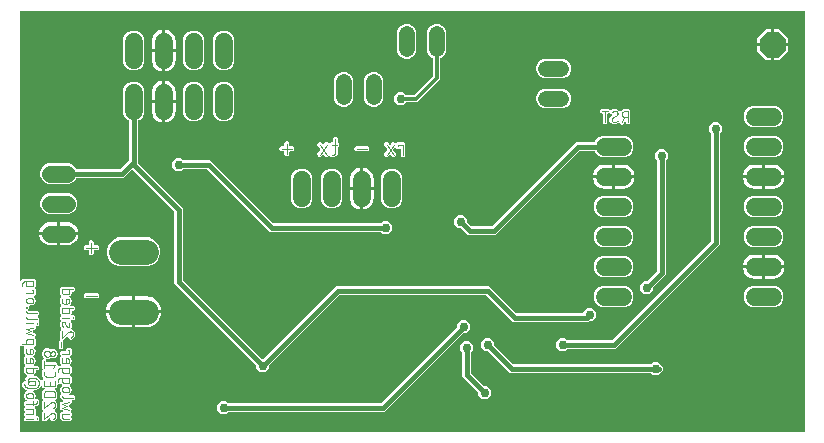
<source format=gbr>
G04 EAGLE Gerber RS-274X export*
G75*
%MOMM*%
%FSLAX34Y34*%
%LPD*%
%INBottom Copper*%
%IPPOS*%
%AMOC8*
5,1,8,0,0,1.08239X$1,22.5*%
G01*
%ADD10C,0.076200*%
%ADD11C,0.101600*%
%ADD12P,2.336880X8X202.500000*%
%ADD13C,1.320800*%
%ADD14C,2.095500*%
%ADD15C,1.524000*%
%ADD16C,1.422400*%
%ADD17C,0.756400*%
%ADD18C,0.406400*%
%ADD19C,0.304800*%

G36*
X821458Y227842D02*
X821458Y227842D01*
X821477Y227840D01*
X821579Y227862D01*
X821681Y227879D01*
X821698Y227888D01*
X821718Y227892D01*
X821807Y227945D01*
X821898Y227994D01*
X821912Y228008D01*
X821929Y228018D01*
X821996Y228097D01*
X822068Y228172D01*
X822076Y228190D01*
X822089Y228205D01*
X822128Y228301D01*
X822171Y228395D01*
X822173Y228415D01*
X822181Y228433D01*
X822199Y228600D01*
X822199Y584200D01*
X822196Y584220D01*
X822198Y584239D01*
X822176Y584341D01*
X822160Y584443D01*
X822150Y584460D01*
X822146Y584480D01*
X822093Y584569D01*
X822044Y584660D01*
X822030Y584674D01*
X822020Y584691D01*
X821941Y584758D01*
X821866Y584830D01*
X821848Y584838D01*
X821833Y584851D01*
X821737Y584890D01*
X821643Y584933D01*
X821623Y584935D01*
X821605Y584943D01*
X821438Y584961D01*
X158242Y584961D01*
X158222Y584958D01*
X158203Y584960D01*
X158101Y584938D01*
X157999Y584922D01*
X157982Y584912D01*
X157962Y584908D01*
X157873Y584855D01*
X157782Y584806D01*
X157768Y584792D01*
X157751Y584782D01*
X157684Y584703D01*
X157612Y584628D01*
X157604Y584610D01*
X157591Y584595D01*
X157552Y584499D01*
X157509Y584405D01*
X157507Y584385D01*
X157499Y584367D01*
X157481Y584200D01*
X157481Y357032D01*
X157492Y356961D01*
X157494Y356890D01*
X157512Y356841D01*
X157520Y356789D01*
X157554Y356726D01*
X157579Y356659D01*
X157611Y356618D01*
X157636Y356572D01*
X157687Y356523D01*
X157732Y356467D01*
X157776Y356438D01*
X157814Y356402D01*
X157879Y356372D01*
X157939Y356334D01*
X157990Y356321D01*
X158037Y356299D01*
X158108Y356291D01*
X158178Y356273D01*
X158230Y356278D01*
X158281Y356272D01*
X158352Y356287D01*
X158423Y356293D01*
X158471Y356313D01*
X158522Y356324D01*
X158583Y356361D01*
X158649Y356389D01*
X158705Y356434D01*
X158733Y356450D01*
X158748Y356468D01*
X158780Y356494D01*
X159937Y357650D01*
X169996Y357650D01*
X171112Y356534D01*
X171112Y352203D01*
X170411Y350989D01*
X170396Y350948D01*
X170372Y350911D01*
X170352Y350834D01*
X170324Y350759D01*
X170323Y350715D01*
X170312Y350673D01*
X170318Y350593D01*
X170315Y350513D01*
X170328Y350471D01*
X170331Y350428D01*
X170362Y350354D01*
X170385Y350278D01*
X170410Y350242D01*
X170427Y350201D01*
X170518Y350088D01*
X170526Y350076D01*
X170529Y350074D01*
X170532Y350070D01*
X171112Y349491D01*
X171112Y344779D01*
X169792Y343459D01*
X169745Y343394D01*
X169692Y343335D01*
X169674Y343295D01*
X169648Y343259D01*
X169625Y343183D01*
X169593Y343110D01*
X169589Y343066D01*
X169576Y343024D01*
X169578Y342944D01*
X169571Y342865D01*
X169581Y342822D01*
X169582Y342778D01*
X169609Y342703D01*
X169628Y342626D01*
X169651Y342588D01*
X169666Y342547D01*
X169716Y342485D01*
X169758Y342417D01*
X169802Y342378D01*
X169820Y342355D01*
X169844Y342340D01*
X169882Y342304D01*
X170515Y341844D01*
X171318Y339376D01*
X170516Y336907D01*
X168416Y335382D01*
X166130Y335382D01*
X166110Y335379D01*
X166091Y335381D01*
X165989Y335359D01*
X165887Y335342D01*
X165870Y335333D01*
X165850Y335328D01*
X165761Y335275D01*
X165670Y335227D01*
X165656Y335212D01*
X165639Y335202D01*
X165572Y335124D01*
X165501Y335049D01*
X165492Y335031D01*
X165479Y335015D01*
X165440Y334919D01*
X165397Y334825D01*
X165395Y334806D01*
X165387Y334787D01*
X165369Y334620D01*
X165369Y332534D01*
X164996Y332162D01*
X164984Y332145D01*
X164969Y332133D01*
X164913Y332046D01*
X164852Y331962D01*
X164847Y331943D01*
X164836Y331926D01*
X164810Y331825D01*
X164780Y331727D01*
X164781Y331707D01*
X164776Y331687D01*
X164784Y331584D01*
X164786Y331481D01*
X164793Y331462D01*
X164795Y331442D01*
X164835Y331347D01*
X164871Y331250D01*
X164883Y331234D01*
X164891Y331216D01*
X164996Y331085D01*
X165026Y331055D01*
X165027Y331054D01*
X165070Y331011D01*
X165111Y330982D01*
X165180Y330916D01*
X165198Y330908D01*
X165213Y330895D01*
X165256Y330877D01*
X165270Y330868D01*
X165312Y330854D01*
X165403Y330812D01*
X165423Y330810D01*
X165441Y330803D01*
X165503Y330796D01*
X165505Y330795D01*
X165507Y330795D01*
X165608Y330784D01*
X173128Y330784D01*
X174245Y329668D01*
X174245Y328089D01*
X173134Y326978D01*
X173122Y326962D01*
X173107Y326950D01*
X173051Y326863D01*
X172990Y326779D01*
X172985Y326760D01*
X172974Y326743D01*
X172949Y326642D01*
X172918Y326544D01*
X172919Y326524D01*
X172914Y326504D01*
X172922Y326401D01*
X172924Y326298D01*
X172931Y326279D01*
X172933Y326259D01*
X172973Y326164D01*
X173009Y326067D01*
X173021Y326051D01*
X173029Y326033D01*
X173134Y325902D01*
X174245Y324791D01*
X174245Y323212D01*
X173789Y322757D01*
X173777Y322740D01*
X173762Y322728D01*
X173732Y322682D01*
X173713Y322662D01*
X173699Y322632D01*
X173645Y322557D01*
X173639Y322538D01*
X173629Y322521D01*
X173603Y322421D01*
X173573Y322322D01*
X173573Y322302D01*
X173569Y322282D01*
X173577Y322179D01*
X173579Y322076D01*
X173586Y322057D01*
X173588Y322037D01*
X173628Y321942D01*
X173664Y321845D01*
X173676Y321829D01*
X173684Y321811D01*
X173789Y321680D01*
X174245Y321224D01*
X174245Y319123D01*
X173128Y318007D01*
X171794Y318007D01*
X171683Y317989D01*
X171571Y317974D01*
X171562Y317969D01*
X171551Y317967D01*
X171452Y317914D01*
X171351Y317865D01*
X171343Y317857D01*
X171334Y317852D01*
X171257Y317770D01*
X171177Y317691D01*
X171172Y317681D01*
X171165Y317674D01*
X171117Y317572D01*
X171067Y317471D01*
X171065Y317460D01*
X171061Y317451D01*
X171049Y317339D01*
X171033Y317227D01*
X171035Y317214D01*
X171034Y317206D01*
X171039Y317181D01*
X171056Y317061D01*
X171247Y316297D01*
X170434Y314943D01*
X169620Y314740D01*
X169539Y314705D01*
X169454Y314677D01*
X169426Y314656D01*
X169395Y314642D01*
X169329Y314583D01*
X169257Y314530D01*
X169237Y314501D01*
X169212Y314478D01*
X169168Y314401D01*
X169117Y314328D01*
X169108Y314294D01*
X169091Y314264D01*
X169074Y314177D01*
X169049Y314092D01*
X169051Y314057D01*
X169044Y314022D01*
X169056Y313934D01*
X169060Y313846D01*
X169074Y313803D01*
X169077Y313779D01*
X169091Y313750D01*
X169112Y313686D01*
X169208Y313476D01*
X169209Y313464D01*
X169112Y313250D01*
X169089Y313164D01*
X169058Y313081D01*
X169057Y313046D01*
X169048Y313012D01*
X169053Y312924D01*
X169050Y312835D01*
X169060Y312802D01*
X169063Y312767D01*
X169096Y312685D01*
X169122Y312600D01*
X169142Y312571D01*
X169155Y312539D01*
X169213Y312472D01*
X169264Y312399D01*
X169292Y312379D01*
X169315Y312352D01*
X169391Y312307D01*
X169463Y312255D01*
X169505Y312239D01*
X169526Y312226D01*
X169557Y312220D01*
X169620Y312196D01*
X170434Y311993D01*
X171247Y310639D01*
X170864Y309107D01*
X170412Y308836D01*
X170402Y308828D01*
X170389Y308822D01*
X170308Y308748D01*
X170224Y308677D01*
X170217Y308666D01*
X170207Y308657D01*
X170154Y308561D01*
X170097Y308467D01*
X170094Y308454D01*
X170088Y308442D01*
X170068Y308334D01*
X170044Y308227D01*
X170045Y308213D01*
X170043Y308200D01*
X170058Y308092D01*
X170070Y307982D01*
X170075Y307970D01*
X170077Y307957D01*
X170144Y307803D01*
X171112Y306127D01*
X171112Y301797D01*
X169795Y300480D01*
X169749Y300415D01*
X169695Y300356D01*
X169677Y300316D01*
X169651Y300280D01*
X169628Y300204D01*
X169596Y300131D01*
X169592Y300087D01*
X169579Y300045D01*
X169581Y299965D01*
X169574Y299886D01*
X169584Y299843D01*
X169585Y299799D01*
X169613Y299724D01*
X169631Y299647D01*
X169655Y299609D01*
X169670Y299568D01*
X169719Y299506D01*
X169762Y299438D01*
X169805Y299399D01*
X169824Y299376D01*
X169847Y299361D01*
X169886Y299325D01*
X170515Y298868D01*
X171318Y296399D01*
X170516Y293931D01*
X169307Y293053D01*
X169296Y293042D01*
X169282Y293034D01*
X169210Y292954D01*
X169134Y292878D01*
X169127Y292864D01*
X169116Y292852D01*
X169073Y292754D01*
X169026Y292657D01*
X169024Y292641D01*
X169017Y292627D01*
X169008Y292520D01*
X168994Y292413D01*
X168997Y292398D01*
X168995Y292382D01*
X169020Y292277D01*
X169041Y292172D01*
X169049Y292158D01*
X169053Y292143D01*
X169109Y292052D01*
X169163Y291958D01*
X169175Y291948D01*
X169183Y291934D01*
X169307Y291821D01*
X170515Y290943D01*
X171318Y288475D01*
X170516Y286006D01*
X169916Y285571D01*
X169911Y285565D01*
X169904Y285561D01*
X169824Y285478D01*
X169743Y285396D01*
X169740Y285389D01*
X169734Y285383D01*
X169686Y285278D01*
X169635Y285175D01*
X169634Y285167D01*
X169631Y285160D01*
X169618Y285045D01*
X169603Y284931D01*
X169604Y284923D01*
X169603Y284915D01*
X169628Y284802D01*
X169650Y284690D01*
X169654Y284683D01*
X169656Y284675D01*
X169715Y284576D01*
X169772Y284476D01*
X169778Y284471D01*
X169782Y284464D01*
X169869Y284389D01*
X169955Y284312D01*
X169963Y284309D01*
X169969Y284304D01*
X170076Y284261D01*
X170182Y284216D01*
X170190Y284215D01*
X170197Y284212D01*
X170364Y284194D01*
X173128Y284194D01*
X174245Y283077D01*
X174245Y281498D01*
X173128Y280382D01*
X171873Y280382D01*
X171854Y280379D01*
X171834Y280381D01*
X171733Y280359D01*
X171631Y280342D01*
X171613Y280333D01*
X171593Y280329D01*
X171504Y280276D01*
X171413Y280227D01*
X171399Y280213D01*
X171382Y280203D01*
X171315Y280124D01*
X171244Y280049D01*
X171235Y280031D01*
X171222Y280016D01*
X171184Y279920D01*
X171140Y279826D01*
X171138Y279806D01*
X171131Y279788D01*
X171112Y279621D01*
X171112Y278747D01*
X170182Y277136D01*
X170086Y277080D01*
X170049Y277050D01*
X170006Y277027D01*
X169954Y276972D01*
X169895Y276924D01*
X169870Y276884D01*
X169837Y276849D01*
X169805Y276780D01*
X169765Y276716D01*
X169753Y276670D01*
X169733Y276626D01*
X169725Y276551D01*
X169707Y276477D01*
X169711Y276429D01*
X169706Y276382D01*
X169722Y276307D01*
X169729Y276232D01*
X169748Y276188D01*
X169758Y276141D01*
X169797Y276076D01*
X169828Y276007D01*
X169860Y275971D01*
X169885Y275930D01*
X169942Y275881D01*
X169993Y275825D01*
X170035Y275801D01*
X170072Y275770D01*
X170142Y275742D01*
X170208Y275705D01*
X170255Y275696D01*
X170300Y275678D01*
X170428Y275664D01*
X170450Y275660D01*
X170456Y275661D01*
X170466Y275660D01*
X171705Y275660D01*
X174903Y273336D01*
X175068Y272829D01*
X175102Y272762D01*
X175128Y272690D01*
X175158Y272653D01*
X175180Y272610D01*
X175235Y272557D01*
X175282Y272498D01*
X175322Y272472D01*
X175357Y272439D01*
X175425Y272406D01*
X175489Y272365D01*
X175535Y272354D01*
X175579Y272333D01*
X175654Y272324D01*
X175727Y272305D01*
X175775Y272309D01*
X175823Y272303D01*
X175897Y272319D01*
X175973Y272324D01*
X176017Y272343D01*
X176064Y272353D01*
X176129Y272391D01*
X176199Y272421D01*
X176250Y272461D01*
X176276Y272477D01*
X176293Y272496D01*
X176330Y272526D01*
X177190Y273386D01*
X177216Y273422D01*
X177248Y273451D01*
X177287Y273521D01*
X177334Y273586D01*
X177347Y273628D01*
X177368Y273666D01*
X177383Y273745D01*
X177406Y273821D01*
X177405Y273865D01*
X177413Y273908D01*
X177402Y273987D01*
X177400Y274067D01*
X177385Y274108D01*
X177379Y274151D01*
X177320Y274285D01*
X177316Y274298D01*
X177313Y274301D01*
X177311Y274305D01*
X176275Y276100D01*
X176275Y280048D01*
X176682Y280454D01*
X176694Y280471D01*
X176709Y280483D01*
X176765Y280570D01*
X176826Y280654D01*
X176831Y280673D01*
X176842Y280690D01*
X176867Y280791D01*
X176898Y280889D01*
X176897Y280909D01*
X176902Y280929D01*
X176894Y281032D01*
X176892Y281135D01*
X176885Y281154D01*
X176883Y281174D01*
X176843Y281269D01*
X176807Y281366D01*
X176795Y281382D01*
X176787Y281400D01*
X176682Y281531D01*
X176275Y281938D01*
X176275Y288738D01*
X177492Y289955D01*
X177493Y289955D01*
X177595Y290009D01*
X177600Y290015D01*
X177607Y290019D01*
X177685Y290104D01*
X177764Y290187D01*
X177767Y290194D01*
X177773Y290200D01*
X177819Y290306D01*
X177868Y290410D01*
X177869Y290418D01*
X177872Y290426D01*
X177882Y290541D01*
X177895Y290655D01*
X177893Y290663D01*
X177894Y290671D01*
X177867Y290783D01*
X177843Y290895D01*
X177838Y290902D01*
X177837Y290910D01*
X177776Y291007D01*
X177716Y291106D01*
X177710Y291111D01*
X177706Y291118D01*
X177582Y291231D01*
X176950Y291691D01*
X176043Y294482D01*
X176950Y297273D01*
X179324Y298998D01*
X181896Y298998D01*
X182259Y298998D01*
X183138Y298360D01*
X183159Y298349D01*
X183177Y298333D01*
X183268Y298294D01*
X183357Y298249D01*
X183381Y298246D01*
X183403Y298236D01*
X183502Y298228D01*
X183601Y298214D01*
X183624Y298219D01*
X183648Y298217D01*
X183745Y298241D01*
X183843Y298259D01*
X183864Y298271D01*
X183887Y298277D01*
X184033Y298360D01*
X184193Y298476D01*
X186595Y298476D01*
X186788Y298476D01*
X188888Y296950D01*
X189690Y294482D01*
X188888Y292013D01*
X186788Y290488D01*
X186595Y290488D01*
X184193Y290488D01*
X184033Y290604D01*
X184011Y290615D01*
X183993Y290631D01*
X183902Y290670D01*
X183813Y290714D01*
X183789Y290718D01*
X183767Y290727D01*
X183668Y290735D01*
X183569Y290749D01*
X183546Y290745D01*
X183522Y290747D01*
X183425Y290722D01*
X183328Y290704D01*
X183307Y290693D01*
X183283Y290687D01*
X183138Y290604D01*
X182259Y289965D01*
X181896Y289965D01*
X180697Y289965D01*
X180626Y289954D01*
X180554Y289952D01*
X180505Y289934D01*
X180454Y289926D01*
X180391Y289892D01*
X180323Y289867D01*
X180283Y289835D01*
X180237Y289811D01*
X180187Y289759D01*
X180131Y289714D01*
X180103Y289670D01*
X180067Y289632D01*
X180037Y289567D01*
X179998Y289507D01*
X179986Y289456D01*
X179964Y289409D01*
X179956Y289338D01*
X179938Y289268D01*
X179942Y289216D01*
X179937Y289165D01*
X179952Y289095D01*
X179957Y289023D01*
X179978Y288975D01*
X179989Y288924D01*
X180026Y288863D01*
X180054Y288797D01*
X180087Y288756D01*
X180087Y288005D01*
X180090Y287985D01*
X180088Y287965D01*
X180110Y287864D01*
X180126Y287762D01*
X180136Y287744D01*
X180140Y287725D01*
X180193Y287636D01*
X180242Y287545D01*
X180256Y287531D01*
X180266Y287514D01*
X180345Y287446D01*
X180420Y287375D01*
X180438Y287367D01*
X180453Y287354D01*
X180549Y287315D01*
X180643Y287272D01*
X180663Y287269D01*
X180681Y287262D01*
X180848Y287243D01*
X187431Y287243D01*
X187460Y287248D01*
X187515Y287248D01*
X188193Y287323D01*
X188253Y287290D01*
X188302Y287280D01*
X188348Y287262D01*
X188350Y287262D01*
X188822Y286790D01*
X188845Y286773D01*
X188885Y286734D01*
X189418Y286307D01*
X189436Y286241D01*
X189464Y286200D01*
X189483Y286155D01*
X189485Y286153D01*
X189485Y285486D01*
X189489Y285457D01*
X189489Y285402D01*
X189549Y284869D01*
X189576Y284772D01*
X189597Y284674D01*
X189609Y284654D01*
X189615Y284632D01*
X189672Y284549D01*
X189723Y284462D01*
X189740Y284448D01*
X189753Y284429D01*
X189833Y284368D01*
X189910Y284303D01*
X189931Y284294D01*
X189949Y284280D01*
X190045Y284248D01*
X190138Y284211D01*
X190166Y284208D01*
X190182Y284202D01*
X190215Y284202D01*
X190305Y284192D01*
X191830Y284192D01*
X191924Y284208D01*
X192019Y284216D01*
X192045Y284227D01*
X192073Y284232D01*
X192157Y284276D01*
X192244Y284315D01*
X192265Y284334D01*
X192290Y284347D01*
X192356Y284416D01*
X192426Y284480D01*
X192440Y284505D01*
X192459Y284525D01*
X192500Y284612D01*
X192546Y284695D01*
X192551Y284723D01*
X192563Y284748D01*
X192573Y284843D01*
X192591Y284937D01*
X192587Y284965D01*
X192590Y284993D01*
X192570Y285086D01*
X192556Y285180D01*
X192542Y285213D01*
X192538Y285233D01*
X192521Y285261D01*
X192489Y285334D01*
X191515Y287021D01*
X191515Y291351D01*
X192240Y292075D01*
X192251Y292092D01*
X192267Y292104D01*
X192323Y292191D01*
X192383Y292275D01*
X192389Y292294D01*
X192400Y292311D01*
X192425Y292411D01*
X192456Y292510D01*
X192455Y292530D01*
X192460Y292549D01*
X192452Y292652D01*
X192449Y292756D01*
X192442Y292775D01*
X192441Y292795D01*
X192400Y292890D01*
X192365Y292987D01*
X192352Y293003D01*
X192345Y293021D01*
X192240Y293152D01*
X191515Y293876D01*
X191515Y295455D01*
X192632Y296571D01*
X195975Y296571D01*
X195995Y296575D01*
X196015Y296572D01*
X196116Y296594D01*
X196218Y296611D01*
X196235Y296620D01*
X196255Y296625D01*
X196344Y296678D01*
X196435Y296726D01*
X196449Y296741D01*
X196466Y296751D01*
X196533Y296830D01*
X196605Y296905D01*
X196613Y296923D01*
X196626Y296938D01*
X196665Y297034D01*
X196708Y297128D01*
X196710Y297147D01*
X196718Y297166D01*
X196736Y297333D01*
X196736Y298588D01*
X197853Y299704D01*
X200476Y299704D01*
X201592Y298588D01*
X201592Y293876D01*
X200272Y292556D01*
X200225Y292491D01*
X200172Y292432D01*
X200154Y292392D01*
X200128Y292356D01*
X200105Y292280D01*
X200073Y292207D01*
X200069Y292163D01*
X200056Y292121D01*
X200058Y292042D01*
X200051Y291962D01*
X200061Y291919D01*
X200062Y291875D01*
X200089Y291800D01*
X200108Y291723D01*
X200131Y291686D01*
X200146Y291644D01*
X200196Y291582D01*
X200238Y291515D01*
X200282Y291475D01*
X200300Y291452D01*
X200324Y291437D01*
X200362Y291402D01*
X200995Y290942D01*
X201798Y288473D01*
X200996Y286005D01*
X200366Y285547D01*
X200361Y285542D01*
X200355Y285539D01*
X200306Y285487D01*
X200248Y285441D01*
X200224Y285404D01*
X200193Y285372D01*
X200189Y285364D01*
X200185Y285361D01*
X200158Y285301D01*
X200115Y285234D01*
X200104Y285191D01*
X200084Y285151D01*
X200083Y285140D01*
X200082Y285137D01*
X200078Y285100D01*
X200074Y285073D01*
X200055Y284995D01*
X200058Y284951D01*
X200052Y284907D01*
X200055Y284894D01*
X200055Y284893D01*
X200059Y284875D01*
X200068Y284829D01*
X200074Y284750D01*
X200091Y284710D01*
X200100Y284666D01*
X200107Y284653D01*
X200112Y284645D01*
X200139Y284597D01*
X200170Y284524D01*
X200207Y284478D01*
X200221Y284452D01*
X200233Y284442D01*
X200241Y284435D01*
X200242Y284434D01*
X200275Y284393D01*
X201592Y283076D01*
X201592Y278745D01*
X200662Y277134D01*
X200660Y277133D01*
X200569Y277058D01*
X200475Y276984D01*
X200473Y276980D01*
X200470Y276977D01*
X200407Y276878D01*
X200342Y276777D01*
X200341Y276773D01*
X200339Y276769D01*
X200311Y276653D01*
X200282Y276538D01*
X200283Y276534D01*
X200282Y276530D01*
X200292Y276410D01*
X200301Y276293D01*
X200303Y276289D01*
X200303Y276285D01*
X200351Y276176D01*
X200398Y276067D01*
X200401Y276063D01*
X200402Y276060D01*
X200411Y276049D01*
X200503Y275936D01*
X201592Y274846D01*
X201592Y270516D01*
X200662Y268905D01*
X200063Y268559D01*
X200020Y268524D01*
X199971Y268496D01*
X199925Y268446D01*
X199873Y268403D01*
X199843Y268356D01*
X199805Y268315D01*
X199778Y268252D01*
X199742Y268195D01*
X199729Y268141D01*
X199706Y268089D01*
X199700Y268022D01*
X199685Y267956D01*
X199689Y267900D01*
X199684Y267844D01*
X199700Y267778D01*
X199706Y267711D01*
X199729Y267660D01*
X199742Y267605D01*
X199778Y267548D01*
X199805Y267485D01*
X199843Y267444D01*
X199872Y267397D01*
X199950Y267326D01*
X199971Y267303D01*
X199982Y267297D01*
X199996Y267284D01*
X200995Y266558D01*
X201798Y264089D01*
X200996Y261621D01*
X199497Y260532D01*
X199492Y260527D01*
X199485Y260523D01*
X199406Y260439D01*
X199324Y260358D01*
X199321Y260350D01*
X199315Y260345D01*
X199266Y260239D01*
X199216Y260137D01*
X199215Y260129D01*
X199212Y260122D01*
X199199Y260007D01*
X199184Y259893D01*
X199186Y259885D01*
X199185Y259877D01*
X199209Y259765D01*
X199231Y259651D01*
X199235Y259645D01*
X199237Y259637D01*
X199296Y259538D01*
X199353Y259438D01*
X199359Y259432D01*
X199363Y259426D01*
X199451Y259351D01*
X199537Y259274D01*
X199544Y259271D01*
X199550Y259266D01*
X199657Y259222D01*
X199763Y259177D01*
X199771Y259177D01*
X199778Y259174D01*
X199945Y259155D01*
X203608Y259155D01*
X204725Y258039D01*
X204725Y256460D01*
X203608Y255344D01*
X202166Y255344D01*
X202055Y255326D01*
X201944Y255311D01*
X201934Y255306D01*
X201923Y255304D01*
X201824Y255251D01*
X201723Y255202D01*
X201715Y255194D01*
X201706Y255189D01*
X201629Y255107D01*
X201549Y255028D01*
X201544Y255018D01*
X201537Y255011D01*
X201489Y254909D01*
X201439Y254808D01*
X201438Y254797D01*
X201433Y254788D01*
X201421Y254676D01*
X201405Y254564D01*
X201407Y254551D01*
X201406Y254543D01*
X201411Y254518D01*
X201428Y254398D01*
X201727Y253202D01*
X200914Y251849D01*
X200100Y251645D01*
X200019Y251610D01*
X199934Y251582D01*
X199906Y251562D01*
X199875Y251548D01*
X199809Y251489D01*
X199737Y251435D01*
X199717Y251407D01*
X199692Y251383D01*
X199648Y251306D01*
X199597Y251233D01*
X199588Y251200D01*
X199571Y251169D01*
X199554Y251082D01*
X199529Y250997D01*
X199531Y250962D01*
X199524Y250928D01*
X199536Y250840D01*
X199540Y250751D01*
X199554Y250709D01*
X199557Y250684D01*
X199571Y250656D01*
X199592Y250592D01*
X199688Y250381D01*
X199689Y250369D01*
X199592Y250155D01*
X199569Y250070D01*
X199538Y249986D01*
X199537Y249951D01*
X199528Y249918D01*
X199533Y249829D01*
X199530Y249740D01*
X199540Y249707D01*
X199543Y249672D01*
X199576Y249590D01*
X199602Y249505D01*
X199622Y249476D01*
X199635Y249444D01*
X199693Y249377D01*
X199744Y249304D01*
X199772Y249284D01*
X199795Y249258D01*
X199871Y249212D01*
X199943Y249160D01*
X199985Y249144D01*
X200006Y249132D01*
X200037Y249125D01*
X200100Y249102D01*
X200914Y248898D01*
X201727Y247544D01*
X201344Y246013D01*
X201144Y245893D01*
X201058Y245820D01*
X200970Y245750D01*
X200964Y245741D01*
X200956Y245734D01*
X200898Y245638D01*
X200837Y245543D01*
X200835Y245533D01*
X200829Y245523D01*
X200805Y245413D01*
X200777Y245304D01*
X200778Y245294D01*
X200776Y245283D01*
X200788Y245171D01*
X200796Y245059D01*
X200800Y245049D01*
X200802Y245039D01*
X200849Y244936D01*
X200893Y244833D01*
X200901Y244823D01*
X200904Y244815D01*
X200922Y244797D01*
X200997Y244702D01*
X201592Y244107D01*
X201592Y242528D01*
X200831Y241768D01*
X200820Y241752D01*
X200804Y241739D01*
X200748Y241652D01*
X200688Y241568D01*
X200682Y241549D01*
X200671Y241532D01*
X200646Y241432D01*
X200615Y241333D01*
X200616Y241313D01*
X200611Y241294D01*
X200619Y241191D01*
X200622Y241087D01*
X200629Y241068D01*
X200630Y241048D01*
X200671Y240954D01*
X200706Y240856D01*
X200719Y240840D01*
X200726Y240822D01*
X200831Y240691D01*
X201592Y239930D01*
X201592Y238352D01*
X200476Y237235D01*
X194057Y237235D01*
X192446Y238166D01*
X191515Y239777D01*
X191515Y244107D01*
X192632Y245224D01*
X193185Y245224D01*
X193268Y245237D01*
X193353Y245242D01*
X193389Y245257D01*
X193428Y245263D01*
X193502Y245303D01*
X193581Y245335D01*
X193611Y245360D01*
X193645Y245378D01*
X193703Y245440D01*
X193767Y245495D01*
X193787Y245528D01*
X193814Y245557D01*
X193850Y245634D01*
X193893Y245706D01*
X193902Y245744D01*
X193918Y245780D01*
X193927Y245864D01*
X193945Y245947D01*
X193941Y245985D01*
X193945Y246024D01*
X193927Y246107D01*
X193918Y246191D01*
X193901Y246226D01*
X193893Y246265D01*
X193849Y246337D01*
X193814Y246414D01*
X193787Y246442D01*
X193767Y246476D01*
X193702Y246531D01*
X193644Y246592D01*
X193600Y246618D01*
X193580Y246636D01*
X193552Y246647D01*
X193500Y246678D01*
X192853Y246972D01*
X192825Y246979D01*
X192723Y247017D01*
X192191Y247150D01*
X192190Y247152D01*
X192120Y247225D01*
X192055Y247302D01*
X192036Y247314D01*
X192020Y247330D01*
X191916Y247392D01*
X191722Y247910D01*
X191707Y247936D01*
X191662Y248035D01*
X191380Y248505D01*
X191380Y248507D01*
X191383Y248608D01*
X191391Y248709D01*
X191386Y248730D01*
X191386Y248753D01*
X191356Y248870D01*
X191586Y249375D01*
X191593Y249403D01*
X191631Y249505D01*
X191802Y250189D01*
X191810Y250290D01*
X191825Y250392D01*
X191821Y250418D01*
X191822Y250434D01*
X191815Y250465D01*
X191802Y250558D01*
X191631Y251242D01*
X191619Y251269D01*
X191586Y251372D01*
X191359Y251872D01*
X191359Y251873D01*
X191373Y251973D01*
X191393Y252073D01*
X191390Y252095D01*
X191393Y252117D01*
X191377Y252237D01*
X191662Y252712D01*
X191673Y252740D01*
X191722Y252836D01*
X191915Y253350D01*
X191916Y253351D01*
X191997Y253412D01*
X192081Y253468D01*
X192095Y253485D01*
X192113Y253499D01*
X192186Y253595D01*
X192723Y253730D01*
X192751Y253741D01*
X192808Y253760D01*
X192813Y253761D01*
X192817Y253763D01*
X192854Y253775D01*
X193353Y254002D01*
X193354Y254001D01*
X193430Y253991D01*
X193444Y253986D01*
X193467Y253985D01*
X193554Y253968D01*
X193576Y253971D01*
X193598Y253967D01*
X193672Y253977D01*
X193689Y253977D01*
X193708Y253982D01*
X193764Y253990D01*
X193778Y253993D01*
X193789Y253998D01*
X193798Y253999D01*
X193846Y254023D01*
X193850Y254024D01*
X193925Y254047D01*
X193962Y254073D01*
X194004Y254091D01*
X194063Y254143D01*
X194127Y254188D01*
X194153Y254225D01*
X194187Y254255D01*
X194226Y254323D01*
X194272Y254386D01*
X194286Y254429D01*
X194308Y254469D01*
X194323Y254546D01*
X194347Y254620D01*
X194346Y254666D01*
X194355Y254711D01*
X194345Y254788D01*
X194343Y254866D01*
X194328Y254909D01*
X194322Y254954D01*
X194288Y255024D01*
X194261Y255098D01*
X194233Y255134D01*
X194213Y255175D01*
X194158Y255230D01*
X194110Y255292D01*
X194061Y255328D01*
X194040Y255349D01*
X194016Y255361D01*
X193975Y255391D01*
X192446Y256274D01*
X191515Y257886D01*
X191515Y259605D01*
X192303Y260393D01*
X192350Y260458D01*
X192403Y260517D01*
X192421Y260557D01*
X192447Y260593D01*
X192470Y260669D01*
X192502Y260742D01*
X192506Y260786D01*
X192519Y260828D01*
X192517Y260908D01*
X192524Y260987D01*
X192514Y261030D01*
X192513Y261074D01*
X192486Y261149D01*
X192467Y261226D01*
X192444Y261264D01*
X192429Y261305D01*
X192379Y261367D01*
X192337Y261435D01*
X192293Y261474D01*
X192275Y261497D01*
X192251Y261512D01*
X192213Y261548D01*
X192112Y261621D01*
X191310Y264089D01*
X192112Y266558D01*
X193111Y267284D01*
X193150Y267324D01*
X193196Y267356D01*
X193236Y267410D01*
X193284Y267459D01*
X193309Y267509D01*
X193342Y267554D01*
X193362Y267618D01*
X193392Y267680D01*
X193400Y267735D01*
X193417Y267788D01*
X193416Y267856D01*
X193424Y267923D01*
X193414Y267978D01*
X193413Y268034D01*
X193390Y268098D01*
X193377Y268165D01*
X193350Y268213D01*
X193331Y268266D01*
X193289Y268319D01*
X193255Y268378D01*
X193214Y268416D01*
X193179Y268460D01*
X193095Y268522D01*
X193072Y268542D01*
X193060Y268547D01*
X193044Y268559D01*
X192343Y268964D01*
X192302Y268979D01*
X192265Y269003D01*
X192188Y269022D01*
X192113Y269051D01*
X192069Y269052D01*
X192027Y269063D01*
X191947Y269057D01*
X191867Y269060D01*
X191825Y269047D01*
X191781Y269044D01*
X191708Y269013D01*
X191631Y268990D01*
X191595Y268965D01*
X191555Y268948D01*
X191441Y268856D01*
X191430Y268849D01*
X191428Y268846D01*
X191424Y268843D01*
X191078Y268496D01*
X190246Y268496D01*
X190226Y268493D01*
X190207Y268495D01*
X190105Y268473D01*
X190003Y268457D01*
X189986Y268447D01*
X189966Y268443D01*
X189877Y268390D01*
X189786Y268342D01*
X189772Y268327D01*
X189755Y268317D01*
X189688Y268238D01*
X189616Y268163D01*
X189608Y268145D01*
X189595Y268130D01*
X189556Y268034D01*
X189513Y267940D01*
X189511Y267920D01*
X189503Y267902D01*
X189485Y267735D01*
X189485Y266715D01*
X188368Y265599D01*
X187740Y265599D01*
X187693Y265591D01*
X187645Y265593D01*
X187572Y265572D01*
X187498Y265559D01*
X187455Y265537D01*
X187409Y265523D01*
X187347Y265480D01*
X187280Y265444D01*
X187247Y265410D01*
X187208Y265382D01*
X187163Y265321D01*
X187111Y265266D01*
X187091Y265222D01*
X187062Y265184D01*
X187039Y265112D01*
X187007Y265043D01*
X187002Y264995D01*
X186987Y264949D01*
X186989Y264874D01*
X186980Y264798D01*
X186990Y264752D01*
X186991Y264704D01*
X187016Y264632D01*
X187032Y264558D01*
X187057Y264517D01*
X187073Y264472D01*
X187120Y264412D01*
X187159Y264347D01*
X187195Y264316D01*
X187225Y264278D01*
X187328Y264202D01*
X187346Y264187D01*
X187352Y264184D01*
X187360Y264179D01*
X188275Y263650D01*
X189485Y261554D01*
X189485Y256944D01*
X188349Y255809D01*
X188322Y255801D01*
X188247Y255788D01*
X188205Y255766D01*
X188159Y255752D01*
X188097Y255709D01*
X188030Y255673D01*
X187997Y255638D01*
X187957Y255611D01*
X187912Y255550D01*
X187860Y255495D01*
X187840Y255451D01*
X187812Y255413D01*
X187789Y255340D01*
X187757Y255272D01*
X187751Y255224D01*
X187737Y255178D01*
X187738Y255103D01*
X187730Y255027D01*
X187740Y254980D01*
X187740Y254932D01*
X187766Y254861D01*
X187782Y254787D01*
X187806Y254746D01*
X187822Y254701D01*
X187869Y254641D01*
X187908Y254576D01*
X187944Y254545D01*
X187974Y254507D01*
X188078Y254430D01*
X188095Y254416D01*
X188101Y254413D01*
X188109Y254407D01*
X188345Y254272D01*
X189485Y252297D01*
X189485Y249555D01*
X187593Y246955D01*
X187570Y246948D01*
X187512Y246907D01*
X187448Y246874D01*
X187412Y246837D01*
X187369Y246807D01*
X187327Y246749D01*
X187277Y246698D01*
X187254Y246650D01*
X187223Y246608D01*
X187202Y246540D01*
X187171Y246476D01*
X187164Y246424D01*
X187149Y246374D01*
X187150Y246303D01*
X187141Y246232D01*
X187151Y246180D01*
X187152Y246128D01*
X187176Y246061D01*
X187190Y245991D01*
X187217Y245946D01*
X187234Y245896D01*
X187278Y245840D01*
X187314Y245778D01*
X187354Y245744D01*
X187386Y245703D01*
X187478Y245635D01*
X187499Y245616D01*
X187509Y245612D01*
X187521Y245603D01*
X188345Y245128D01*
X189485Y243153D01*
X189485Y240411D01*
X187601Y237821D01*
X186078Y237328D01*
X185327Y237085D01*
X183921Y237803D01*
X183399Y239415D01*
X183398Y239422D01*
X183404Y239518D01*
X183397Y239544D01*
X183396Y239571D01*
X183364Y239662D01*
X183338Y239755D01*
X183323Y239778D01*
X183314Y239803D01*
X183255Y239879D01*
X183201Y239959D01*
X183179Y239975D01*
X183163Y239996D01*
X183082Y240050D01*
X183005Y240109D01*
X182980Y240117D01*
X182958Y240132D01*
X182864Y240156D01*
X182772Y240188D01*
X182746Y240188D01*
X182720Y240195D01*
X182623Y240188D01*
X182526Y240188D01*
X182501Y240180D01*
X182474Y240178D01*
X182385Y240141D01*
X182293Y240111D01*
X182265Y240092D01*
X182247Y240084D01*
X182222Y240063D01*
X182154Y240017D01*
X179497Y237759D01*
X179483Y237742D01*
X179452Y237717D01*
X178933Y237198D01*
X178919Y237196D01*
X178875Y237173D01*
X178135Y237233D01*
X178112Y237231D01*
X178073Y237235D01*
X177339Y237235D01*
X177327Y237244D01*
X177280Y237258D01*
X176799Y237825D01*
X176782Y237839D01*
X176757Y237870D01*
X176238Y238389D01*
X176236Y238403D01*
X176213Y238447D01*
X176273Y239187D01*
X176271Y239210D01*
X176275Y239249D01*
X176275Y245151D01*
X176897Y245773D01*
X176962Y245864D01*
X177030Y245953D01*
X177034Y245964D01*
X177040Y245973D01*
X177073Y246079D01*
X177109Y246186D01*
X177109Y246197D01*
X177113Y246208D01*
X177110Y246320D01*
X177110Y246432D01*
X177107Y246442D01*
X177106Y246454D01*
X177068Y246559D01*
X177032Y246665D01*
X177025Y246676D01*
X177022Y246685D01*
X177005Y246705D01*
X176938Y246804D01*
X176799Y246969D01*
X176782Y246983D01*
X176757Y247014D01*
X176238Y247533D01*
X176236Y247547D01*
X176213Y247591D01*
X176273Y248331D01*
X176271Y248354D01*
X176275Y248393D01*
X176275Y254295D01*
X177061Y255082D01*
X177073Y255098D01*
X177089Y255110D01*
X177145Y255197D01*
X177205Y255281D01*
X177211Y255300D01*
X177222Y255317D01*
X177247Y255417D01*
X177277Y255516D01*
X177277Y255536D01*
X177282Y255556D01*
X177274Y255659D01*
X177271Y255762D01*
X177264Y255781D01*
X177263Y255801D01*
X177222Y255896D01*
X177187Y255993D01*
X177174Y256009D01*
X177166Y256027D01*
X177061Y256158D01*
X176275Y256944D01*
X176275Y259240D01*
X176275Y261554D01*
X177485Y263650D01*
X178400Y264179D01*
X178437Y264209D01*
X178480Y264231D01*
X178532Y264286D01*
X178591Y264334D01*
X178616Y264375D01*
X178649Y264410D01*
X178681Y264479D01*
X178721Y264543D01*
X178732Y264589D01*
X178753Y264633D01*
X178761Y264708D01*
X178779Y264782D01*
X178774Y264830D01*
X178780Y264877D01*
X178764Y264951D01*
X178757Y265027D01*
X178738Y265071D01*
X178728Y265118D01*
X178689Y265183D01*
X178658Y265252D01*
X178626Y265288D01*
X178601Y265329D01*
X178544Y265378D01*
X178493Y265434D01*
X178451Y265457D01*
X178414Y265489D01*
X178344Y265517D01*
X178278Y265554D01*
X178231Y265563D01*
X178186Y265581D01*
X178058Y265595D01*
X178036Y265599D01*
X178030Y265598D01*
X178020Y265599D01*
X177392Y265599D01*
X176338Y266653D01*
X176276Y266697D01*
X176221Y266749D01*
X176177Y266768D01*
X176138Y266797D01*
X176066Y266819D01*
X175997Y266850D01*
X175949Y266855D01*
X175903Y266869D01*
X175827Y266867D01*
X175752Y266874D01*
X175705Y266864D01*
X175657Y266863D01*
X175586Y266837D01*
X175512Y266820D01*
X175471Y266795D01*
X175426Y266778D01*
X175367Y266731D01*
X175302Y266691D01*
X175272Y266654D01*
X175234Y266624D01*
X175193Y266561D01*
X175145Y266503D01*
X175118Y266444D01*
X175101Y266417D01*
X175095Y266392D01*
X175075Y266350D01*
X174903Y265818D01*
X171705Y263495D01*
X169945Y263495D01*
X169937Y263493D01*
X169929Y263494D01*
X169815Y263473D01*
X169702Y263455D01*
X169695Y263451D01*
X169687Y263450D01*
X169587Y263394D01*
X169485Y263340D01*
X169479Y263334D01*
X169472Y263330D01*
X169395Y263245D01*
X169315Y263161D01*
X169312Y263154D01*
X169307Y263148D01*
X169260Y263043D01*
X169212Y262938D01*
X169211Y262930D01*
X169208Y262923D01*
X169197Y262808D01*
X169185Y262694D01*
X169186Y262686D01*
X169186Y262678D01*
X169212Y262566D01*
X169237Y262453D01*
X169241Y262447D01*
X169243Y262439D01*
X169305Y262340D01*
X169363Y262242D01*
X169369Y262237D01*
X169373Y262230D01*
X169497Y262117D01*
X170515Y261378D01*
X171318Y258909D01*
X170741Y257134D01*
X170738Y257119D01*
X170732Y257104D01*
X170720Y256998D01*
X170704Y256891D01*
X170706Y256876D01*
X170705Y256860D01*
X170727Y256755D01*
X170746Y256649D01*
X170754Y256635D01*
X170757Y256619D01*
X170812Y256527D01*
X170863Y256433D01*
X170875Y256422D01*
X170883Y256408D01*
X170965Y256338D01*
X171043Y256265D01*
X171058Y256259D01*
X171070Y256248D01*
X171170Y256208D01*
X171268Y256164D01*
X171283Y256162D01*
X171298Y256156D01*
X171465Y256138D01*
X173128Y256138D01*
X174245Y255022D01*
X174245Y254815D01*
X174245Y253730D01*
X174245Y252606D01*
X174245Y252605D01*
X174245Y252272D01*
X172211Y250238D01*
X171355Y250238D01*
X171265Y250223D01*
X171174Y250216D01*
X171144Y250204D01*
X171112Y250198D01*
X171032Y250156D01*
X170948Y250120D01*
X170916Y250094D01*
X170895Y250083D01*
X170873Y250060D01*
X170817Y250015D01*
X170295Y249493D01*
X170270Y249458D01*
X170237Y249428D01*
X170198Y249359D01*
X170152Y249294D01*
X170139Y249252D01*
X170118Y249214D01*
X170103Y249135D01*
X170079Y249059D01*
X170081Y249015D01*
X170073Y248972D01*
X170084Y248893D01*
X170086Y248813D01*
X170101Y248772D01*
X170107Y248728D01*
X170165Y248595D01*
X170170Y248582D01*
X170172Y248579D01*
X170174Y248575D01*
X171112Y246950D01*
X171112Y242330D01*
X171115Y242310D01*
X171113Y242291D01*
X171135Y242189D01*
X171152Y242087D01*
X171161Y242070D01*
X171165Y242050D01*
X171219Y241961D01*
X171267Y241870D01*
X171281Y241856D01*
X171292Y241839D01*
X171370Y241772D01*
X171445Y241701D01*
X171463Y241692D01*
X171478Y241679D01*
X171575Y241640D01*
X171668Y241597D01*
X171688Y241595D01*
X171707Y241587D01*
X171873Y241569D01*
X173128Y241569D01*
X174245Y240452D01*
X174245Y238352D01*
X173128Y237235D01*
X171028Y237235D01*
X170919Y237343D01*
X170903Y237355D01*
X170891Y237371D01*
X170804Y237427D01*
X170720Y237487D01*
X170701Y237493D01*
X170684Y237504D01*
X170583Y237529D01*
X170485Y237559D01*
X170465Y237559D01*
X170445Y237564D01*
X170342Y237556D01*
X170239Y237553D01*
X170220Y237546D01*
X170200Y237545D01*
X170105Y237504D01*
X170084Y237496D01*
X162152Y237496D01*
X161035Y238613D01*
X161035Y240191D01*
X161711Y240868D01*
X161723Y240884D01*
X161739Y240896D01*
X161795Y240983D01*
X161855Y241067D01*
X161861Y241086D01*
X161872Y241103D01*
X161897Y241204D01*
X161927Y241302D01*
X161927Y241322D01*
X161932Y241342D01*
X161924Y241445D01*
X161921Y241548D01*
X161914Y241567D01*
X161913Y241587D01*
X161872Y241682D01*
X161836Y241779D01*
X161824Y241795D01*
X161816Y241813D01*
X161711Y241944D01*
X161035Y242620D01*
X161035Y244199D01*
X161796Y244960D01*
X161808Y244976D01*
X161823Y244988D01*
X161879Y245076D01*
X161940Y245159D01*
X161945Y245178D01*
X161956Y245195D01*
X161982Y245296D01*
X162012Y245395D01*
X162011Y245414D01*
X162016Y245434D01*
X162008Y245537D01*
X162006Y245640D01*
X161999Y245659D01*
X161997Y245679D01*
X161957Y245774D01*
X161921Y245871D01*
X161909Y245887D01*
X161901Y245905D01*
X161796Y246036D01*
X161035Y246797D01*
X161035Y248376D01*
X161986Y249327D01*
X161998Y249343D01*
X162013Y249355D01*
X162070Y249443D01*
X162130Y249527D01*
X162136Y249546D01*
X162146Y249562D01*
X162172Y249663D01*
X162202Y249762D01*
X162202Y249782D01*
X162207Y249801D01*
X162198Y249904D01*
X162196Y250008D01*
X162189Y250026D01*
X162187Y250046D01*
X162147Y250141D01*
X162111Y250239D01*
X162099Y250254D01*
X162091Y250272D01*
X161986Y250403D01*
X161035Y251354D01*
X161035Y252933D01*
X162152Y254050D01*
X162580Y254050D01*
X162588Y254051D01*
X162596Y254050D01*
X162709Y254071D01*
X162823Y254089D01*
X162830Y254093D01*
X162838Y254094D01*
X162939Y254151D01*
X163040Y254204D01*
X163046Y254210D01*
X163053Y254214D01*
X163131Y254300D01*
X163210Y254383D01*
X163213Y254390D01*
X163218Y254396D01*
X163264Y254501D01*
X163313Y254606D01*
X163314Y254614D01*
X163317Y254621D01*
X163328Y254736D01*
X163340Y254850D01*
X163339Y254858D01*
X163339Y254866D01*
X163312Y254978D01*
X163288Y255091D01*
X163284Y255097D01*
X163282Y255105D01*
X163221Y255203D01*
X163162Y255302D01*
X163156Y255307D01*
X163151Y255314D01*
X163027Y255427D01*
X161632Y256441D01*
X160830Y258909D01*
X161632Y261378D01*
X163252Y262555D01*
X163298Y262601D01*
X163350Y262639D01*
X163384Y262688D01*
X163425Y262730D01*
X163454Y262788D01*
X163491Y262841D01*
X163508Y262898D01*
X163534Y262951D01*
X163542Y263015D01*
X163560Y263077D01*
X163558Y263136D01*
X163566Y263195D01*
X163553Y263258D01*
X163551Y263322D01*
X163530Y263378D01*
X163519Y263436D01*
X163487Y263492D01*
X163464Y263552D01*
X163426Y263598D01*
X163397Y263650D01*
X163349Y263693D01*
X163308Y263743D01*
X163238Y263792D01*
X163213Y263814D01*
X163196Y263821D01*
X163170Y263839D01*
X161184Y264926D01*
X159576Y267436D01*
X159473Y268924D01*
X159419Y269711D01*
X160456Y270902D01*
X161912Y271002D01*
X162021Y271028D01*
X162132Y271051D01*
X162141Y271056D01*
X162151Y271059D01*
X162247Y271118D01*
X162344Y271175D01*
X162351Y271183D01*
X162360Y271188D01*
X162432Y271275D01*
X162506Y271360D01*
X162510Y271370D01*
X162517Y271378D01*
X162557Y271483D01*
X162600Y271587D01*
X162601Y271598D01*
X162605Y271608D01*
X162609Y271720D01*
X162617Y271833D01*
X162615Y271845D01*
X162615Y271853D01*
X162608Y271878D01*
X162583Y271997D01*
X162436Y272449D01*
X163081Y274433D01*
X163711Y274891D01*
X163751Y274931D01*
X163796Y274963D01*
X163837Y275018D01*
X163884Y275066D01*
X163909Y275116D01*
X163942Y275161D01*
X163963Y275226D01*
X163993Y275287D01*
X164000Y275342D01*
X164017Y275395D01*
X164016Y275463D01*
X164025Y275531D01*
X164014Y275585D01*
X164013Y275641D01*
X163991Y275705D01*
X163978Y275772D01*
X163950Y275821D01*
X163931Y275873D01*
X163889Y275927D01*
X163856Y275986D01*
X163814Y276023D01*
X163780Y276067D01*
X163695Y276129D01*
X163672Y276149D01*
X163661Y276154D01*
X163645Y276166D01*
X161966Y277136D01*
X161035Y278747D01*
X161035Y283077D01*
X162154Y284196D01*
X162223Y284292D01*
X162294Y284388D01*
X162295Y284392D01*
X162297Y284395D01*
X162332Y284509D01*
X162368Y284622D01*
X162368Y284626D01*
X162370Y284630D01*
X162367Y284748D01*
X162365Y284868D01*
X162363Y284872D01*
X162363Y284876D01*
X162322Y284989D01*
X162283Y285100D01*
X162280Y285103D01*
X162279Y285107D01*
X162205Y285199D01*
X162131Y285294D01*
X162127Y285297D01*
X162125Y285299D01*
X162114Y285307D01*
X161996Y285393D01*
X161966Y285411D01*
X161035Y287022D01*
X161035Y291352D01*
X161938Y292255D01*
X161964Y292291D01*
X161996Y292320D01*
X162035Y292390D01*
X162081Y292455D01*
X162094Y292497D01*
X162116Y292535D01*
X162130Y292613D01*
X162154Y292690D01*
X162153Y292734D01*
X162161Y292777D01*
X162150Y292856D01*
X162147Y292936D01*
X162132Y292977D01*
X162126Y293020D01*
X162068Y293153D01*
X162063Y293167D01*
X162061Y293169D01*
X162059Y293174D01*
X161035Y294947D01*
X161035Y299277D01*
X161139Y299381D01*
X161181Y299439D01*
X161230Y299491D01*
X161252Y299538D01*
X161282Y299581D01*
X161304Y299649D01*
X161334Y299714D01*
X161340Y299766D01*
X161355Y299816D01*
X161353Y299887D01*
X161361Y299959D01*
X161350Y300009D01*
X161348Y300062D01*
X161324Y300129D01*
X161309Y300199D01*
X161282Y300244D01*
X161264Y300293D01*
X161219Y300349D01*
X161182Y300410D01*
X161143Y300444D01*
X161110Y300485D01*
X161050Y300523D01*
X160996Y300570D01*
X160947Y300589D01*
X160903Y300618D01*
X160834Y300635D01*
X160767Y300662D01*
X160696Y300670D01*
X160665Y300678D01*
X160642Y300676D01*
X160601Y300680D01*
X159019Y300680D01*
X158780Y300919D01*
X158722Y300961D01*
X158670Y301010D01*
X158623Y301032D01*
X158581Y301063D01*
X158512Y301084D01*
X158447Y301114D01*
X158395Y301120D01*
X158345Y301135D01*
X158274Y301133D01*
X158203Y301141D01*
X158152Y301130D01*
X158100Y301129D01*
X158032Y301104D01*
X157962Y301089D01*
X157917Y301062D01*
X157869Y301044D01*
X157813Y300999D01*
X157751Y300963D01*
X157717Y300923D01*
X157677Y300891D01*
X157638Y300830D01*
X157591Y300776D01*
X157572Y300727D01*
X157544Y300684D01*
X157526Y300614D01*
X157499Y300548D01*
X157491Y300476D01*
X157483Y300445D01*
X157485Y300422D01*
X157481Y300381D01*
X157481Y228600D01*
X157484Y228580D01*
X157482Y228561D01*
X157504Y228459D01*
X157520Y228357D01*
X157530Y228340D01*
X157534Y228320D01*
X157587Y228231D01*
X157636Y228140D01*
X157650Y228126D01*
X157660Y228109D01*
X157739Y228042D01*
X157814Y227971D01*
X157832Y227962D01*
X157847Y227949D01*
X157943Y227910D01*
X158037Y227867D01*
X158057Y227865D01*
X158075Y227857D01*
X158242Y227839D01*
X821438Y227839D01*
X821458Y227842D01*
G37*
%LPC*%
G36*
X361022Y279173D02*
X361022Y279173D01*
X357913Y282282D01*
X357913Y284441D01*
X357899Y284532D01*
X357891Y284622D01*
X357879Y284652D01*
X357874Y284684D01*
X357831Y284765D01*
X357795Y284849D01*
X357769Y284881D01*
X357758Y284902D01*
X357735Y284924D01*
X357690Y284980D01*
X288543Y354127D01*
X288543Y414771D01*
X288529Y414862D01*
X288521Y414952D01*
X288509Y414982D01*
X288504Y415014D01*
X288461Y415095D01*
X288425Y415179D01*
X288399Y415211D01*
X288388Y415232D01*
X288365Y415254D01*
X288320Y415310D01*
X253268Y450362D01*
X253252Y450373D01*
X253240Y450389D01*
X253152Y450445D01*
X253069Y450505D01*
X253050Y450511D01*
X253033Y450522D01*
X252932Y450547D01*
X252833Y450578D01*
X252814Y450577D01*
X252794Y450582D01*
X252691Y450574D01*
X252588Y450571D01*
X252569Y450564D01*
X252549Y450563D01*
X252454Y450523D01*
X252357Y450487D01*
X252341Y450474D01*
X252323Y450467D01*
X252192Y450362D01*
X247620Y445790D01*
X245313Y443483D01*
X205996Y443483D01*
X205881Y443464D01*
X205765Y443447D01*
X205759Y443445D01*
X205753Y443444D01*
X205651Y443389D01*
X205546Y443336D01*
X205541Y443331D01*
X205536Y443328D01*
X205456Y443244D01*
X205373Y443160D01*
X205370Y443154D01*
X205366Y443150D01*
X205358Y443133D01*
X205292Y443013D01*
X204934Y442148D01*
X202504Y439718D01*
X199330Y438403D01*
X181670Y438403D01*
X178496Y439718D01*
X176066Y442148D01*
X174751Y445322D01*
X174751Y448758D01*
X176066Y451932D01*
X178496Y454362D01*
X181670Y455677D01*
X199330Y455677D01*
X202504Y454362D01*
X204934Y451932D01*
X205292Y451067D01*
X205354Y450967D01*
X205414Y450867D01*
X205419Y450863D01*
X205422Y450858D01*
X205513Y450783D01*
X205601Y450707D01*
X205607Y450705D01*
X205612Y450701D01*
X205720Y450659D01*
X205829Y450615D01*
X205837Y450614D01*
X205841Y450613D01*
X205859Y450612D01*
X205996Y450597D01*
X242051Y450597D01*
X242142Y450611D01*
X242232Y450619D01*
X242262Y450631D01*
X242294Y450636D01*
X242375Y450679D01*
X242459Y450715D01*
X242491Y450741D01*
X242512Y450752D01*
X242534Y450775D01*
X242590Y450820D01*
X250220Y458450D01*
X250273Y458524D01*
X250333Y458594D01*
X250345Y458624D01*
X250364Y458650D01*
X250391Y458737D01*
X250425Y458822D01*
X250429Y458863D01*
X250436Y458885D01*
X250435Y458917D01*
X250443Y458989D01*
X250443Y491446D01*
X250424Y491561D01*
X250407Y491677D01*
X250405Y491683D01*
X250404Y491689D01*
X250349Y491792D01*
X250296Y491897D01*
X250291Y491901D01*
X250288Y491907D01*
X250204Y491986D01*
X250120Y492069D01*
X250114Y492072D01*
X250110Y492076D01*
X250093Y492084D01*
X249973Y492150D01*
X248820Y492627D01*
X246247Y495200D01*
X244855Y498561D01*
X244855Y517439D01*
X246247Y520800D01*
X248820Y523373D01*
X252181Y524765D01*
X255819Y524765D01*
X259180Y523373D01*
X261753Y520800D01*
X263145Y517439D01*
X263145Y498561D01*
X261753Y495200D01*
X259180Y492627D01*
X258027Y492150D01*
X257927Y492088D01*
X257827Y492028D01*
X257823Y492023D01*
X257818Y492020D01*
X257743Y491929D01*
X257667Y491841D01*
X257665Y491835D01*
X257661Y491831D01*
X257619Y491722D01*
X257575Y491613D01*
X257574Y491606D01*
X257573Y491601D01*
X257572Y491583D01*
X257557Y491446D01*
X257557Y456449D01*
X257571Y456358D01*
X257579Y456268D01*
X257591Y456238D01*
X257596Y456206D01*
X257639Y456125D01*
X257675Y456041D01*
X257701Y456009D01*
X257712Y455988D01*
X257735Y455966D01*
X257780Y455910D01*
X295657Y418033D01*
X295657Y357389D01*
X295671Y357298D01*
X295679Y357208D01*
X295691Y357178D01*
X295696Y357146D01*
X295739Y357065D01*
X295775Y356981D01*
X295801Y356949D01*
X295812Y356928D01*
X295835Y356906D01*
X295880Y356850D01*
X362682Y290048D01*
X362698Y290037D01*
X362710Y290021D01*
X362798Y289965D01*
X362881Y289905D01*
X362900Y289899D01*
X362917Y289888D01*
X363018Y289863D01*
X363117Y289832D01*
X363136Y289833D01*
X363156Y289828D01*
X363259Y289836D01*
X363362Y289839D01*
X363381Y289846D01*
X363401Y289847D01*
X363496Y289887D01*
X363593Y289923D01*
X363609Y289936D01*
X363627Y289943D01*
X363758Y290048D01*
X425247Y351537D01*
X555193Y351537D01*
X577830Y328900D01*
X577904Y328847D01*
X577974Y328787D01*
X578004Y328775D01*
X578030Y328756D01*
X578117Y328729D01*
X578202Y328695D01*
X578243Y328691D01*
X578265Y328684D01*
X578297Y328685D01*
X578369Y328677D01*
X634012Y328677D01*
X634032Y328680D01*
X634051Y328678D01*
X634153Y328700D01*
X634255Y328716D01*
X634272Y328726D01*
X634292Y328730D01*
X634381Y328783D01*
X634472Y328832D01*
X634486Y328846D01*
X634503Y328856D01*
X634570Y328935D01*
X634642Y329010D01*
X634650Y329028D01*
X634663Y329043D01*
X634702Y329139D01*
X634745Y329233D01*
X634747Y329253D01*
X634755Y329271D01*
X634773Y329438D01*
X634773Y329858D01*
X637882Y332967D01*
X642278Y332967D01*
X645387Y329858D01*
X645387Y325462D01*
X642278Y322353D01*
X640119Y322353D01*
X640028Y322339D01*
X639938Y322331D01*
X639908Y322319D01*
X639876Y322314D01*
X639795Y322271D01*
X639711Y322235D01*
X639679Y322209D01*
X639658Y322198D01*
X639636Y322175D01*
X639580Y322130D01*
X639013Y321563D01*
X575107Y321563D01*
X552470Y344200D01*
X552396Y344253D01*
X552326Y344313D01*
X552296Y344325D01*
X552270Y344344D01*
X552183Y344371D01*
X552098Y344405D01*
X552057Y344409D01*
X552035Y344416D01*
X552003Y344415D01*
X551931Y344423D01*
X428509Y344423D01*
X428418Y344409D01*
X428328Y344401D01*
X428298Y344389D01*
X428266Y344384D01*
X428185Y344341D01*
X428101Y344305D01*
X428069Y344279D01*
X428048Y344268D01*
X428026Y344245D01*
X427970Y344200D01*
X368750Y284980D01*
X368697Y284906D01*
X368637Y284836D01*
X368625Y284806D01*
X368606Y284780D01*
X368579Y284693D01*
X368545Y284608D01*
X368541Y284567D01*
X368534Y284545D01*
X368535Y284513D01*
X368527Y284441D01*
X368527Y282282D01*
X365418Y279173D01*
X361022Y279173D01*
G37*
%LPD*%
%LPC*%
G36*
X615022Y296953D02*
X615022Y296953D01*
X611913Y300062D01*
X611913Y304458D01*
X615022Y307567D01*
X619418Y307567D01*
X620945Y306040D01*
X621019Y305987D01*
X621089Y305927D01*
X621119Y305915D01*
X621145Y305896D01*
X621232Y305869D01*
X621317Y305835D01*
X621358Y305831D01*
X621380Y305824D01*
X621412Y305825D01*
X621483Y305817D01*
X658611Y305817D01*
X658702Y305831D01*
X658792Y305839D01*
X658822Y305851D01*
X658854Y305856D01*
X658935Y305899D01*
X659019Y305935D01*
X659051Y305961D01*
X659072Y305972D01*
X659094Y305995D01*
X659150Y306040D01*
X742980Y389870D01*
X743033Y389944D01*
X743093Y390014D01*
X743105Y390044D01*
X743124Y390070D01*
X743151Y390157D01*
X743185Y390242D01*
X743189Y390283D01*
X743196Y390305D01*
X743195Y390337D01*
X743203Y390409D01*
X743203Y480877D01*
X743189Y480967D01*
X743181Y481058D01*
X743169Y481087D01*
X743164Y481119D01*
X743121Y481200D01*
X743085Y481284D01*
X743059Y481316D01*
X743048Y481337D01*
X743025Y481359D01*
X742980Y481415D01*
X741453Y482942D01*
X741453Y487338D01*
X744562Y490447D01*
X748958Y490447D01*
X752067Y487338D01*
X752067Y482942D01*
X750540Y481415D01*
X750487Y481341D01*
X750427Y481271D01*
X750415Y481241D01*
X750396Y481215D01*
X750369Y481128D01*
X750335Y481043D01*
X750331Y481002D01*
X750324Y480980D01*
X750325Y480948D01*
X750317Y480877D01*
X750317Y387147D01*
X661873Y298703D01*
X621483Y298703D01*
X621393Y298689D01*
X621302Y298681D01*
X621273Y298669D01*
X621241Y298664D01*
X621160Y298621D01*
X621076Y298585D01*
X621044Y298559D01*
X621023Y298548D01*
X621001Y298525D01*
X620945Y298480D01*
X619418Y296953D01*
X615022Y296953D01*
G37*
%LPD*%
%LPC*%
G36*
X328002Y243613D02*
X328002Y243613D01*
X324893Y246722D01*
X324893Y251118D01*
X328002Y254227D01*
X332398Y254227D01*
X333925Y252700D01*
X333999Y252647D01*
X334069Y252587D01*
X334099Y252575D01*
X334125Y252556D01*
X334212Y252529D01*
X334297Y252495D01*
X334338Y252491D01*
X334360Y252484D01*
X334392Y252485D01*
X334463Y252477D01*
X463031Y252477D01*
X463122Y252491D01*
X463212Y252499D01*
X463242Y252511D01*
X463274Y252516D01*
X463355Y252559D01*
X463439Y252595D01*
X463471Y252621D01*
X463492Y252632D01*
X463514Y252655D01*
X463570Y252700D01*
X527870Y317000D01*
X527923Y317074D01*
X527983Y317144D01*
X527995Y317174D01*
X528014Y317200D01*
X528041Y317287D01*
X528075Y317372D01*
X528079Y317413D01*
X528086Y317435D01*
X528085Y317467D01*
X528093Y317539D01*
X528093Y319698D01*
X531202Y322807D01*
X535598Y322807D01*
X538707Y319698D01*
X538707Y315302D01*
X535598Y312193D01*
X533439Y312193D01*
X533348Y312179D01*
X533258Y312171D01*
X533228Y312159D01*
X533196Y312154D01*
X533115Y312111D01*
X533031Y312075D01*
X532999Y312049D01*
X532978Y312038D01*
X532956Y312015D01*
X532900Y311970D01*
X466293Y245363D01*
X334463Y245363D01*
X334373Y245349D01*
X334282Y245341D01*
X334253Y245329D01*
X334221Y245324D01*
X334140Y245281D01*
X334056Y245245D01*
X334024Y245219D01*
X334003Y245208D01*
X333989Y245194D01*
X333988Y245193D01*
X333978Y245182D01*
X333925Y245140D01*
X332398Y243613D01*
X328002Y243613D01*
G37*
%LPD*%
%LPC*%
G36*
X537007Y395223D02*
X537007Y395223D01*
X531360Y400870D01*
X531286Y400923D01*
X531216Y400983D01*
X531186Y400995D01*
X531160Y401014D01*
X531073Y401041D01*
X530988Y401075D01*
X530947Y401079D01*
X530925Y401086D01*
X530893Y401085D01*
X530821Y401093D01*
X528662Y401093D01*
X525553Y404202D01*
X525553Y408598D01*
X528662Y411707D01*
X533058Y411707D01*
X536167Y408598D01*
X536167Y406439D01*
X536181Y406348D01*
X536189Y406258D01*
X536201Y406228D01*
X536206Y406196D01*
X536249Y406115D01*
X536285Y406031D01*
X536311Y405999D01*
X536322Y405978D01*
X536345Y405956D01*
X536390Y405900D01*
X539730Y402560D01*
X539804Y402507D01*
X539874Y402447D01*
X539904Y402435D01*
X539930Y402416D01*
X540017Y402389D01*
X540102Y402355D01*
X540143Y402351D01*
X540165Y402344D01*
X540197Y402345D01*
X540269Y402337D01*
X557011Y402337D01*
X557102Y402351D01*
X557192Y402359D01*
X557222Y402371D01*
X557254Y402376D01*
X557335Y402419D01*
X557419Y402455D01*
X557451Y402481D01*
X557472Y402492D01*
X557494Y402515D01*
X557550Y402560D01*
X628447Y473457D01*
X643846Y473457D01*
X643961Y473476D01*
X644077Y473493D01*
X644083Y473495D01*
X644089Y473496D01*
X644192Y473551D01*
X644297Y473604D01*
X644301Y473609D01*
X644307Y473612D01*
X644386Y473696D01*
X644469Y473780D01*
X644472Y473786D01*
X644476Y473790D01*
X644484Y473807D01*
X644550Y473927D01*
X645027Y475080D01*
X647600Y477653D01*
X650961Y479045D01*
X669839Y479045D01*
X673200Y477653D01*
X675773Y475080D01*
X677165Y471719D01*
X677165Y468081D01*
X675773Y464720D01*
X673200Y462147D01*
X669839Y460755D01*
X650961Y460755D01*
X647600Y462147D01*
X645027Y464720D01*
X644550Y465873D01*
X644488Y465973D01*
X644428Y466073D01*
X644423Y466077D01*
X644420Y466082D01*
X644330Y466157D01*
X644241Y466233D01*
X644235Y466235D01*
X644231Y466239D01*
X644122Y466281D01*
X644013Y466325D01*
X644006Y466326D01*
X644001Y466327D01*
X643983Y466328D01*
X643846Y466343D01*
X631709Y466343D01*
X631618Y466329D01*
X631528Y466321D01*
X631498Y466309D01*
X631466Y466304D01*
X631385Y466261D01*
X631301Y466225D01*
X631269Y466199D01*
X631248Y466188D01*
X631226Y466165D01*
X631170Y466120D01*
X560273Y395223D01*
X537007Y395223D01*
G37*
%LPD*%
%LPC*%
G36*
X465162Y396013D02*
X465162Y396013D01*
X463635Y397540D01*
X463561Y397593D01*
X463491Y397653D01*
X463461Y397665D01*
X463435Y397684D01*
X463348Y397711D01*
X463263Y397745D01*
X463222Y397749D01*
X463200Y397756D01*
X463168Y397755D01*
X463097Y397763D01*
X369367Y397763D01*
X316250Y450880D01*
X316176Y450933D01*
X316106Y450993D01*
X316076Y451005D01*
X316050Y451024D01*
X315963Y451051D01*
X315878Y451085D01*
X315837Y451089D01*
X315815Y451096D01*
X315783Y451095D01*
X315711Y451103D01*
X296363Y451103D01*
X296273Y451089D01*
X296182Y451081D01*
X296153Y451069D01*
X296121Y451064D01*
X296040Y451021D01*
X295956Y450985D01*
X295924Y450959D01*
X295903Y450948D01*
X295881Y450925D01*
X295825Y450880D01*
X294298Y449353D01*
X289902Y449353D01*
X286793Y452462D01*
X286793Y456858D01*
X289902Y459967D01*
X294298Y459967D01*
X295825Y458440D01*
X295899Y458387D01*
X295969Y458327D01*
X295999Y458315D01*
X296025Y458296D01*
X296112Y458269D01*
X296197Y458235D01*
X296238Y458231D01*
X296260Y458224D01*
X296292Y458225D01*
X296363Y458217D01*
X318973Y458217D01*
X372090Y405100D01*
X372164Y405047D01*
X372234Y404987D01*
X372264Y404975D01*
X372290Y404956D01*
X372377Y404929D01*
X372462Y404895D01*
X372503Y404891D01*
X372525Y404884D01*
X372557Y404885D01*
X372629Y404877D01*
X463097Y404877D01*
X463187Y404891D01*
X463278Y404899D01*
X463307Y404911D01*
X463339Y404916D01*
X463420Y404959D01*
X463504Y404995D01*
X463536Y405021D01*
X463557Y405032D01*
X463579Y405055D01*
X463635Y405100D01*
X465162Y406627D01*
X469558Y406627D01*
X472667Y403518D01*
X472667Y399122D01*
X469558Y396013D01*
X465162Y396013D01*
G37*
%LPD*%
%LPC*%
G36*
X693762Y276633D02*
X693762Y276633D01*
X692235Y278160D01*
X692161Y278213D01*
X692091Y278273D01*
X692061Y278285D01*
X692035Y278304D01*
X691948Y278331D01*
X691863Y278365D01*
X691822Y278369D01*
X691800Y278376D01*
X691768Y278375D01*
X691697Y278383D01*
X572567Y278383D01*
X554220Y296730D01*
X554146Y296783D01*
X554076Y296843D01*
X554046Y296855D01*
X554020Y296874D01*
X553933Y296901D01*
X553848Y296935D01*
X553807Y296939D01*
X553785Y296946D01*
X553753Y296945D01*
X553681Y296953D01*
X551522Y296953D01*
X548413Y300062D01*
X548413Y304458D01*
X551522Y307567D01*
X555918Y307567D01*
X559027Y304458D01*
X559027Y302299D01*
X559041Y302208D01*
X559049Y302118D01*
X559061Y302088D01*
X559066Y302056D01*
X559109Y301975D01*
X559145Y301891D01*
X559171Y301859D01*
X559182Y301838D01*
X559205Y301816D01*
X559250Y301760D01*
X575290Y285720D01*
X575364Y285667D01*
X575434Y285607D01*
X575464Y285595D01*
X575490Y285576D01*
X575577Y285549D01*
X575662Y285515D01*
X575703Y285511D01*
X575725Y285504D01*
X575757Y285505D01*
X575829Y285497D01*
X691697Y285497D01*
X691787Y285511D01*
X691878Y285519D01*
X691907Y285531D01*
X691939Y285536D01*
X692020Y285579D01*
X692104Y285615D01*
X692136Y285641D01*
X692157Y285652D01*
X692179Y285675D01*
X692235Y285720D01*
X693762Y287247D01*
X698158Y287247D01*
X699685Y285720D01*
X699759Y285667D01*
X699829Y285607D01*
X699859Y285595D01*
X699885Y285576D01*
X699898Y285572D01*
X702057Y283413D01*
X702057Y280467D01*
X699884Y278294D01*
X699816Y278265D01*
X699784Y278239D01*
X699763Y278228D01*
X699741Y278205D01*
X699685Y278160D01*
X698158Y276633D01*
X693762Y276633D01*
G37*
%LPD*%
%LPC*%
G36*
X241135Y368998D02*
X241135Y368998D01*
X236724Y370825D01*
X233348Y374201D01*
X231520Y378613D01*
X231520Y383387D01*
X233348Y387799D01*
X236724Y391175D01*
X241135Y393002D01*
X266865Y393002D01*
X271276Y391175D01*
X274652Y387799D01*
X276480Y383387D01*
X276480Y378613D01*
X274652Y374201D01*
X271276Y370825D01*
X266865Y368998D01*
X241135Y368998D01*
G37*
%LPD*%
%LPC*%
G36*
X686142Y345213D02*
X686142Y345213D01*
X683033Y348322D01*
X683033Y352718D01*
X686142Y355827D01*
X688301Y355827D01*
X688392Y355841D01*
X688482Y355849D01*
X688512Y355861D01*
X688544Y355866D01*
X688625Y355909D01*
X688709Y355945D01*
X688741Y355971D01*
X688762Y355982D01*
X688784Y356005D01*
X688840Y356050D01*
X697260Y364470D01*
X697313Y364544D01*
X697373Y364614D01*
X697385Y364644D01*
X697404Y364670D01*
X697431Y364757D01*
X697465Y364842D01*
X697469Y364883D01*
X697476Y364905D01*
X697475Y364937D01*
X697483Y365009D01*
X697483Y458017D01*
X697469Y458107D01*
X697461Y458198D01*
X697449Y458227D01*
X697444Y458259D01*
X697401Y458340D01*
X697365Y458424D01*
X697339Y458456D01*
X697328Y458477D01*
X697305Y458499D01*
X697260Y458555D01*
X695733Y460082D01*
X695733Y464478D01*
X698842Y467587D01*
X703238Y467587D01*
X706347Y464478D01*
X706347Y460082D01*
X704820Y458555D01*
X704767Y458481D01*
X704707Y458411D01*
X704695Y458381D01*
X704676Y458355D01*
X704649Y458268D01*
X704615Y458183D01*
X704611Y458142D01*
X704604Y458120D01*
X704605Y458088D01*
X704597Y458017D01*
X704597Y361747D01*
X693870Y351020D01*
X693817Y350946D01*
X693757Y350876D01*
X693745Y350846D01*
X693726Y350820D01*
X693699Y350733D01*
X693665Y350648D01*
X693661Y350607D01*
X693654Y350585D01*
X693655Y350553D01*
X693647Y350481D01*
X693647Y348322D01*
X690538Y345213D01*
X686142Y345213D01*
G37*
%LPD*%
%LPC*%
G36*
X477862Y505233D02*
X477862Y505233D01*
X474753Y508342D01*
X474753Y512738D01*
X477862Y515847D01*
X482258Y515847D01*
X484293Y513812D01*
X484367Y513759D01*
X484437Y513699D01*
X484467Y513687D01*
X484493Y513668D01*
X484580Y513641D01*
X484665Y513607D01*
X484706Y513603D01*
X484728Y513596D01*
X484760Y513597D01*
X484831Y513589D01*
X491182Y513589D01*
X491272Y513603D01*
X491363Y513611D01*
X491393Y513623D01*
X491425Y513628D01*
X491505Y513671D01*
X491589Y513707D01*
X491621Y513733D01*
X491642Y513744D01*
X491664Y513767D01*
X491720Y513812D01*
X507268Y529360D01*
X507321Y529434D01*
X507381Y529503D01*
X507393Y529533D01*
X507412Y529560D01*
X507439Y529647D01*
X507473Y529731D01*
X507477Y529772D01*
X507484Y529795D01*
X507483Y529827D01*
X507491Y529898D01*
X507491Y544152D01*
X507472Y544266D01*
X507455Y544383D01*
X507453Y544388D01*
X507452Y544394D01*
X507397Y544497D01*
X507344Y544602D01*
X507339Y544606D01*
X507336Y544612D01*
X507252Y544692D01*
X507168Y544774D01*
X507162Y544778D01*
X507158Y544781D01*
X507141Y544789D01*
X507021Y544855D01*
X505935Y545305D01*
X503649Y547591D01*
X502411Y550579D01*
X502411Y567021D01*
X503649Y570009D01*
X505935Y572295D01*
X508923Y573533D01*
X512157Y573533D01*
X515145Y572295D01*
X517431Y570009D01*
X518669Y567021D01*
X518669Y550579D01*
X517431Y547591D01*
X515145Y545305D01*
X514059Y544855D01*
X513959Y544793D01*
X513859Y544733D01*
X513855Y544729D01*
X513850Y544725D01*
X513775Y544635D01*
X513699Y544547D01*
X513697Y544541D01*
X513693Y544536D01*
X513651Y544428D01*
X513607Y544318D01*
X513606Y544311D01*
X513605Y544306D01*
X513604Y544288D01*
X513589Y544152D01*
X513589Y527057D01*
X494023Y507491D01*
X484831Y507491D01*
X484741Y507477D01*
X484650Y507469D01*
X484621Y507457D01*
X484589Y507452D01*
X484508Y507409D01*
X484424Y507373D01*
X484392Y507347D01*
X484371Y507336D01*
X484349Y507313D01*
X484293Y507268D01*
X482258Y505233D01*
X477862Y505233D01*
G37*
%LPD*%
%LPC*%
G36*
X650961Y359155D02*
X650961Y359155D01*
X647600Y360547D01*
X645027Y363120D01*
X643635Y366481D01*
X643635Y370119D01*
X645027Y373480D01*
X647600Y376053D01*
X650961Y377445D01*
X669839Y377445D01*
X673200Y376053D01*
X675773Y373480D01*
X677165Y370119D01*
X677165Y366481D01*
X675773Y363120D01*
X673200Y360547D01*
X669839Y359155D01*
X650961Y359155D01*
G37*
%LPD*%
%LPC*%
G36*
X777961Y486155D02*
X777961Y486155D01*
X774600Y487547D01*
X772027Y490120D01*
X770635Y493481D01*
X770635Y497119D01*
X772027Y500480D01*
X774600Y503053D01*
X777961Y504445D01*
X796839Y504445D01*
X800200Y503053D01*
X802773Y500480D01*
X804165Y497119D01*
X804165Y493481D01*
X802773Y490120D01*
X800200Y487547D01*
X796839Y486155D01*
X777961Y486155D01*
G37*
%LPD*%
%LPC*%
G36*
X777961Y460755D02*
X777961Y460755D01*
X774600Y462147D01*
X772027Y464720D01*
X770635Y468081D01*
X770635Y471719D01*
X772027Y475080D01*
X774600Y477653D01*
X777961Y479045D01*
X796839Y479045D01*
X800200Y477653D01*
X802773Y475080D01*
X804165Y471719D01*
X804165Y468081D01*
X802773Y464720D01*
X800200Y462147D01*
X796839Y460755D01*
X777961Y460755D01*
G37*
%LPD*%
%LPC*%
G36*
X650961Y333755D02*
X650961Y333755D01*
X647600Y335147D01*
X645027Y337720D01*
X643635Y341081D01*
X643635Y344719D01*
X645027Y348080D01*
X647600Y350653D01*
X650961Y352045D01*
X669839Y352045D01*
X673200Y350653D01*
X675773Y348080D01*
X677165Y344719D01*
X677165Y341081D01*
X675773Y337720D01*
X673200Y335147D01*
X669839Y333755D01*
X650961Y333755D01*
G37*
%LPD*%
%LPC*%
G36*
X302981Y534415D02*
X302981Y534415D01*
X299620Y535807D01*
X297047Y538380D01*
X295655Y541741D01*
X295655Y560619D01*
X297047Y563980D01*
X299620Y566553D01*
X302981Y567945D01*
X306619Y567945D01*
X309980Y566553D01*
X312553Y563980D01*
X313945Y560619D01*
X313945Y541741D01*
X312553Y538380D01*
X309980Y535807D01*
X306619Y534415D01*
X302981Y534415D01*
G37*
%LPD*%
%LPC*%
G36*
X302981Y491235D02*
X302981Y491235D01*
X299620Y492627D01*
X297047Y495200D01*
X295655Y498561D01*
X295655Y517439D01*
X297047Y520800D01*
X299620Y523373D01*
X302981Y524765D01*
X306619Y524765D01*
X309980Y523373D01*
X312553Y520800D01*
X313945Y517439D01*
X313945Y498561D01*
X312553Y495200D01*
X309980Y492627D01*
X306619Y491235D01*
X302981Y491235D01*
G37*
%LPD*%
%LPC*%
G36*
X328381Y534415D02*
X328381Y534415D01*
X325020Y535807D01*
X322447Y538380D01*
X321055Y541741D01*
X321055Y560619D01*
X322447Y563980D01*
X325020Y566553D01*
X328381Y567945D01*
X332019Y567945D01*
X335380Y566553D01*
X337953Y563980D01*
X339345Y560619D01*
X339345Y541741D01*
X337953Y538380D01*
X335380Y535807D01*
X332019Y534415D01*
X328381Y534415D01*
G37*
%LPD*%
%LPC*%
G36*
X328381Y491235D02*
X328381Y491235D01*
X325020Y492627D01*
X322447Y495200D01*
X321055Y498561D01*
X321055Y517439D01*
X322447Y520800D01*
X325020Y523373D01*
X328381Y524765D01*
X332019Y524765D01*
X335380Y523373D01*
X337953Y520800D01*
X339345Y517439D01*
X339345Y498561D01*
X337953Y495200D01*
X335380Y492627D01*
X332019Y491235D01*
X328381Y491235D01*
G37*
%LPD*%
%LPC*%
G36*
X394421Y417575D02*
X394421Y417575D01*
X391060Y418967D01*
X388487Y421540D01*
X387095Y424901D01*
X387095Y443779D01*
X388487Y447140D01*
X391060Y449713D01*
X394421Y451105D01*
X398059Y451105D01*
X401420Y449713D01*
X403993Y447140D01*
X405385Y443779D01*
X405385Y424901D01*
X403993Y421540D01*
X401420Y418967D01*
X398059Y417575D01*
X394421Y417575D01*
G37*
%LPD*%
%LPC*%
G36*
X470621Y417575D02*
X470621Y417575D01*
X467260Y418967D01*
X464687Y421540D01*
X463295Y424901D01*
X463295Y443779D01*
X464687Y447140D01*
X467260Y449713D01*
X470621Y451105D01*
X474259Y451105D01*
X477620Y449713D01*
X480193Y447140D01*
X481585Y443779D01*
X481585Y424901D01*
X480193Y421540D01*
X477620Y418967D01*
X474259Y417575D01*
X470621Y417575D01*
G37*
%LPD*%
%LPC*%
G36*
X419821Y417575D02*
X419821Y417575D01*
X416460Y418967D01*
X413887Y421540D01*
X412495Y424901D01*
X412495Y443779D01*
X413887Y447140D01*
X416460Y449713D01*
X419821Y451105D01*
X423459Y451105D01*
X426820Y449713D01*
X429393Y447140D01*
X430785Y443779D01*
X430785Y424901D01*
X429393Y421540D01*
X426820Y418967D01*
X423459Y417575D01*
X419821Y417575D01*
G37*
%LPD*%
%LPC*%
G36*
X777961Y409955D02*
X777961Y409955D01*
X774600Y411347D01*
X772027Y413920D01*
X770635Y417281D01*
X770635Y420919D01*
X772027Y424280D01*
X774600Y426853D01*
X777961Y428245D01*
X796839Y428245D01*
X800200Y426853D01*
X802773Y424280D01*
X804165Y420919D01*
X804165Y417281D01*
X802773Y413920D01*
X800200Y411347D01*
X796839Y409955D01*
X777961Y409955D01*
G37*
%LPD*%
%LPC*%
G36*
X650961Y409955D02*
X650961Y409955D01*
X647600Y411347D01*
X645027Y413920D01*
X643635Y417281D01*
X643635Y420919D01*
X645027Y424280D01*
X647600Y426853D01*
X650961Y428245D01*
X669839Y428245D01*
X673200Y426853D01*
X675773Y424280D01*
X677165Y420919D01*
X677165Y417281D01*
X675773Y413920D01*
X673200Y411347D01*
X669839Y409955D01*
X650961Y409955D01*
G37*
%LPD*%
%LPC*%
G36*
X650961Y384555D02*
X650961Y384555D01*
X647600Y385947D01*
X645027Y388520D01*
X643635Y391881D01*
X643635Y395519D01*
X645027Y398880D01*
X647600Y401453D01*
X650961Y402845D01*
X669839Y402845D01*
X673200Y401453D01*
X675773Y398880D01*
X677165Y395519D01*
X677165Y391881D01*
X675773Y388520D01*
X673200Y385947D01*
X669839Y384555D01*
X650961Y384555D01*
G37*
%LPD*%
%LPC*%
G36*
X777961Y384555D02*
X777961Y384555D01*
X774600Y385947D01*
X772027Y388520D01*
X770635Y391881D01*
X770635Y395519D01*
X772027Y398880D01*
X774600Y401453D01*
X777961Y402845D01*
X796839Y402845D01*
X800200Y401453D01*
X802773Y398880D01*
X804165Y395519D01*
X804165Y391881D01*
X802773Y388520D01*
X800200Y385947D01*
X796839Y384555D01*
X777961Y384555D01*
G37*
%LPD*%
%LPC*%
G36*
X252181Y534415D02*
X252181Y534415D01*
X248820Y535807D01*
X246247Y538380D01*
X244855Y541741D01*
X244855Y560619D01*
X246247Y563980D01*
X248820Y566553D01*
X252181Y567945D01*
X255819Y567945D01*
X259180Y566553D01*
X261753Y563980D01*
X263145Y560619D01*
X263145Y541741D01*
X261753Y538380D01*
X259180Y535807D01*
X255819Y534415D01*
X252181Y534415D01*
G37*
%LPD*%
%LPC*%
G36*
X777961Y333755D02*
X777961Y333755D01*
X774600Y335147D01*
X772027Y337720D01*
X770635Y341081D01*
X770635Y344719D01*
X772027Y348080D01*
X774600Y350653D01*
X777961Y352045D01*
X796839Y352045D01*
X800200Y350653D01*
X802773Y348080D01*
X804165Y344719D01*
X804165Y341081D01*
X802773Y337720D01*
X800200Y335147D01*
X796839Y333755D01*
X777961Y333755D01*
G37*
%LPD*%
%LPC*%
G36*
X191587Y298500D02*
X191587Y298500D01*
X190471Y299616D01*
X190471Y305372D01*
X191431Y306331D01*
X191442Y306348D01*
X191458Y306360D01*
X191514Y306447D01*
X191574Y306531D01*
X191580Y306550D01*
X191591Y306567D01*
X191616Y306667D01*
X191647Y306766D01*
X191646Y306786D01*
X191651Y306806D01*
X191643Y306909D01*
X191640Y307012D01*
X191633Y307031D01*
X191632Y307051D01*
X191591Y307146D01*
X191556Y307243D01*
X191543Y307259D01*
X191536Y307277D01*
X191480Y307346D01*
X191476Y307375D01*
X191453Y307418D01*
X191513Y308159D01*
X191511Y308182D01*
X191515Y308221D01*
X191515Y314123D01*
X192276Y314884D01*
X192324Y314951D01*
X192327Y314954D01*
X192329Y314958D01*
X192334Y314964D01*
X192396Y315041D01*
X192405Y315064D01*
X192419Y315083D01*
X192448Y315178D01*
X192484Y315271D01*
X192484Y315295D01*
X192492Y315319D01*
X192489Y315418D01*
X192493Y315517D01*
X192486Y315546D01*
X192485Y315564D01*
X192474Y315595D01*
X192454Y315680D01*
X192150Y316524D01*
X191541Y318216D01*
X191531Y318909D01*
X191515Y320014D01*
X191499Y321192D01*
X192447Y322365D01*
X192498Y322455D01*
X192553Y322541D01*
X192558Y322561D01*
X192568Y322579D01*
X192588Y322680D01*
X192613Y322780D01*
X192611Y322800D01*
X192615Y322821D01*
X192602Y322923D01*
X192594Y323025D01*
X192586Y323044D01*
X192583Y323064D01*
X192538Y323157D01*
X192498Y323251D01*
X192482Y323271D01*
X192475Y323285D01*
X192452Y323308D01*
X192393Y323382D01*
X191515Y324260D01*
X191515Y325838D01*
X192385Y326708D01*
X192410Y326743D01*
X192443Y326773D01*
X192482Y326843D01*
X192528Y326907D01*
X192541Y326949D01*
X192562Y326988D01*
X192577Y327066D01*
X192601Y327143D01*
X192599Y327186D01*
X192607Y327229D01*
X192596Y327309D01*
X192594Y327388D01*
X192579Y327430D01*
X192573Y327473D01*
X192515Y327606D01*
X192510Y327619D01*
X192508Y327622D01*
X192506Y327627D01*
X191515Y329342D01*
X191515Y333672D01*
X192634Y334791D01*
X192703Y334887D01*
X192774Y334983D01*
X192775Y334987D01*
X192777Y334990D01*
X192812Y335104D01*
X192848Y335217D01*
X192848Y335221D01*
X192850Y335225D01*
X192847Y335345D01*
X192845Y335463D01*
X192843Y335467D01*
X192843Y335471D01*
X192802Y335584D01*
X192763Y335695D01*
X192760Y335698D01*
X192759Y335702D01*
X192685Y335794D01*
X192611Y335889D01*
X192607Y335892D01*
X192605Y335894D01*
X192594Y335902D01*
X192476Y335988D01*
X192446Y336006D01*
X191515Y337617D01*
X191515Y341947D01*
X192401Y342833D01*
X192427Y342869D01*
X192459Y342898D01*
X192498Y342968D01*
X192545Y343033D01*
X192558Y343075D01*
X192579Y343113D01*
X192594Y343192D01*
X192617Y343268D01*
X192616Y343312D01*
X192624Y343355D01*
X192613Y343434D01*
X192611Y343514D01*
X192596Y343555D01*
X192590Y343599D01*
X192531Y343732D01*
X192526Y343745D01*
X192524Y343748D01*
X192522Y343752D01*
X191515Y345496D01*
X191515Y349827D01*
X192632Y350943D01*
X203608Y350943D01*
X204725Y349827D01*
X204725Y348248D01*
X203608Y347131D01*
X202353Y347131D01*
X202334Y347128D01*
X202314Y347130D01*
X202213Y347108D01*
X202111Y347092D01*
X202093Y347082D01*
X202073Y347078D01*
X201984Y347025D01*
X201893Y346977D01*
X201879Y346962D01*
X201862Y346952D01*
X201795Y346873D01*
X201724Y346798D01*
X201715Y346780D01*
X201702Y346765D01*
X201664Y346669D01*
X201620Y346575D01*
X201618Y346555D01*
X201611Y346537D01*
X201592Y346370D01*
X201592Y345496D01*
X200662Y343885D01*
X200063Y343539D01*
X200020Y343504D01*
X199971Y343477D01*
X199925Y343426D01*
X199873Y343383D01*
X199843Y343336D01*
X199805Y343295D01*
X199778Y343233D01*
X199742Y343175D01*
X199729Y343121D01*
X199706Y343070D01*
X199700Y343002D01*
X199685Y342936D01*
X199689Y342880D01*
X199684Y342825D01*
X199700Y342759D01*
X199706Y342691D01*
X199729Y342640D01*
X199742Y342586D01*
X199778Y342528D01*
X199805Y342466D01*
X199843Y342424D01*
X199872Y342377D01*
X199950Y342306D01*
X199971Y342284D01*
X199982Y342278D01*
X199996Y342264D01*
X200995Y341538D01*
X201798Y339070D01*
X200996Y336601D01*
X200396Y336166D01*
X200391Y336160D01*
X200384Y336156D01*
X200304Y336073D01*
X200223Y335991D01*
X200220Y335984D01*
X200214Y335978D01*
X200166Y335873D01*
X200115Y335770D01*
X200114Y335762D01*
X200111Y335755D01*
X200098Y335640D01*
X200083Y335526D01*
X200084Y335518D01*
X200083Y335510D01*
X200108Y335398D01*
X200130Y335285D01*
X200134Y335278D01*
X200136Y335270D01*
X200195Y335171D01*
X200252Y335071D01*
X200258Y335066D01*
X200262Y335059D01*
X200349Y334984D01*
X200435Y334907D01*
X200443Y334904D01*
X200449Y334899D01*
X200556Y334856D01*
X200662Y334811D01*
X200670Y334810D01*
X200677Y334807D01*
X200844Y334789D01*
X203608Y334789D01*
X204725Y333672D01*
X204725Y332093D01*
X203608Y330977D01*
X202353Y330977D01*
X202334Y330974D01*
X202314Y330976D01*
X202213Y330954D01*
X202111Y330937D01*
X202093Y330928D01*
X202073Y330924D01*
X201984Y330871D01*
X201893Y330822D01*
X201879Y330808D01*
X201862Y330798D01*
X201795Y330719D01*
X201724Y330644D01*
X201715Y330626D01*
X201702Y330611D01*
X201664Y330515D01*
X201620Y330421D01*
X201618Y330401D01*
X201611Y330383D01*
X201592Y330216D01*
X201592Y329342D01*
X201024Y328358D01*
X200990Y328268D01*
X200950Y328182D01*
X200947Y328154D01*
X200937Y328128D01*
X200933Y328032D01*
X200923Y327937D01*
X200929Y327910D01*
X200928Y327882D01*
X200955Y327790D01*
X200975Y327697D01*
X200989Y327673D01*
X200997Y327646D01*
X201052Y327568D01*
X201101Y327486D01*
X201123Y327468D01*
X201139Y327445D01*
X201216Y327388D01*
X201288Y327326D01*
X201314Y327316D01*
X201337Y327299D01*
X201428Y327270D01*
X201516Y327234D01*
X201551Y327230D01*
X201571Y327224D01*
X201604Y327224D01*
X201683Y327216D01*
X203608Y327216D01*
X204725Y326099D01*
X204725Y323998D01*
X203608Y322882D01*
X201505Y322882D01*
X201449Y322873D01*
X201391Y322874D01*
X201328Y322853D01*
X201262Y322842D01*
X201212Y322816D01*
X201157Y322798D01*
X201104Y322758D01*
X201045Y322727D01*
X201006Y322686D01*
X200959Y322652D01*
X200921Y322597D01*
X200876Y322549D01*
X200852Y322497D01*
X200819Y322450D01*
X200800Y322386D01*
X200772Y322326D01*
X200766Y322269D01*
X200750Y322214D01*
X200752Y322147D01*
X200745Y322081D01*
X200757Y322025D01*
X200759Y321968D01*
X200790Y321872D01*
X200797Y321841D01*
X200804Y321829D01*
X200811Y321808D01*
X200902Y321606D01*
X201569Y320126D01*
X201576Y319606D01*
X201592Y318502D01*
X201608Y317397D01*
X201609Y317323D01*
X200927Y316479D01*
X200911Y316452D01*
X200889Y316429D01*
X200851Y316346D01*
X200805Y316266D01*
X200799Y316235D01*
X200786Y316206D01*
X200776Y316115D01*
X200758Y316024D01*
X200762Y315993D01*
X200759Y315961D01*
X200778Y315872D01*
X200790Y315780D01*
X200804Y315752D01*
X200811Y315721D01*
X200858Y315642D01*
X200899Y315560D01*
X200921Y315537D01*
X200937Y315510D01*
X201007Y315450D01*
X201072Y315385D01*
X201100Y315371D01*
X201124Y315350D01*
X201209Y315316D01*
X201292Y315274D01*
X201323Y315270D01*
X201352Y315258D01*
X201519Y315240D01*
X201610Y315240D01*
X203585Y314100D01*
X204725Y312125D01*
X204725Y309383D01*
X202841Y306793D01*
X201318Y306300D01*
X200567Y306057D01*
X199161Y306775D01*
X198639Y308387D01*
X198638Y308394D01*
X198644Y308490D01*
X198637Y308516D01*
X198636Y308543D01*
X198604Y308634D01*
X198578Y308727D01*
X198563Y308749D01*
X198554Y308775D01*
X198495Y308851D01*
X198441Y308931D01*
X198419Y308947D01*
X198403Y308968D01*
X198322Y309022D01*
X198245Y309080D01*
X198220Y309089D01*
X198198Y309104D01*
X198104Y309128D01*
X198012Y309160D01*
X197986Y309160D01*
X197960Y309166D01*
X197863Y309160D01*
X197766Y309160D01*
X197741Y309152D01*
X197714Y309150D01*
X197625Y309113D01*
X197533Y309083D01*
X197505Y309064D01*
X197487Y309056D01*
X197462Y309035D01*
X197394Y308989D01*
X194737Y306731D01*
X194723Y306713D01*
X194692Y306689D01*
X194367Y306364D01*
X194355Y306348D01*
X194340Y306335D01*
X194284Y306248D01*
X194223Y306164D01*
X194218Y306145D01*
X194207Y306128D01*
X194182Y306028D01*
X194151Y305929D01*
X194152Y305909D01*
X194147Y305890D01*
X194155Y305787D01*
X194157Y305683D01*
X194164Y305664D01*
X194166Y305644D01*
X194206Y305549D01*
X194242Y305452D01*
X194254Y305436D01*
X194262Y305418D01*
X194283Y305393D01*
X194283Y299616D01*
X193166Y298500D01*
X191587Y298500D01*
G37*
%LPD*%
%LPC*%
G36*
X181670Y413003D02*
X181670Y413003D01*
X178496Y414318D01*
X176066Y416748D01*
X174751Y419922D01*
X174751Y423358D01*
X176066Y426532D01*
X178496Y428962D01*
X181670Y430277D01*
X199330Y430277D01*
X202504Y428962D01*
X204934Y426532D01*
X206249Y423358D01*
X206249Y419922D01*
X204934Y416748D01*
X202504Y414318D01*
X199330Y413003D01*
X181670Y413003D01*
G37*
%LPD*%
%LPC*%
G36*
X548982Y256313D02*
X548982Y256313D01*
X545873Y259422D01*
X545873Y261581D01*
X545859Y261672D01*
X545851Y261762D01*
X545839Y261792D01*
X545834Y261824D01*
X545791Y261905D01*
X545755Y261989D01*
X545729Y262021D01*
X545718Y262042D01*
X545695Y262064D01*
X545650Y262120D01*
X532383Y275387D01*
X532383Y295457D01*
X532369Y295547D01*
X532361Y295638D01*
X532349Y295667D01*
X532344Y295699D01*
X532301Y295780D01*
X532265Y295864D01*
X532239Y295896D01*
X532228Y295917D01*
X532205Y295939D01*
X532160Y295995D01*
X530633Y297522D01*
X530633Y301918D01*
X533742Y305027D01*
X538138Y305027D01*
X541247Y301918D01*
X541247Y297522D01*
X539720Y295995D01*
X539667Y295921D01*
X539607Y295851D01*
X539595Y295821D01*
X539576Y295795D01*
X539549Y295708D01*
X539515Y295623D01*
X539511Y295582D01*
X539504Y295560D01*
X539505Y295528D01*
X539497Y295457D01*
X539497Y278649D01*
X539511Y278558D01*
X539519Y278468D01*
X539531Y278438D01*
X539536Y278406D01*
X539579Y278325D01*
X539615Y278241D01*
X539641Y278209D01*
X539652Y278188D01*
X539675Y278166D01*
X539720Y278110D01*
X550680Y267150D01*
X550754Y267097D01*
X550824Y267037D01*
X550854Y267025D01*
X550880Y267006D01*
X550967Y266979D01*
X551052Y266945D01*
X551093Y266941D01*
X551115Y266934D01*
X551147Y266935D01*
X551219Y266927D01*
X553378Y266927D01*
X556487Y263818D01*
X556487Y259422D01*
X553378Y256313D01*
X548982Y256313D01*
G37*
%LPD*%
%LPC*%
G36*
X601379Y527811D02*
X601379Y527811D01*
X598391Y529049D01*
X596105Y531335D01*
X594867Y534323D01*
X594867Y537557D01*
X596105Y540545D01*
X598391Y542831D01*
X601379Y544069D01*
X617821Y544069D01*
X620809Y542831D01*
X623095Y540545D01*
X624333Y537557D01*
X624333Y534323D01*
X623095Y531335D01*
X620809Y529049D01*
X617821Y527811D01*
X601379Y527811D01*
G37*
%LPD*%
%LPC*%
G36*
X483523Y544067D02*
X483523Y544067D01*
X480535Y545305D01*
X478249Y547591D01*
X477011Y550579D01*
X477011Y567021D01*
X478249Y570009D01*
X480535Y572295D01*
X483523Y573533D01*
X486757Y573533D01*
X489745Y572295D01*
X492031Y570009D01*
X493269Y567021D01*
X493269Y550579D01*
X492031Y547591D01*
X489745Y545305D01*
X486757Y544067D01*
X483523Y544067D01*
G37*
%LPD*%
%LPC*%
G36*
X455583Y503427D02*
X455583Y503427D01*
X452595Y504665D01*
X450309Y506951D01*
X449071Y509939D01*
X449071Y526381D01*
X450309Y529369D01*
X452595Y531655D01*
X455583Y532893D01*
X458817Y532893D01*
X461805Y531655D01*
X464091Y529369D01*
X465329Y526381D01*
X465329Y509939D01*
X464091Y506951D01*
X461805Y504665D01*
X458817Y503427D01*
X455583Y503427D01*
G37*
%LPD*%
%LPC*%
G36*
X430183Y503427D02*
X430183Y503427D01*
X427195Y504665D01*
X424909Y506951D01*
X423671Y509939D01*
X423671Y526381D01*
X424909Y529369D01*
X427195Y531655D01*
X430183Y532893D01*
X433417Y532893D01*
X436405Y531655D01*
X438691Y529369D01*
X439929Y526381D01*
X439929Y509939D01*
X438691Y506951D01*
X436405Y504665D01*
X433417Y503427D01*
X430183Y503427D01*
G37*
%LPD*%
%LPC*%
G36*
X601379Y502411D02*
X601379Y502411D01*
X598391Y503649D01*
X596105Y505935D01*
X594867Y508923D01*
X594867Y512157D01*
X596105Y515145D01*
X598391Y517431D01*
X601379Y518669D01*
X617821Y518669D01*
X620809Y517431D01*
X623095Y515145D01*
X624333Y512157D01*
X624333Y508923D01*
X623095Y505935D01*
X620809Y503649D01*
X617821Y502411D01*
X601379Y502411D01*
G37*
%LPD*%
%LPC*%
G36*
X665940Y489249D02*
X665940Y489249D01*
X665839Y489550D01*
X665805Y489616D01*
X665779Y489685D01*
X665748Y489724D01*
X665725Y489767D01*
X665671Y489819D01*
X665625Y489877D01*
X665583Y489903D01*
X665547Y489937D01*
X665480Y489969D01*
X665417Y490009D01*
X665369Y490021D01*
X665324Y490042D01*
X665250Y490050D01*
X665178Y490068D01*
X665129Y490064D01*
X665080Y490069D01*
X665007Y490054D01*
X664933Y490048D01*
X664888Y490028D01*
X664839Y490018D01*
X664776Y489980D01*
X664707Y489950D01*
X664655Y489908D01*
X664628Y489892D01*
X664612Y489873D01*
X664577Y489845D01*
X664400Y489667D01*
X662068Y488695D01*
X659734Y488695D01*
X657880Y489766D01*
X656810Y491619D01*
X656810Y493759D01*
X657871Y495616D01*
X657885Y495624D01*
X657946Y495674D01*
X658012Y495718D01*
X658035Y495747D01*
X658515Y496009D01*
X658518Y496011D01*
X658521Y496012D01*
X658615Y496086D01*
X658709Y496160D01*
X658711Y496162D01*
X658714Y496164D01*
X658778Y496264D01*
X658845Y496365D01*
X658846Y496368D01*
X658848Y496370D01*
X658878Y496488D01*
X658908Y496603D01*
X658908Y496606D01*
X658909Y496609D01*
X658900Y496730D01*
X658893Y496848D01*
X658892Y496851D01*
X658891Y496854D01*
X658845Y496964D01*
X658799Y497076D01*
X658797Y497078D01*
X658796Y497081D01*
X658718Y497170D01*
X658638Y497262D01*
X658636Y497263D01*
X658634Y497266D01*
X658530Y497325D01*
X658427Y497387D01*
X658424Y497387D01*
X658421Y497389D01*
X658258Y497431D01*
X658187Y497441D01*
X657710Y498077D01*
X657656Y498128D01*
X657610Y498186D01*
X657568Y498213D01*
X657532Y498248D01*
X657465Y498279D01*
X657403Y498319D01*
X657355Y498331D01*
X657310Y498353D01*
X657236Y498361D01*
X657165Y498379D01*
X657115Y498375D01*
X657065Y498381D01*
X656993Y498366D01*
X656920Y498360D01*
X656874Y498340D01*
X656825Y498330D01*
X656761Y498293D01*
X656693Y498264D01*
X656640Y498221D01*
X656613Y498205D01*
X656597Y498187D01*
X656562Y498159D01*
X656497Y498093D01*
X655764Y498093D01*
X655744Y498090D01*
X655724Y498092D01*
X655623Y498070D01*
X655521Y498054D01*
X655503Y498044D01*
X655484Y498040D01*
X655395Y497987D01*
X655304Y497938D01*
X655290Y497924D01*
X655273Y497914D01*
X655206Y497835D01*
X655134Y497760D01*
X655126Y497742D01*
X655113Y497727D01*
X655074Y497631D01*
X655031Y497537D01*
X655028Y497517D01*
X655021Y497499D01*
X655003Y497332D01*
X655003Y489812D01*
X653886Y488695D01*
X652307Y488695D01*
X651191Y489812D01*
X651191Y497332D01*
X651189Y497347D01*
X651190Y497361D01*
X651189Y497364D01*
X651190Y497371D01*
X651168Y497473D01*
X651151Y497575D01*
X651142Y497592D01*
X651138Y497612D01*
X651085Y497701D01*
X651036Y497792D01*
X651022Y497806D01*
X651012Y497823D01*
X650933Y497890D01*
X650858Y497962D01*
X650840Y497970D01*
X650825Y497983D01*
X650728Y498022D01*
X650635Y498065D01*
X650615Y498067D01*
X650597Y498075D01*
X650430Y498093D01*
X649697Y498093D01*
X648581Y499210D01*
X648581Y500788D01*
X649697Y501905D01*
X656497Y501905D01*
X657380Y501022D01*
X657452Y500970D01*
X657520Y500911D01*
X657552Y500898D01*
X657580Y500878D01*
X657665Y500852D01*
X657747Y500818D01*
X657782Y500816D01*
X657815Y500806D01*
X657904Y500808D01*
X657993Y500802D01*
X658026Y500811D01*
X658061Y500812D01*
X658144Y500843D01*
X658231Y500866D01*
X658269Y500888D01*
X658292Y500896D01*
X658316Y500916D01*
X658375Y500951D01*
X659647Y501905D01*
X662658Y501905D01*
X664511Y500834D01*
X664916Y500134D01*
X664949Y500094D01*
X664973Y500048D01*
X665026Y499999D01*
X665072Y499944D01*
X665116Y499916D01*
X665154Y499881D01*
X665219Y499851D01*
X665280Y499813D01*
X665330Y499801D01*
X665378Y499779D01*
X665449Y499772D01*
X665519Y499755D01*
X665571Y499760D01*
X665622Y499755D01*
X665693Y499771D01*
X665764Y499777D01*
X665812Y499798D01*
X665862Y499810D01*
X665924Y499847D01*
X665989Y499876D01*
X666028Y499911D01*
X666072Y499938D01*
X666118Y499993D01*
X666171Y500041D01*
X666197Y500087D01*
X666230Y500127D01*
X666248Y500166D01*
X668641Y501905D01*
X673508Y501905D01*
X674625Y500788D01*
X674625Y489812D01*
X673508Y488695D01*
X671930Y488695D01*
X670802Y489823D01*
X670800Y489886D01*
X670782Y489936D01*
X670774Y489988D01*
X670740Y490051D01*
X670716Y490117D01*
X670683Y490159D01*
X670658Y490206D01*
X670607Y490254D01*
X670563Y490310D01*
X670519Y490339D01*
X670480Y490375D01*
X670416Y490405D01*
X670357Y490443D01*
X670305Y490456D01*
X670257Y490479D01*
X670187Y490487D01*
X670118Y490504D01*
X670065Y490500D01*
X670013Y490506D01*
X669943Y490491D01*
X669873Y490486D01*
X669824Y490465D01*
X669772Y490454D01*
X669712Y490417D01*
X669646Y490390D01*
X669607Y490355D01*
X669561Y490327D01*
X669515Y490274D01*
X669462Y490227D01*
X669422Y490165D01*
X669401Y490141D01*
X669393Y490119D01*
X669371Y490086D01*
X668849Y489043D01*
X667352Y488543D01*
X665940Y489249D01*
G37*
%LPD*%
%LPC*%
G36*
X255523Y331723D02*
X255523Y331723D01*
X255523Y343218D01*
X265502Y343218D01*
X267526Y342898D01*
X269475Y342264D01*
X271300Y341334D01*
X272958Y340130D01*
X274407Y338681D01*
X275612Y337023D01*
X276542Y335197D01*
X277175Y333248D01*
X277417Y331723D01*
X255523Y331723D01*
G37*
%LPD*%
%LPC*%
G36*
X230583Y331723D02*
X230583Y331723D01*
X230825Y333248D01*
X231458Y335197D01*
X232388Y337023D01*
X233593Y338681D01*
X235042Y340130D01*
X236700Y341334D01*
X238525Y342264D01*
X240474Y342898D01*
X242498Y343218D01*
X252477Y343218D01*
X252477Y331723D01*
X230583Y331723D01*
G37*
%LPD*%
%LPC*%
G36*
X255523Y317182D02*
X255523Y317182D01*
X255523Y328677D01*
X277417Y328677D01*
X277175Y327152D01*
X276542Y325203D01*
X275612Y323377D01*
X274407Y321719D01*
X272958Y320270D01*
X271300Y319066D01*
X269475Y318136D01*
X267526Y317502D01*
X265502Y317182D01*
X255523Y317182D01*
G37*
%LPD*%
%LPC*%
G36*
X242498Y317182D02*
X242498Y317182D01*
X240474Y317502D01*
X238525Y318136D01*
X236700Y319066D01*
X235042Y320270D01*
X233593Y321719D01*
X232388Y323377D01*
X231458Y325203D01*
X230825Y327152D01*
X230583Y328677D01*
X252477Y328677D01*
X252477Y317182D01*
X242498Y317182D01*
G37*
%LPD*%
%LPC*%
G36*
X416236Y460960D02*
X416236Y460960D01*
X415158Y462576D01*
X415127Y462610D01*
X415102Y462650D01*
X415043Y462700D01*
X414991Y462756D01*
X414950Y462778D01*
X414914Y462808D01*
X414842Y462836D01*
X414774Y462873D01*
X414728Y462881D01*
X414685Y462898D01*
X414608Y462902D01*
X414532Y462915D01*
X414486Y462908D01*
X414439Y462910D01*
X414365Y462889D01*
X414289Y462877D01*
X414247Y462856D01*
X414202Y462843D01*
X414139Y462800D01*
X414070Y462764D01*
X414038Y462731D01*
X413999Y462704D01*
X413914Y462602D01*
X413899Y462588D01*
X413897Y462582D01*
X413892Y462576D01*
X412814Y460960D01*
X411163Y460630D01*
X409762Y461564D01*
X409431Y463215D01*
X411800Y466768D01*
X411848Y466874D01*
X411898Y466979D01*
X411899Y466986D01*
X411902Y466992D01*
X411914Y467108D01*
X411928Y467223D01*
X411926Y467230D01*
X411927Y467237D01*
X411901Y467350D01*
X411878Y467464D01*
X411874Y467472D01*
X411872Y467477D01*
X411862Y467494D01*
X411800Y467613D01*
X409431Y471166D01*
X409762Y472818D01*
X411163Y473752D01*
X412814Y473421D01*
X413892Y471805D01*
X413923Y471771D01*
X413948Y471731D01*
X414007Y471682D01*
X414059Y471625D01*
X414100Y471603D01*
X414136Y471573D01*
X414208Y471545D01*
X414276Y471508D01*
X414322Y471500D01*
X414365Y471483D01*
X414442Y471479D01*
X414518Y471466D01*
X414564Y471473D01*
X414611Y471471D01*
X414685Y471492D01*
X414761Y471504D01*
X414803Y471525D01*
X414847Y471538D01*
X414911Y471581D01*
X414979Y471617D01*
X415012Y471651D01*
X415050Y471677D01*
X415136Y471779D01*
X415150Y471794D01*
X415153Y471799D01*
X415158Y471805D01*
X416236Y473421D01*
X417887Y473752D01*
X419291Y472815D01*
X419353Y472787D01*
X419411Y472750D01*
X419465Y472737D01*
X419515Y472714D01*
X419583Y472707D01*
X419649Y472690D01*
X419705Y472695D01*
X419760Y472689D01*
X419827Y472704D01*
X419895Y472709D01*
X419946Y472731D01*
X420000Y472744D01*
X420058Y472779D01*
X420121Y472806D01*
X420182Y472854D01*
X420210Y472872D01*
X420224Y472888D01*
X420252Y472911D01*
X420967Y473626D01*
X421950Y473626D01*
X421970Y473629D01*
X421990Y473627D01*
X422091Y473649D01*
X422193Y473666D01*
X422211Y473675D01*
X422230Y473679D01*
X422319Y473733D01*
X422411Y473781D01*
X422424Y473795D01*
X422441Y473806D01*
X422509Y473884D01*
X422580Y473959D01*
X422588Y473977D01*
X422601Y473992D01*
X422640Y474089D01*
X422684Y474182D01*
X422686Y474202D01*
X422693Y474221D01*
X422712Y474387D01*
X422712Y476838D01*
X423902Y478029D01*
X425586Y478029D01*
X426777Y476838D01*
X426777Y474218D01*
X426792Y474128D01*
X426799Y474037D01*
X426812Y474007D01*
X426817Y473975D01*
X426860Y473895D01*
X426895Y473811D01*
X426921Y473779D01*
X426932Y473758D01*
X426955Y473736D01*
X427000Y473680D01*
X428245Y472435D01*
X428245Y470751D01*
X427000Y469507D01*
X426947Y469433D01*
X426888Y469363D01*
X426875Y469333D01*
X426857Y469307D01*
X426830Y469220D01*
X426796Y469135D01*
X426791Y469094D01*
X426784Y469072D01*
X426785Y469040D01*
X426777Y468968D01*
X426777Y463855D01*
X425643Y461890D01*
X423678Y460755D01*
X421386Y460755D01*
X420967Y460755D01*
X420252Y461471D01*
X420197Y461510D01*
X420147Y461558D01*
X420097Y461582D01*
X420052Y461614D01*
X419987Y461634D01*
X419925Y461664D01*
X419870Y461670D01*
X419817Y461687D01*
X419749Y461685D01*
X419681Y461693D01*
X419627Y461682D01*
X419571Y461680D01*
X419507Y461657D01*
X419440Y461643D01*
X419371Y461607D01*
X419340Y461596D01*
X419324Y461582D01*
X419291Y461566D01*
X417887Y460630D01*
X416236Y460960D01*
G37*
%LPD*%
%LPC*%
G36*
X472830Y460960D02*
X472830Y460960D01*
X471753Y462576D01*
X471721Y462610D01*
X471697Y462650D01*
X471638Y462700D01*
X471585Y462756D01*
X471544Y462778D01*
X471508Y462808D01*
X471437Y462836D01*
X471369Y462873D01*
X471323Y462881D01*
X471279Y462898D01*
X471202Y462902D01*
X471127Y462915D01*
X471080Y462908D01*
X471034Y462910D01*
X470960Y462889D01*
X470884Y462877D01*
X470842Y462856D01*
X470797Y462843D01*
X470734Y462800D01*
X470665Y462764D01*
X470633Y462731D01*
X470594Y462704D01*
X470508Y462602D01*
X470494Y462588D01*
X470492Y462582D01*
X470486Y462576D01*
X469409Y460960D01*
X467758Y460630D01*
X466356Y461564D01*
X466026Y463215D01*
X468395Y466768D01*
X468443Y466874D01*
X468493Y466979D01*
X468494Y466986D01*
X468497Y466992D01*
X468508Y467108D01*
X468522Y467223D01*
X468521Y467230D01*
X468522Y467237D01*
X468496Y467350D01*
X468472Y467464D01*
X468468Y467472D01*
X468467Y467477D01*
X468457Y467494D01*
X468395Y467613D01*
X466026Y471166D01*
X466356Y472818D01*
X467758Y473752D01*
X469409Y473421D01*
X470486Y471805D01*
X470518Y471771D01*
X470542Y471731D01*
X470601Y471682D01*
X470654Y471625D01*
X470695Y471603D01*
X470731Y471573D01*
X470802Y471545D01*
X470870Y471508D01*
X470916Y471500D01*
X470960Y471483D01*
X471037Y471479D01*
X471113Y471466D01*
X471159Y471473D01*
X471205Y471471D01*
X471280Y471492D01*
X471356Y471504D01*
X471397Y471525D01*
X471442Y471538D01*
X471506Y471581D01*
X471574Y471617D01*
X471607Y471651D01*
X471645Y471677D01*
X471731Y471779D01*
X471745Y471794D01*
X471748Y471799D01*
X471753Y471805D01*
X472830Y473421D01*
X474482Y473752D01*
X475457Y473101D01*
X475519Y473073D01*
X475577Y473036D01*
X475631Y473023D01*
X475681Y473000D01*
X475749Y472993D01*
X475815Y472976D01*
X475871Y472981D01*
X475926Y472975D01*
X475993Y472990D01*
X476061Y472995D01*
X476112Y473017D01*
X476166Y473029D01*
X476224Y473065D01*
X476287Y473092D01*
X476348Y473140D01*
X476376Y473157D01*
X476389Y473174D01*
X476418Y473196D01*
X476847Y473626D01*
X482934Y473626D01*
X484125Y472435D01*
X484125Y461946D01*
X482934Y460755D01*
X481250Y460755D01*
X480059Y461946D01*
X480059Y467783D01*
X480048Y467854D01*
X480046Y467926D01*
X480028Y467975D01*
X480020Y468026D01*
X479986Y468089D01*
X479961Y468157D01*
X479929Y468197D01*
X479904Y468243D01*
X479853Y468293D01*
X479808Y468349D01*
X479764Y468377D01*
X479726Y468413D01*
X479661Y468443D01*
X479601Y468482D01*
X479550Y468494D01*
X479503Y468516D01*
X479432Y468524D01*
X479362Y468542D01*
X479310Y468538D01*
X479259Y468543D01*
X479188Y468528D01*
X479117Y468523D01*
X479069Y468502D01*
X479018Y468491D01*
X478957Y468454D01*
X478891Y468426D01*
X478835Y468381D01*
X478807Y468365D01*
X478792Y468347D01*
X478760Y468321D01*
X478531Y468093D01*
X476847Y468093D01*
X475894Y469046D01*
X475817Y469101D01*
X475745Y469162D01*
X475718Y469173D01*
X475694Y469190D01*
X475604Y469218D01*
X475516Y469252D01*
X475487Y469254D01*
X475459Y469262D01*
X475365Y469260D01*
X475270Y469264D01*
X475242Y469257D01*
X475213Y469256D01*
X475124Y469223D01*
X475033Y469198D01*
X475010Y469181D01*
X474982Y469171D01*
X474908Y469112D01*
X474830Y469059D01*
X474807Y469031D01*
X474790Y469018D01*
X474773Y468990D01*
X474722Y468930D01*
X473844Y467613D01*
X473796Y467508D01*
X473746Y467402D01*
X473745Y467395D01*
X473743Y467389D01*
X473731Y467274D01*
X473717Y467158D01*
X473718Y467151D01*
X473718Y467144D01*
X473743Y467031D01*
X473767Y466917D01*
X473771Y466910D01*
X473772Y466904D01*
X473783Y466887D01*
X473844Y466768D01*
X476213Y463215D01*
X475883Y461564D01*
X474482Y460630D01*
X472830Y460960D01*
G37*
%LPD*%
%LPC*%
G36*
X448563Y435863D02*
X448563Y435863D01*
X448563Y452006D01*
X449419Y451871D01*
X450940Y451376D01*
X452365Y450650D01*
X453659Y449710D01*
X454790Y448579D01*
X455730Y447285D01*
X456456Y445860D01*
X456951Y444339D01*
X457201Y442760D01*
X457201Y435863D01*
X448563Y435863D01*
G37*
%LPD*%
%LPC*%
G36*
X280923Y509523D02*
X280923Y509523D01*
X280923Y525666D01*
X281779Y525531D01*
X283300Y525036D01*
X284725Y524310D01*
X286019Y523370D01*
X287150Y522239D01*
X288090Y520945D01*
X288816Y519520D01*
X289311Y517999D01*
X289561Y516420D01*
X289561Y509523D01*
X280923Y509523D01*
G37*
%LPD*%
%LPC*%
G36*
X280923Y552703D02*
X280923Y552703D01*
X280923Y568846D01*
X281779Y568711D01*
X283300Y568216D01*
X284725Y567490D01*
X286019Y566550D01*
X287150Y565419D01*
X288090Y564125D01*
X288816Y562700D01*
X289311Y561179D01*
X289561Y559600D01*
X289561Y552703D01*
X280923Y552703D01*
G37*
%LPD*%
%LPC*%
G36*
X788923Y446023D02*
X788923Y446023D01*
X788923Y454661D01*
X795820Y454661D01*
X797399Y454411D01*
X798920Y453916D01*
X800345Y453190D01*
X801639Y452250D01*
X802770Y451119D01*
X803710Y449825D01*
X804436Y448400D01*
X804931Y446879D01*
X805066Y446023D01*
X788923Y446023D01*
G37*
%LPD*%
%LPC*%
G36*
X661923Y446023D02*
X661923Y446023D01*
X661923Y454661D01*
X668820Y454661D01*
X670399Y454411D01*
X671920Y453916D01*
X673345Y453190D01*
X674639Y452250D01*
X675770Y451119D01*
X676710Y449825D01*
X677436Y448400D01*
X677931Y446879D01*
X678066Y446023D01*
X661923Y446023D01*
G37*
%LPD*%
%LPC*%
G36*
X788923Y369823D02*
X788923Y369823D01*
X788923Y378461D01*
X795820Y378461D01*
X797399Y378211D01*
X798920Y377716D01*
X800345Y376990D01*
X801639Y376050D01*
X802770Y374919D01*
X803710Y373625D01*
X804436Y372200D01*
X804931Y370679D01*
X805066Y369823D01*
X788923Y369823D01*
G37*
%LPD*%
%LPC*%
G36*
X769734Y446023D02*
X769734Y446023D01*
X769869Y446879D01*
X770364Y448400D01*
X771090Y449825D01*
X772030Y451119D01*
X773161Y452250D01*
X774455Y453190D01*
X775880Y453916D01*
X777401Y454411D01*
X778980Y454661D01*
X785877Y454661D01*
X785877Y446023D01*
X769734Y446023D01*
G37*
%LPD*%
%LPC*%
G36*
X642734Y446023D02*
X642734Y446023D01*
X642869Y446879D01*
X643364Y448400D01*
X644090Y449825D01*
X645030Y451119D01*
X646161Y452250D01*
X647455Y453190D01*
X648880Y453916D01*
X650401Y454411D01*
X651980Y454661D01*
X658877Y454661D01*
X658877Y446023D01*
X642734Y446023D01*
G37*
%LPD*%
%LPC*%
G36*
X769734Y369823D02*
X769734Y369823D01*
X769869Y370679D01*
X770364Y372200D01*
X771090Y373625D01*
X772030Y374919D01*
X773161Y376050D01*
X774455Y376990D01*
X775880Y377716D01*
X777401Y378211D01*
X778980Y378461D01*
X785877Y378461D01*
X785877Y369823D01*
X769734Y369823D01*
G37*
%LPD*%
%LPC*%
G36*
X280923Y506477D02*
X280923Y506477D01*
X289561Y506477D01*
X289561Y499580D01*
X289311Y498001D01*
X288816Y496480D01*
X288090Y495055D01*
X287150Y493761D01*
X286019Y492630D01*
X284725Y491690D01*
X283300Y490964D01*
X281779Y490469D01*
X280923Y490334D01*
X280923Y506477D01*
G37*
%LPD*%
%LPC*%
G36*
X280923Y549657D02*
X280923Y549657D01*
X289561Y549657D01*
X289561Y542760D01*
X289311Y541181D01*
X288816Y539660D01*
X288090Y538235D01*
X287150Y536941D01*
X286019Y535810D01*
X284725Y534870D01*
X283300Y534144D01*
X281779Y533649D01*
X280923Y533514D01*
X280923Y549657D01*
G37*
%LPD*%
%LPC*%
G36*
X448563Y432817D02*
X448563Y432817D01*
X457201Y432817D01*
X457201Y425920D01*
X456951Y424341D01*
X456456Y422820D01*
X455730Y421395D01*
X454790Y420101D01*
X453659Y418970D01*
X452365Y418030D01*
X450940Y417304D01*
X449419Y416809D01*
X448563Y416674D01*
X448563Y432817D01*
G37*
%LPD*%
%LPC*%
G36*
X661923Y434339D02*
X661923Y434339D01*
X661923Y442977D01*
X678066Y442977D01*
X677931Y442121D01*
X677436Y440600D01*
X676710Y439175D01*
X675770Y437881D01*
X674639Y436750D01*
X673345Y435810D01*
X671920Y435084D01*
X670399Y434589D01*
X668820Y434339D01*
X661923Y434339D01*
G37*
%LPD*%
%LPC*%
G36*
X788923Y358139D02*
X788923Y358139D01*
X788923Y366777D01*
X805066Y366777D01*
X804931Y365921D01*
X804436Y364400D01*
X803710Y362975D01*
X802770Y361681D01*
X801639Y360550D01*
X800345Y359610D01*
X798920Y358884D01*
X797399Y358389D01*
X795820Y358139D01*
X788923Y358139D01*
G37*
%LPD*%
%LPC*%
G36*
X269239Y552703D02*
X269239Y552703D01*
X269239Y559600D01*
X269489Y561179D01*
X269984Y562700D01*
X270710Y564125D01*
X271650Y565419D01*
X272781Y566550D01*
X274075Y567490D01*
X275500Y568216D01*
X277021Y568711D01*
X277877Y568846D01*
X277877Y552703D01*
X269239Y552703D01*
G37*
%LPD*%
%LPC*%
G36*
X788923Y434339D02*
X788923Y434339D01*
X788923Y442977D01*
X805066Y442977D01*
X804931Y442121D01*
X804436Y440600D01*
X803710Y439175D01*
X802770Y437881D01*
X801639Y436750D01*
X800345Y435810D01*
X798920Y435084D01*
X797399Y434589D01*
X795820Y434339D01*
X788923Y434339D01*
G37*
%LPD*%
%LPC*%
G36*
X269239Y509523D02*
X269239Y509523D01*
X269239Y516420D01*
X269489Y517999D01*
X269984Y519520D01*
X270710Y520945D01*
X271650Y522239D01*
X272781Y523370D01*
X274075Y524310D01*
X275500Y525036D01*
X277021Y525531D01*
X277877Y525666D01*
X277877Y509523D01*
X269239Y509523D01*
G37*
%LPD*%
%LPC*%
G36*
X436879Y435863D02*
X436879Y435863D01*
X436879Y442760D01*
X437129Y444339D01*
X437624Y445860D01*
X438350Y447285D01*
X439290Y448579D01*
X440421Y449710D01*
X441715Y450650D01*
X443140Y451376D01*
X444661Y451871D01*
X445517Y452006D01*
X445517Y435863D01*
X436879Y435863D01*
G37*
%LPD*%
%LPC*%
G36*
X444661Y416809D02*
X444661Y416809D01*
X443140Y417304D01*
X441715Y418030D01*
X440421Y418970D01*
X439290Y420101D01*
X438350Y421395D01*
X437624Y422820D01*
X437129Y424341D01*
X436879Y425920D01*
X436879Y432817D01*
X445517Y432817D01*
X445517Y416674D01*
X444661Y416809D01*
G37*
%LPD*%
%LPC*%
G36*
X778980Y358139D02*
X778980Y358139D01*
X777401Y358389D01*
X775880Y358884D01*
X774455Y359610D01*
X773161Y360550D01*
X772030Y361681D01*
X771090Y362975D01*
X770364Y364400D01*
X769869Y365921D01*
X769734Y366777D01*
X785877Y366777D01*
X785877Y358139D01*
X778980Y358139D01*
G37*
%LPD*%
%LPC*%
G36*
X277021Y533649D02*
X277021Y533649D01*
X275500Y534144D01*
X274075Y534870D01*
X272781Y535810D01*
X271650Y536941D01*
X270710Y538235D01*
X269984Y539660D01*
X269489Y541181D01*
X269239Y542760D01*
X269239Y549657D01*
X277877Y549657D01*
X277877Y533514D01*
X277021Y533649D01*
G37*
%LPD*%
%LPC*%
G36*
X651980Y434339D02*
X651980Y434339D01*
X650401Y434589D01*
X648880Y435084D01*
X647455Y435810D01*
X646161Y436750D01*
X645030Y437881D01*
X644090Y439175D01*
X643364Y440600D01*
X642869Y442121D01*
X642734Y442977D01*
X658877Y442977D01*
X658877Y434339D01*
X651980Y434339D01*
G37*
%LPD*%
%LPC*%
G36*
X277021Y490469D02*
X277021Y490469D01*
X275500Y490964D01*
X274075Y491690D01*
X272781Y492630D01*
X271650Y493761D01*
X270710Y495055D01*
X269984Y496480D01*
X269489Y498001D01*
X269239Y499580D01*
X269239Y506477D01*
X277877Y506477D01*
X277877Y490334D01*
X277021Y490469D01*
G37*
%LPD*%
%LPC*%
G36*
X778980Y434339D02*
X778980Y434339D01*
X777401Y434589D01*
X775880Y435084D01*
X774455Y435810D01*
X773161Y436750D01*
X772030Y437881D01*
X771090Y439175D01*
X770364Y440600D01*
X769869Y442121D01*
X769734Y442977D01*
X785877Y442977D01*
X785877Y434339D01*
X778980Y434339D01*
G37*
%LPD*%
%LPC*%
G36*
X796543Y557783D02*
X796543Y557783D01*
X796543Y569596D01*
X800544Y569596D01*
X808356Y561784D01*
X808356Y557783D01*
X796543Y557783D01*
G37*
%LPD*%
%LPC*%
G36*
X796543Y542924D02*
X796543Y542924D01*
X796543Y554737D01*
X808356Y554737D01*
X808356Y550736D01*
X800544Y542924D01*
X796543Y542924D01*
G37*
%LPD*%
%LPC*%
G36*
X781684Y557783D02*
X781684Y557783D01*
X781684Y561784D01*
X789496Y569596D01*
X793497Y569596D01*
X793497Y557783D01*
X781684Y557783D01*
G37*
%LPD*%
%LPC*%
G36*
X789496Y542924D02*
X789496Y542924D01*
X781684Y550736D01*
X781684Y554737D01*
X793497Y554737D01*
X793497Y542924D01*
X789496Y542924D01*
G37*
%LPD*%
%LPC*%
G36*
X192023Y397763D02*
X192023Y397763D01*
X192023Y405893D01*
X198372Y405893D01*
X199872Y405655D01*
X201317Y405186D01*
X202671Y404496D01*
X203900Y403603D01*
X204975Y402528D01*
X205868Y401299D01*
X206558Y399945D01*
X207027Y398500D01*
X207144Y397763D01*
X192023Y397763D01*
G37*
%LPD*%
%LPC*%
G36*
X173856Y397763D02*
X173856Y397763D01*
X173973Y398500D01*
X174442Y399945D01*
X175132Y401299D01*
X176025Y402528D01*
X177100Y403603D01*
X178329Y404496D01*
X179683Y405186D01*
X181128Y405655D01*
X182628Y405893D01*
X188977Y405893D01*
X188977Y397763D01*
X173856Y397763D01*
G37*
%LPD*%
%LPC*%
G36*
X192023Y386587D02*
X192023Y386587D01*
X192023Y394717D01*
X207144Y394717D01*
X207027Y393980D01*
X206558Y392535D01*
X205868Y391181D01*
X204975Y389952D01*
X203900Y388877D01*
X202671Y387984D01*
X201317Y387294D01*
X199872Y386825D01*
X198372Y386587D01*
X192023Y386587D01*
G37*
%LPD*%
%LPC*%
G36*
X182628Y386587D02*
X182628Y386587D01*
X181128Y386825D01*
X179683Y387294D01*
X178329Y387984D01*
X177100Y388877D01*
X176025Y389952D01*
X175132Y391181D01*
X174442Y392535D01*
X173973Y393980D01*
X173856Y394717D01*
X188977Y394717D01*
X188977Y386587D01*
X182628Y386587D01*
G37*
%LPD*%
%LPC*%
G36*
X217429Y377669D02*
X217429Y377669D01*
X216238Y378860D01*
X216238Y381310D01*
X216235Y381330D01*
X216237Y381350D01*
X216215Y381451D01*
X216198Y381553D01*
X216189Y381571D01*
X216185Y381590D01*
X216131Y381679D01*
X216083Y381771D01*
X216069Y381784D01*
X216058Y381801D01*
X215980Y381869D01*
X215905Y381940D01*
X215887Y381948D01*
X215872Y381961D01*
X215775Y382000D01*
X215682Y382044D01*
X215662Y382046D01*
X215643Y382053D01*
X215477Y382072D01*
X213026Y382072D01*
X211835Y383262D01*
X211835Y384946D01*
X213026Y386137D01*
X215477Y386137D01*
X215496Y386140D01*
X215516Y386138D01*
X215617Y386160D01*
X215719Y386177D01*
X215737Y386186D01*
X215756Y386190D01*
X215846Y386244D01*
X215937Y386292D01*
X215950Y386306D01*
X215968Y386317D01*
X216035Y386395D01*
X216106Y386470D01*
X216115Y386488D01*
X216128Y386504D01*
X216166Y386600D01*
X216210Y386693D01*
X216212Y386713D01*
X216219Y386732D01*
X216238Y386898D01*
X216238Y389349D01*
X217429Y390540D01*
X219113Y390540D01*
X220303Y389349D01*
X220303Y386898D01*
X220307Y386879D01*
X220304Y386859D01*
X220326Y386758D01*
X220343Y386656D01*
X220352Y386638D01*
X220357Y386619D01*
X220410Y386530D01*
X220458Y386438D01*
X220473Y386425D01*
X220483Y386407D01*
X220562Y386340D01*
X220637Y386269D01*
X220655Y386261D01*
X220670Y386248D01*
X220766Y386209D01*
X220860Y386165D01*
X220879Y386163D01*
X220898Y386156D01*
X221065Y386137D01*
X223515Y386137D01*
X224706Y384946D01*
X224706Y383262D01*
X223515Y382072D01*
X221065Y382072D01*
X221045Y382068D01*
X221025Y382071D01*
X220924Y382049D01*
X220822Y382032D01*
X220804Y382023D01*
X220785Y382018D01*
X220696Y381965D01*
X220605Y381917D01*
X220591Y381902D01*
X220574Y381892D01*
X220506Y381814D01*
X220435Y381739D01*
X220427Y381720D01*
X220414Y381705D01*
X220375Y381609D01*
X220332Y381515D01*
X220329Y381496D01*
X220322Y381477D01*
X220303Y381310D01*
X220303Y378860D01*
X219113Y377669D01*
X217429Y377669D01*
G37*
%LPD*%
%LPC*%
G36*
X382867Y461489D02*
X382867Y461489D01*
X381677Y462680D01*
X381677Y465130D01*
X381673Y465150D01*
X381676Y465170D01*
X381654Y465271D01*
X381637Y465373D01*
X381628Y465391D01*
X381623Y465410D01*
X381570Y465499D01*
X381522Y465591D01*
X381507Y465604D01*
X381497Y465621D01*
X381418Y465689D01*
X381343Y465760D01*
X381325Y465768D01*
X381310Y465781D01*
X381214Y465820D01*
X381120Y465864D01*
X381101Y465866D01*
X381082Y465873D01*
X380915Y465892D01*
X378465Y465892D01*
X377274Y467082D01*
X377274Y468766D01*
X378465Y469957D01*
X380915Y469957D01*
X380935Y469960D01*
X380955Y469958D01*
X381056Y469980D01*
X381158Y469997D01*
X381176Y470006D01*
X381195Y470010D01*
X381284Y470064D01*
X381375Y470112D01*
X381389Y470126D01*
X381406Y470137D01*
X381474Y470215D01*
X381545Y470290D01*
X381553Y470308D01*
X381566Y470324D01*
X381605Y470420D01*
X381648Y470513D01*
X381651Y470533D01*
X381658Y470552D01*
X381677Y470718D01*
X381677Y473169D01*
X382867Y474360D01*
X384551Y474360D01*
X385742Y473169D01*
X385742Y470718D01*
X385745Y470699D01*
X385743Y470679D01*
X385765Y470578D01*
X385782Y470476D01*
X385791Y470458D01*
X385795Y470439D01*
X385849Y470350D01*
X385897Y470258D01*
X385911Y470245D01*
X385922Y470227D01*
X386000Y470160D01*
X386075Y470089D01*
X386093Y470081D01*
X386108Y470068D01*
X386205Y470029D01*
X386298Y469985D01*
X386318Y469983D01*
X386337Y469976D01*
X386503Y469957D01*
X388954Y469957D01*
X390145Y468766D01*
X390145Y467082D01*
X388954Y465892D01*
X386503Y465892D01*
X386484Y465888D01*
X386464Y465891D01*
X386363Y465869D01*
X386261Y465852D01*
X386243Y465843D01*
X386224Y465838D01*
X386134Y465785D01*
X386043Y465737D01*
X386030Y465722D01*
X386012Y465712D01*
X385945Y465634D01*
X385874Y465559D01*
X385865Y465540D01*
X385852Y465525D01*
X385814Y465429D01*
X385770Y465335D01*
X385768Y465316D01*
X385761Y465297D01*
X385742Y465130D01*
X385742Y462680D01*
X384551Y461489D01*
X382867Y461489D01*
G37*
%LPD*%
%LPC*%
G36*
X213026Y341432D02*
X213026Y341432D01*
X211835Y342622D01*
X211835Y344306D01*
X213026Y345497D01*
X223515Y345497D01*
X224706Y344306D01*
X224706Y342622D01*
X223515Y341432D01*
X213026Y341432D01*
G37*
%LPD*%
%LPC*%
G36*
X441965Y465892D02*
X441965Y465892D01*
X440774Y467082D01*
X440774Y468766D01*
X441965Y469957D01*
X452454Y469957D01*
X453645Y468766D01*
X453645Y467082D01*
X452454Y465892D01*
X441965Y465892D01*
G37*
%LPD*%
%LPC*%
G36*
X787399Y368299D02*
X787399Y368299D01*
X787399Y368301D01*
X787401Y368301D01*
X787401Y368299D01*
X787399Y368299D01*
G37*
%LPD*%
%LPC*%
G36*
X795019Y556259D02*
X795019Y556259D01*
X795019Y556261D01*
X795021Y556261D01*
X795021Y556259D01*
X795019Y556259D01*
G37*
%LPD*%
%LPC*%
G36*
X190499Y396239D02*
X190499Y396239D01*
X190499Y396241D01*
X190501Y396241D01*
X190501Y396239D01*
X190499Y396239D01*
G37*
%LPD*%
%LPC*%
G36*
X279399Y551179D02*
X279399Y551179D01*
X279399Y551181D01*
X279401Y551181D01*
X279401Y551179D01*
X279399Y551179D01*
G37*
%LPD*%
%LPC*%
G36*
X447039Y434339D02*
X447039Y434339D01*
X447039Y434341D01*
X447041Y434341D01*
X447041Y434339D01*
X447039Y434339D01*
G37*
%LPD*%
%LPC*%
G36*
X253999Y330199D02*
X253999Y330199D01*
X253999Y330201D01*
X254001Y330201D01*
X254001Y330199D01*
X253999Y330199D01*
G37*
%LPD*%
%LPC*%
G36*
X660399Y444499D02*
X660399Y444499D01*
X660399Y444501D01*
X660401Y444501D01*
X660401Y444499D01*
X660399Y444499D01*
G37*
%LPD*%
%LPC*%
G36*
X787399Y444499D02*
X787399Y444499D01*
X787399Y444501D01*
X787401Y444501D01*
X787401Y444499D01*
X787399Y444499D01*
G37*
%LPD*%
%LPC*%
G36*
X279399Y507999D02*
X279399Y507999D01*
X279399Y508001D01*
X279401Y508001D01*
X279401Y507999D01*
X279399Y507999D01*
G37*
%LPD*%
D10*
X199686Y239141D02*
X194987Y239141D01*
X194910Y239143D01*
X194834Y239149D01*
X194757Y239158D01*
X194681Y239171D01*
X194606Y239188D01*
X194532Y239208D01*
X194459Y239233D01*
X194388Y239260D01*
X194317Y239291D01*
X194249Y239326D01*
X194182Y239364D01*
X194117Y239405D01*
X194054Y239449D01*
X193994Y239496D01*
X193935Y239547D01*
X193880Y239600D01*
X193827Y239655D01*
X193776Y239714D01*
X193729Y239774D01*
X193685Y239837D01*
X193644Y239902D01*
X193606Y239969D01*
X193571Y240037D01*
X193540Y240108D01*
X193513Y240179D01*
X193488Y240252D01*
X193468Y240326D01*
X193451Y240401D01*
X193438Y240477D01*
X193429Y240554D01*
X193423Y240630D01*
X193421Y240707D01*
X193421Y243318D01*
X199686Y243318D01*
X199686Y247241D02*
X193421Y248807D01*
X197598Y250373D01*
X193421Y251940D01*
X199686Y253506D01*
X202819Y257250D02*
X194987Y257250D01*
X194910Y257252D01*
X194834Y257258D01*
X194757Y257267D01*
X194681Y257280D01*
X194606Y257297D01*
X194532Y257317D01*
X194459Y257342D01*
X194388Y257369D01*
X194317Y257400D01*
X194249Y257435D01*
X194182Y257473D01*
X194117Y257514D01*
X194054Y257558D01*
X193994Y257605D01*
X193935Y257656D01*
X193880Y257709D01*
X193827Y257764D01*
X193776Y257823D01*
X193729Y257883D01*
X193685Y257946D01*
X193644Y258011D01*
X193606Y258078D01*
X193571Y258146D01*
X193540Y258217D01*
X193513Y258288D01*
X193488Y258361D01*
X193468Y258435D01*
X193451Y258510D01*
X193438Y258586D01*
X193429Y258663D01*
X193423Y258739D01*
X193421Y258816D01*
X195509Y262001D02*
X197598Y262001D01*
X197688Y262003D01*
X197777Y262009D01*
X197867Y262018D01*
X197956Y262032D01*
X198044Y262049D01*
X198131Y262070D01*
X198218Y262095D01*
X198303Y262124D01*
X198387Y262156D01*
X198469Y262191D01*
X198550Y262231D01*
X198629Y262273D01*
X198706Y262319D01*
X198781Y262369D01*
X198854Y262421D01*
X198925Y262477D01*
X198993Y262535D01*
X199058Y262597D01*
X199121Y262661D01*
X199181Y262728D01*
X199238Y262797D01*
X199292Y262869D01*
X199343Y262943D01*
X199391Y263019D01*
X199435Y263097D01*
X199476Y263177D01*
X199514Y263259D01*
X199548Y263342D01*
X199578Y263427D01*
X199605Y263513D01*
X199628Y263599D01*
X199647Y263687D01*
X199662Y263776D01*
X199674Y263865D01*
X199682Y263954D01*
X199686Y264044D01*
X199686Y264134D01*
X199682Y264224D01*
X199674Y264313D01*
X199662Y264402D01*
X199647Y264491D01*
X199628Y264579D01*
X199605Y264665D01*
X199578Y264751D01*
X199548Y264836D01*
X199514Y264919D01*
X199476Y265001D01*
X199435Y265081D01*
X199391Y265159D01*
X199343Y265235D01*
X199292Y265309D01*
X199238Y265381D01*
X199181Y265450D01*
X199121Y265517D01*
X199058Y265581D01*
X198993Y265643D01*
X198925Y265701D01*
X198854Y265757D01*
X198781Y265809D01*
X198706Y265859D01*
X198629Y265905D01*
X198550Y265947D01*
X198469Y265987D01*
X198387Y266022D01*
X198303Y266054D01*
X198218Y266083D01*
X198131Y266108D01*
X198044Y266129D01*
X197956Y266146D01*
X197867Y266160D01*
X197777Y266169D01*
X197688Y266175D01*
X197598Y266177D01*
X197598Y266178D02*
X195509Y266178D01*
X195509Y266177D02*
X195419Y266175D01*
X195330Y266169D01*
X195240Y266160D01*
X195151Y266146D01*
X195063Y266129D01*
X194976Y266108D01*
X194889Y266083D01*
X194804Y266054D01*
X194720Y266022D01*
X194638Y265987D01*
X194557Y265947D01*
X194478Y265905D01*
X194401Y265859D01*
X194326Y265809D01*
X194253Y265757D01*
X194182Y265701D01*
X194114Y265643D01*
X194049Y265581D01*
X193986Y265517D01*
X193926Y265450D01*
X193869Y265381D01*
X193815Y265309D01*
X193764Y265235D01*
X193716Y265159D01*
X193672Y265081D01*
X193631Y265001D01*
X193593Y264919D01*
X193559Y264836D01*
X193529Y264751D01*
X193502Y264665D01*
X193479Y264579D01*
X193460Y264491D01*
X193445Y264402D01*
X193433Y264313D01*
X193425Y264224D01*
X193421Y264134D01*
X193421Y264044D01*
X193425Y263954D01*
X193433Y263865D01*
X193445Y263776D01*
X193460Y263687D01*
X193479Y263599D01*
X193502Y263513D01*
X193529Y263427D01*
X193559Y263342D01*
X193593Y263259D01*
X193631Y263177D01*
X193672Y263097D01*
X193716Y263019D01*
X193764Y262943D01*
X193815Y262869D01*
X193869Y262797D01*
X193926Y262728D01*
X193986Y262661D01*
X194049Y262597D01*
X194114Y262535D01*
X194182Y262477D01*
X194253Y262421D01*
X194326Y262369D01*
X194401Y262319D01*
X194478Y262273D01*
X194557Y262231D01*
X194638Y262191D01*
X194720Y262156D01*
X194804Y262124D01*
X194889Y262095D01*
X194976Y262070D01*
X195063Y262049D01*
X195151Y262032D01*
X195240Y262018D01*
X195330Y262009D01*
X195419Y262003D01*
X195509Y262001D01*
X193421Y271446D02*
X193421Y274057D01*
X193421Y271446D02*
X193423Y271369D01*
X193429Y271293D01*
X193438Y271216D01*
X193451Y271140D01*
X193468Y271065D01*
X193488Y270991D01*
X193513Y270918D01*
X193540Y270847D01*
X193571Y270776D01*
X193606Y270708D01*
X193644Y270641D01*
X193685Y270576D01*
X193729Y270513D01*
X193776Y270453D01*
X193827Y270394D01*
X193880Y270339D01*
X193935Y270286D01*
X193994Y270235D01*
X194054Y270188D01*
X194117Y270144D01*
X194182Y270103D01*
X194249Y270065D01*
X194317Y270030D01*
X194388Y269999D01*
X194459Y269972D01*
X194532Y269947D01*
X194606Y269927D01*
X194681Y269910D01*
X194757Y269897D01*
X194834Y269888D01*
X194910Y269882D01*
X194987Y269880D01*
X198120Y269880D01*
X198197Y269882D01*
X198273Y269888D01*
X198350Y269897D01*
X198426Y269910D01*
X198501Y269927D01*
X198575Y269947D01*
X198648Y269972D01*
X198719Y269999D01*
X198790Y270030D01*
X198858Y270065D01*
X198925Y270103D01*
X198990Y270144D01*
X199053Y270188D01*
X199113Y270235D01*
X199172Y270286D01*
X199227Y270339D01*
X199280Y270394D01*
X199331Y270453D01*
X199378Y270513D01*
X199422Y270576D01*
X199463Y270641D01*
X199501Y270708D01*
X199536Y270776D01*
X199567Y270847D01*
X199594Y270918D01*
X199619Y270991D01*
X199639Y271065D01*
X199656Y271140D01*
X199669Y271216D01*
X199678Y271293D01*
X199684Y271369D01*
X199686Y271446D01*
X199686Y274057D01*
X191855Y274057D01*
X191855Y274056D02*
X191778Y274054D01*
X191702Y274048D01*
X191625Y274039D01*
X191549Y274026D01*
X191474Y274009D01*
X191400Y273989D01*
X191327Y273964D01*
X191256Y273937D01*
X191185Y273906D01*
X191117Y273871D01*
X191050Y273833D01*
X190985Y273792D01*
X190922Y273748D01*
X190862Y273701D01*
X190803Y273650D01*
X190748Y273597D01*
X190695Y273542D01*
X190644Y273483D01*
X190597Y273423D01*
X190553Y273360D01*
X190512Y273295D01*
X190474Y273228D01*
X190439Y273160D01*
X190408Y273089D01*
X190381Y273018D01*
X190356Y272945D01*
X190336Y272871D01*
X190319Y272796D01*
X190306Y272720D01*
X190297Y272644D01*
X190291Y272567D01*
X190289Y272490D01*
X190288Y272491D02*
X190288Y270402D01*
X193421Y279676D02*
X193421Y282286D01*
X193421Y279676D02*
X193423Y279599D01*
X193429Y279523D01*
X193438Y279446D01*
X193451Y279370D01*
X193468Y279295D01*
X193488Y279221D01*
X193513Y279148D01*
X193540Y279077D01*
X193571Y279006D01*
X193606Y278938D01*
X193644Y278871D01*
X193685Y278806D01*
X193729Y278743D01*
X193776Y278683D01*
X193827Y278624D01*
X193880Y278569D01*
X193935Y278516D01*
X193994Y278465D01*
X194054Y278418D01*
X194117Y278374D01*
X194182Y278333D01*
X194249Y278295D01*
X194317Y278260D01*
X194388Y278229D01*
X194459Y278202D01*
X194532Y278177D01*
X194606Y278157D01*
X194681Y278140D01*
X194757Y278127D01*
X194834Y278118D01*
X194910Y278112D01*
X194987Y278110D01*
X198120Y278110D01*
X198197Y278112D01*
X198273Y278118D01*
X198350Y278127D01*
X198426Y278140D01*
X198501Y278157D01*
X198575Y278177D01*
X198648Y278202D01*
X198719Y278229D01*
X198790Y278260D01*
X198858Y278295D01*
X198925Y278333D01*
X198990Y278374D01*
X199053Y278418D01*
X199113Y278465D01*
X199172Y278516D01*
X199227Y278569D01*
X199280Y278624D01*
X199331Y278683D01*
X199378Y278743D01*
X199422Y278806D01*
X199463Y278871D01*
X199501Y278938D01*
X199536Y279006D01*
X199567Y279077D01*
X199594Y279148D01*
X199619Y279221D01*
X199639Y279295D01*
X199656Y279370D01*
X199669Y279446D01*
X199678Y279523D01*
X199684Y279599D01*
X199686Y279676D01*
X199686Y282286D01*
X191855Y282286D01*
X191778Y282284D01*
X191702Y282278D01*
X191625Y282269D01*
X191549Y282256D01*
X191474Y282239D01*
X191400Y282219D01*
X191327Y282194D01*
X191256Y282167D01*
X191185Y282136D01*
X191117Y282101D01*
X191050Y282063D01*
X190985Y282022D01*
X190922Y281978D01*
X190862Y281931D01*
X190803Y281880D01*
X190748Y281827D01*
X190695Y281772D01*
X190644Y281713D01*
X190597Y281653D01*
X190553Y281590D01*
X190512Y281525D01*
X190474Y281458D01*
X190439Y281390D01*
X190408Y281319D01*
X190381Y281248D01*
X190356Y281175D01*
X190336Y281101D01*
X190319Y281026D01*
X190306Y280950D01*
X190297Y280874D01*
X190291Y280797D01*
X190289Y280720D01*
X190288Y280720D02*
X190288Y278632D01*
X193421Y287951D02*
X193421Y290562D01*
X193421Y287951D02*
X193423Y287874D01*
X193429Y287798D01*
X193438Y287721D01*
X193451Y287645D01*
X193468Y287570D01*
X193488Y287496D01*
X193513Y287423D01*
X193540Y287352D01*
X193571Y287281D01*
X193606Y287213D01*
X193644Y287146D01*
X193685Y287081D01*
X193729Y287018D01*
X193776Y286958D01*
X193827Y286899D01*
X193880Y286844D01*
X193935Y286791D01*
X193994Y286740D01*
X194054Y286693D01*
X194117Y286649D01*
X194182Y286608D01*
X194249Y286570D01*
X194317Y286535D01*
X194388Y286504D01*
X194459Y286477D01*
X194532Y286452D01*
X194606Y286432D01*
X194681Y286415D01*
X194757Y286402D01*
X194834Y286393D01*
X194910Y286387D01*
X194987Y286385D01*
X197598Y286385D01*
X197688Y286387D01*
X197777Y286393D01*
X197867Y286402D01*
X197956Y286416D01*
X198044Y286433D01*
X198131Y286454D01*
X198218Y286479D01*
X198303Y286508D01*
X198387Y286540D01*
X198469Y286575D01*
X198550Y286615D01*
X198629Y286657D01*
X198706Y286703D01*
X198781Y286753D01*
X198854Y286805D01*
X198925Y286861D01*
X198993Y286919D01*
X199058Y286981D01*
X199121Y287045D01*
X199181Y287112D01*
X199238Y287181D01*
X199292Y287253D01*
X199343Y287327D01*
X199391Y287403D01*
X199435Y287481D01*
X199476Y287561D01*
X199514Y287643D01*
X199548Y287726D01*
X199578Y287811D01*
X199605Y287897D01*
X199628Y287983D01*
X199647Y288071D01*
X199662Y288160D01*
X199674Y288249D01*
X199682Y288338D01*
X199686Y288428D01*
X199686Y288518D01*
X199682Y288608D01*
X199674Y288697D01*
X199662Y288786D01*
X199647Y288875D01*
X199628Y288963D01*
X199605Y289049D01*
X199578Y289135D01*
X199548Y289220D01*
X199514Y289303D01*
X199476Y289385D01*
X199435Y289465D01*
X199391Y289543D01*
X199343Y289619D01*
X199292Y289693D01*
X199238Y289765D01*
X199181Y289834D01*
X199121Y289901D01*
X199058Y289965D01*
X198993Y290027D01*
X198925Y290085D01*
X198854Y290141D01*
X198781Y290193D01*
X198706Y290243D01*
X198629Y290289D01*
X198550Y290331D01*
X198469Y290371D01*
X198387Y290406D01*
X198303Y290438D01*
X198218Y290467D01*
X198131Y290492D01*
X198044Y290513D01*
X197956Y290530D01*
X197867Y290544D01*
X197777Y290553D01*
X197688Y290559D01*
X197598Y290561D01*
X197598Y290562D02*
X196554Y290562D01*
X196554Y286385D01*
X193421Y294666D02*
X199686Y294666D01*
X199686Y297798D01*
X198642Y297798D01*
X192377Y300405D02*
X192377Y304582D01*
X200470Y313334D02*
X200565Y313332D01*
X200659Y313326D01*
X200753Y313317D01*
X200847Y313304D01*
X200940Y313287D01*
X201032Y313266D01*
X201124Y313241D01*
X201214Y313213D01*
X201303Y313181D01*
X201391Y313146D01*
X201477Y313107D01*
X201562Y313065D01*
X201645Y313019D01*
X201726Y312970D01*
X201805Y312918D01*
X201882Y312863D01*
X201956Y312804D01*
X202028Y312743D01*
X202098Y312679D01*
X202165Y312612D01*
X202229Y312542D01*
X202290Y312470D01*
X202349Y312396D01*
X202404Y312319D01*
X202456Y312240D01*
X202505Y312159D01*
X202551Y312076D01*
X202593Y311991D01*
X202632Y311905D01*
X202667Y311817D01*
X202699Y311728D01*
X202727Y311638D01*
X202752Y311546D01*
X202773Y311454D01*
X202790Y311361D01*
X202803Y311267D01*
X202812Y311173D01*
X202818Y311079D01*
X202820Y310984D01*
X202819Y310984D02*
X202817Y310876D01*
X202811Y310767D01*
X202801Y310659D01*
X202788Y310552D01*
X202770Y310445D01*
X202749Y310338D01*
X202724Y310233D01*
X202695Y310128D01*
X202663Y310025D01*
X202626Y309923D01*
X202586Y309822D01*
X202543Y309723D01*
X202496Y309625D01*
X202445Y309529D01*
X202391Y309435D01*
X202334Y309343D01*
X202273Y309253D01*
X202209Y309165D01*
X202143Y309080D01*
X202073Y308997D01*
X202000Y308917D01*
X201924Y308839D01*
X201846Y308764D01*
X201765Y308692D01*
X201681Y308623D01*
X201595Y308557D01*
X201507Y308494D01*
X201416Y308435D01*
X201324Y308378D01*
X201229Y308325D01*
X201133Y308276D01*
X201034Y308230D01*
X200935Y308187D01*
X200833Y308148D01*
X200731Y308113D01*
X198642Y312551D02*
X198711Y312620D01*
X198782Y312686D01*
X198855Y312750D01*
X198931Y312811D01*
X199010Y312869D01*
X199090Y312923D01*
X199173Y312975D01*
X199257Y313023D01*
X199343Y313069D01*
X199431Y313110D01*
X199521Y313149D01*
X199612Y313184D01*
X199704Y313215D01*
X199797Y313243D01*
X199891Y313267D01*
X199986Y313287D01*
X200082Y313304D01*
X200179Y313317D01*
X200276Y313326D01*
X200373Y313332D01*
X200470Y313334D01*
X198642Y312551D02*
X193421Y308113D01*
X193421Y313334D01*
X197076Y317952D02*
X196032Y320563D01*
X197076Y317952D02*
X197104Y317886D01*
X197137Y317821D01*
X197172Y317758D01*
X197211Y317697D01*
X197253Y317638D01*
X197298Y317582D01*
X197346Y317528D01*
X197397Y317477D01*
X197450Y317428D01*
X197507Y317383D01*
X197565Y317340D01*
X197625Y317301D01*
X197688Y317264D01*
X197753Y317232D01*
X197819Y317203D01*
X197886Y317177D01*
X197955Y317155D01*
X198025Y317137D01*
X198096Y317122D01*
X198167Y317111D01*
X198239Y317104D01*
X198311Y317101D01*
X198383Y317102D01*
X198456Y317107D01*
X198527Y317115D01*
X198599Y317127D01*
X198669Y317143D01*
X198738Y317163D01*
X198807Y317187D01*
X198874Y317214D01*
X198939Y317244D01*
X199003Y317278D01*
X199065Y317316D01*
X199125Y317356D01*
X199182Y317400D01*
X199237Y317447D01*
X199290Y317497D01*
X199339Y317549D01*
X199386Y317604D01*
X199430Y317661D01*
X199471Y317721D01*
X199508Y317783D01*
X199543Y317847D01*
X199573Y317912D01*
X199601Y317979D01*
X199624Y318047D01*
X199644Y318117D01*
X199660Y318187D01*
X199673Y318258D01*
X199681Y318330D01*
X199686Y318402D01*
X199687Y318474D01*
X199686Y318475D02*
X199682Y318626D01*
X199674Y318777D01*
X199663Y318928D01*
X199647Y319079D01*
X199627Y319229D01*
X199604Y319379D01*
X199577Y319528D01*
X199546Y319676D01*
X199511Y319824D01*
X199473Y319970D01*
X199430Y320116D01*
X199384Y320260D01*
X199335Y320403D01*
X199282Y320545D01*
X199225Y320685D01*
X199164Y320824D01*
X196032Y320563D02*
X196004Y320629D01*
X195971Y320694D01*
X195936Y320757D01*
X195897Y320818D01*
X195855Y320877D01*
X195810Y320933D01*
X195762Y320987D01*
X195711Y321038D01*
X195658Y321087D01*
X195601Y321132D01*
X195543Y321175D01*
X195483Y321214D01*
X195420Y321251D01*
X195355Y321283D01*
X195289Y321312D01*
X195222Y321338D01*
X195153Y321360D01*
X195083Y321378D01*
X195012Y321393D01*
X194941Y321404D01*
X194869Y321411D01*
X194797Y321414D01*
X194725Y321413D01*
X194652Y321408D01*
X194581Y321400D01*
X194509Y321388D01*
X194439Y321372D01*
X194370Y321352D01*
X194301Y321328D01*
X194234Y321301D01*
X194169Y321271D01*
X194105Y321237D01*
X194043Y321199D01*
X193983Y321159D01*
X193926Y321115D01*
X193871Y321068D01*
X193818Y321018D01*
X193769Y320966D01*
X193722Y320911D01*
X193678Y320854D01*
X193637Y320794D01*
X193600Y320732D01*
X193565Y320668D01*
X193535Y320603D01*
X193507Y320536D01*
X193484Y320468D01*
X193464Y320398D01*
X193448Y320328D01*
X193435Y320257D01*
X193427Y320185D01*
X193422Y320113D01*
X193421Y320041D01*
X193426Y319831D01*
X193437Y319622D01*
X193452Y319413D01*
X193472Y319205D01*
X193498Y318997D01*
X193528Y318790D01*
X193563Y318583D01*
X193603Y318378D01*
X193647Y318173D01*
X193697Y317970D01*
X193751Y317767D01*
X193811Y317566D01*
X193874Y317367D01*
X193943Y317169D01*
X193421Y325049D02*
X199686Y325049D01*
X202297Y324788D02*
X202819Y324788D01*
X202819Y325310D01*
X202297Y325310D01*
X202297Y324788D01*
X202819Y332883D02*
X193421Y332883D01*
X193421Y330272D01*
X193423Y330195D01*
X193429Y330119D01*
X193438Y330042D01*
X193451Y329966D01*
X193468Y329891D01*
X193488Y329817D01*
X193513Y329744D01*
X193540Y329673D01*
X193571Y329602D01*
X193606Y329534D01*
X193644Y329467D01*
X193685Y329402D01*
X193729Y329339D01*
X193776Y329279D01*
X193827Y329220D01*
X193880Y329165D01*
X193935Y329112D01*
X193994Y329061D01*
X194054Y329014D01*
X194117Y328970D01*
X194182Y328929D01*
X194249Y328891D01*
X194317Y328856D01*
X194388Y328825D01*
X194459Y328798D01*
X194532Y328773D01*
X194606Y328753D01*
X194681Y328736D01*
X194757Y328723D01*
X194834Y328714D01*
X194910Y328708D01*
X194987Y328706D01*
X198120Y328706D01*
X198197Y328708D01*
X198273Y328714D01*
X198350Y328723D01*
X198426Y328736D01*
X198501Y328753D01*
X198575Y328773D01*
X198648Y328798D01*
X198719Y328825D01*
X198790Y328856D01*
X198858Y328891D01*
X198925Y328929D01*
X198990Y328970D01*
X199053Y329014D01*
X199113Y329061D01*
X199172Y329112D01*
X199227Y329165D01*
X199280Y329220D01*
X199331Y329279D01*
X199378Y329339D01*
X199422Y329402D01*
X199463Y329467D01*
X199501Y329534D01*
X199536Y329602D01*
X199567Y329673D01*
X199594Y329744D01*
X199619Y329817D01*
X199639Y329891D01*
X199656Y329966D01*
X199669Y330042D01*
X199678Y330119D01*
X199684Y330195D01*
X199686Y330272D01*
X199686Y332883D01*
X193421Y338548D02*
X193421Y341158D01*
X193421Y338548D02*
X193423Y338471D01*
X193429Y338395D01*
X193438Y338318D01*
X193451Y338242D01*
X193468Y338167D01*
X193488Y338093D01*
X193513Y338020D01*
X193540Y337949D01*
X193571Y337878D01*
X193606Y337810D01*
X193644Y337743D01*
X193685Y337678D01*
X193729Y337615D01*
X193776Y337555D01*
X193827Y337496D01*
X193880Y337441D01*
X193935Y337388D01*
X193994Y337337D01*
X194054Y337290D01*
X194117Y337246D01*
X194182Y337205D01*
X194249Y337167D01*
X194317Y337132D01*
X194388Y337101D01*
X194459Y337074D01*
X194532Y337049D01*
X194606Y337029D01*
X194681Y337012D01*
X194757Y336999D01*
X194834Y336990D01*
X194910Y336984D01*
X194987Y336982D01*
X194987Y336981D02*
X197598Y336981D01*
X197598Y336982D02*
X197688Y336984D01*
X197777Y336990D01*
X197867Y336999D01*
X197956Y337013D01*
X198044Y337030D01*
X198131Y337051D01*
X198218Y337076D01*
X198303Y337105D01*
X198387Y337137D01*
X198469Y337172D01*
X198550Y337212D01*
X198629Y337254D01*
X198706Y337300D01*
X198781Y337350D01*
X198854Y337402D01*
X198925Y337458D01*
X198993Y337516D01*
X199058Y337578D01*
X199121Y337642D01*
X199181Y337709D01*
X199238Y337778D01*
X199292Y337850D01*
X199343Y337924D01*
X199391Y338000D01*
X199435Y338078D01*
X199476Y338158D01*
X199514Y338240D01*
X199548Y338323D01*
X199578Y338408D01*
X199605Y338494D01*
X199628Y338580D01*
X199647Y338668D01*
X199662Y338757D01*
X199674Y338846D01*
X199682Y338935D01*
X199686Y339025D01*
X199686Y339115D01*
X199682Y339205D01*
X199674Y339294D01*
X199662Y339383D01*
X199647Y339472D01*
X199628Y339560D01*
X199605Y339646D01*
X199578Y339732D01*
X199548Y339817D01*
X199514Y339900D01*
X199476Y339982D01*
X199435Y340062D01*
X199391Y340140D01*
X199343Y340216D01*
X199292Y340290D01*
X199238Y340362D01*
X199181Y340431D01*
X199121Y340498D01*
X199058Y340562D01*
X198993Y340624D01*
X198925Y340682D01*
X198854Y340738D01*
X198781Y340790D01*
X198706Y340840D01*
X198629Y340886D01*
X198550Y340928D01*
X198469Y340968D01*
X198387Y341003D01*
X198303Y341035D01*
X198218Y341064D01*
X198131Y341089D01*
X198044Y341110D01*
X197956Y341127D01*
X197867Y341141D01*
X197777Y341150D01*
X197688Y341156D01*
X197598Y341158D01*
X196554Y341158D01*
X196554Y336981D01*
X193421Y349037D02*
X202819Y349037D01*
X193421Y349037D02*
X193421Y346427D01*
X193423Y346350D01*
X193429Y346274D01*
X193438Y346197D01*
X193451Y346121D01*
X193468Y346046D01*
X193488Y345972D01*
X193513Y345899D01*
X193540Y345828D01*
X193571Y345757D01*
X193606Y345689D01*
X193644Y345622D01*
X193685Y345557D01*
X193729Y345494D01*
X193776Y345434D01*
X193827Y345375D01*
X193880Y345320D01*
X193935Y345267D01*
X193994Y345216D01*
X194054Y345169D01*
X194117Y345125D01*
X194182Y345084D01*
X194249Y345046D01*
X194317Y345011D01*
X194388Y344980D01*
X194459Y344953D01*
X194532Y344928D01*
X194606Y344908D01*
X194681Y344891D01*
X194757Y344878D01*
X194834Y344869D01*
X194910Y344863D01*
X194987Y344861D01*
X194987Y344860D02*
X198120Y344860D01*
X198120Y344861D02*
X198197Y344863D01*
X198273Y344869D01*
X198350Y344878D01*
X198426Y344891D01*
X198501Y344908D01*
X198575Y344928D01*
X198648Y344953D01*
X198719Y344980D01*
X198790Y345011D01*
X198858Y345046D01*
X198925Y345084D01*
X198990Y345125D01*
X199053Y345169D01*
X199113Y345216D01*
X199172Y345267D01*
X199227Y345320D01*
X199280Y345375D01*
X199331Y345434D01*
X199378Y345494D01*
X199422Y345557D01*
X199463Y345622D01*
X199501Y345689D01*
X199536Y345757D01*
X199567Y345828D01*
X199594Y345899D01*
X199619Y345972D01*
X199639Y346046D01*
X199656Y346121D01*
X199669Y346197D01*
X199678Y346274D01*
X199684Y346350D01*
X199686Y346427D01*
X199686Y349037D01*
X185230Y244363D02*
X185325Y244361D01*
X185419Y244355D01*
X185513Y244346D01*
X185607Y244333D01*
X185700Y244316D01*
X185792Y244295D01*
X185884Y244270D01*
X185974Y244242D01*
X186063Y244210D01*
X186151Y244175D01*
X186237Y244136D01*
X186322Y244094D01*
X186405Y244048D01*
X186486Y243999D01*
X186565Y243947D01*
X186642Y243892D01*
X186716Y243833D01*
X186788Y243772D01*
X186858Y243708D01*
X186925Y243641D01*
X186989Y243571D01*
X187050Y243499D01*
X187109Y243425D01*
X187164Y243348D01*
X187216Y243269D01*
X187265Y243188D01*
X187311Y243105D01*
X187353Y243020D01*
X187392Y242934D01*
X187427Y242846D01*
X187459Y242757D01*
X187487Y242667D01*
X187512Y242575D01*
X187533Y242483D01*
X187550Y242390D01*
X187563Y242296D01*
X187572Y242202D01*
X187578Y242108D01*
X187580Y242013D01*
X187579Y242013D02*
X187577Y241905D01*
X187571Y241796D01*
X187561Y241688D01*
X187548Y241581D01*
X187530Y241474D01*
X187509Y241367D01*
X187484Y241262D01*
X187455Y241157D01*
X187423Y241054D01*
X187386Y240952D01*
X187346Y240851D01*
X187303Y240752D01*
X187256Y240654D01*
X187205Y240558D01*
X187151Y240464D01*
X187094Y240372D01*
X187033Y240282D01*
X186969Y240194D01*
X186903Y240109D01*
X186833Y240026D01*
X186760Y239946D01*
X186684Y239868D01*
X186606Y239793D01*
X186525Y239721D01*
X186441Y239652D01*
X186355Y239586D01*
X186267Y239523D01*
X186176Y239464D01*
X186084Y239407D01*
X185989Y239354D01*
X185893Y239305D01*
X185794Y239259D01*
X185695Y239216D01*
X185593Y239177D01*
X185491Y239142D01*
X183402Y243579D02*
X183471Y243648D01*
X183542Y243714D01*
X183615Y243778D01*
X183691Y243839D01*
X183770Y243897D01*
X183850Y243951D01*
X183933Y244003D01*
X184017Y244051D01*
X184103Y244097D01*
X184191Y244138D01*
X184281Y244177D01*
X184372Y244212D01*
X184464Y244243D01*
X184557Y244271D01*
X184651Y244295D01*
X184746Y244315D01*
X184842Y244332D01*
X184939Y244345D01*
X185036Y244354D01*
X185133Y244360D01*
X185230Y244362D01*
X183402Y243579D02*
X178181Y239141D01*
X178181Y244362D01*
X185230Y253507D02*
X185325Y253505D01*
X185419Y253499D01*
X185513Y253490D01*
X185607Y253477D01*
X185700Y253460D01*
X185792Y253439D01*
X185884Y253414D01*
X185974Y253386D01*
X186063Y253354D01*
X186151Y253319D01*
X186237Y253280D01*
X186322Y253238D01*
X186405Y253192D01*
X186486Y253143D01*
X186565Y253091D01*
X186642Y253036D01*
X186716Y252977D01*
X186788Y252916D01*
X186858Y252852D01*
X186925Y252785D01*
X186989Y252715D01*
X187050Y252643D01*
X187109Y252569D01*
X187164Y252492D01*
X187216Y252413D01*
X187265Y252332D01*
X187311Y252249D01*
X187353Y252164D01*
X187392Y252078D01*
X187427Y251990D01*
X187459Y251901D01*
X187487Y251811D01*
X187512Y251719D01*
X187533Y251627D01*
X187550Y251534D01*
X187563Y251440D01*
X187572Y251346D01*
X187578Y251252D01*
X187580Y251157D01*
X187579Y251157D02*
X187577Y251049D01*
X187571Y250940D01*
X187561Y250832D01*
X187548Y250725D01*
X187530Y250618D01*
X187509Y250511D01*
X187484Y250406D01*
X187455Y250301D01*
X187423Y250198D01*
X187386Y250096D01*
X187346Y249995D01*
X187303Y249896D01*
X187256Y249798D01*
X187205Y249702D01*
X187151Y249608D01*
X187094Y249516D01*
X187033Y249426D01*
X186969Y249338D01*
X186903Y249253D01*
X186833Y249170D01*
X186760Y249090D01*
X186684Y249012D01*
X186606Y248937D01*
X186525Y248865D01*
X186441Y248796D01*
X186355Y248730D01*
X186267Y248667D01*
X186176Y248608D01*
X186084Y248551D01*
X185989Y248498D01*
X185893Y248449D01*
X185794Y248403D01*
X185695Y248360D01*
X185593Y248321D01*
X185491Y248286D01*
X183402Y252723D02*
X183471Y252792D01*
X183542Y252858D01*
X183615Y252922D01*
X183691Y252983D01*
X183770Y253041D01*
X183850Y253095D01*
X183933Y253147D01*
X184017Y253195D01*
X184103Y253241D01*
X184191Y253282D01*
X184281Y253321D01*
X184372Y253356D01*
X184464Y253387D01*
X184557Y253415D01*
X184651Y253439D01*
X184746Y253459D01*
X184842Y253476D01*
X184939Y253489D01*
X185036Y253498D01*
X185133Y253504D01*
X185230Y253506D01*
X183402Y252723D02*
X178181Y248285D01*
X178181Y253506D01*
X178181Y257734D02*
X187579Y257734D01*
X187579Y260344D01*
X187577Y260444D01*
X187571Y260544D01*
X187562Y260643D01*
X187548Y260743D01*
X187531Y260841D01*
X187510Y260939D01*
X187486Y261036D01*
X187457Y261132D01*
X187425Y261227D01*
X187390Y261320D01*
X187351Y261412D01*
X187308Y261503D01*
X187262Y261591D01*
X187212Y261678D01*
X187160Y261763D01*
X187104Y261846D01*
X187045Y261927D01*
X186982Y262005D01*
X186917Y262081D01*
X186849Y262155D01*
X186779Y262225D01*
X186705Y262293D01*
X186629Y262358D01*
X186551Y262421D01*
X186470Y262480D01*
X186387Y262536D01*
X186302Y262588D01*
X186215Y262638D01*
X186127Y262684D01*
X186036Y262727D01*
X185944Y262766D01*
X185851Y262801D01*
X185756Y262833D01*
X185660Y262862D01*
X185563Y262886D01*
X185465Y262907D01*
X185367Y262924D01*
X185267Y262938D01*
X185168Y262947D01*
X185068Y262953D01*
X184968Y262955D01*
X180792Y262955D01*
X180692Y262953D01*
X180592Y262947D01*
X180493Y262938D01*
X180393Y262924D01*
X180295Y262907D01*
X180197Y262886D01*
X180100Y262862D01*
X180004Y262833D01*
X179909Y262801D01*
X179816Y262766D01*
X179724Y262727D01*
X179633Y262684D01*
X179545Y262638D01*
X179458Y262588D01*
X179373Y262536D01*
X179290Y262480D01*
X179209Y262421D01*
X179131Y262358D01*
X179055Y262293D01*
X178981Y262225D01*
X178911Y262155D01*
X178843Y262081D01*
X178778Y262005D01*
X178715Y261927D01*
X178656Y261846D01*
X178600Y261763D01*
X178548Y261678D01*
X178498Y261591D01*
X178452Y261503D01*
X178409Y261412D01*
X178370Y261320D01*
X178335Y261227D01*
X178303Y261132D01*
X178274Y261036D01*
X178250Y260939D01*
X178229Y260841D01*
X178212Y260743D01*
X178198Y260643D01*
X178189Y260544D01*
X178183Y260444D01*
X178181Y260344D01*
X178181Y257734D01*
X178181Y267505D02*
X178181Y271682D01*
X178181Y267505D02*
X187579Y267505D01*
X187579Y271682D01*
X183402Y270637D02*
X183402Y267505D01*
X178181Y277170D02*
X178181Y279258D01*
X178181Y277170D02*
X178183Y277081D01*
X178189Y276993D01*
X178198Y276905D01*
X178211Y276817D01*
X178228Y276730D01*
X178248Y276644D01*
X178273Y276559D01*
X178300Y276474D01*
X178332Y276391D01*
X178366Y276310D01*
X178405Y276230D01*
X178446Y276152D01*
X178491Y276075D01*
X178539Y276001D01*
X178590Y275928D01*
X178644Y275858D01*
X178702Y275791D01*
X178762Y275725D01*
X178824Y275663D01*
X178890Y275603D01*
X178957Y275545D01*
X179027Y275491D01*
X179100Y275440D01*
X179174Y275392D01*
X179251Y275347D01*
X179329Y275306D01*
X179409Y275267D01*
X179490Y275233D01*
X179573Y275201D01*
X179658Y275174D01*
X179743Y275149D01*
X179829Y275129D01*
X179916Y275112D01*
X180004Y275099D01*
X180092Y275090D01*
X180180Y275084D01*
X180269Y275082D01*
X185491Y275082D01*
X185582Y275084D01*
X185673Y275090D01*
X185764Y275100D01*
X185854Y275114D01*
X185943Y275131D01*
X186031Y275153D01*
X186119Y275179D01*
X186205Y275208D01*
X186290Y275241D01*
X186373Y275278D01*
X186455Y275318D01*
X186535Y275362D01*
X186613Y275409D01*
X186689Y275460D01*
X186762Y275513D01*
X186833Y275570D01*
X186902Y275631D01*
X186967Y275694D01*
X187030Y275759D01*
X187090Y275828D01*
X187148Y275899D01*
X187201Y275972D01*
X187252Y276048D01*
X187299Y276126D01*
X187343Y276206D01*
X187383Y276288D01*
X187420Y276371D01*
X187453Y276456D01*
X187482Y276542D01*
X187508Y276630D01*
X187530Y276718D01*
X187547Y276807D01*
X187561Y276897D01*
X187571Y276988D01*
X187577Y277079D01*
X187579Y277170D01*
X187579Y279258D01*
X185491Y282727D02*
X187579Y285338D01*
X178181Y285338D01*
X178181Y287948D02*
X178181Y282727D01*
X180792Y291871D02*
X180893Y291873D01*
X180994Y291879D01*
X181095Y291889D01*
X181195Y291902D01*
X181295Y291920D01*
X181394Y291941D01*
X181492Y291967D01*
X181589Y291996D01*
X181685Y292028D01*
X181779Y292065D01*
X181872Y292105D01*
X181964Y292149D01*
X182053Y292196D01*
X182141Y292247D01*
X182227Y292301D01*
X182310Y292358D01*
X182392Y292418D01*
X182470Y292482D01*
X182547Y292548D01*
X182620Y292618D01*
X182691Y292690D01*
X182759Y292765D01*
X182824Y292843D01*
X182886Y292923D01*
X182945Y293005D01*
X183001Y293090D01*
X183053Y293177D01*
X183102Y293265D01*
X183148Y293356D01*
X183189Y293448D01*
X183228Y293542D01*
X183262Y293637D01*
X183293Y293733D01*
X183320Y293831D01*
X183344Y293929D01*
X183363Y294029D01*
X183379Y294129D01*
X183391Y294229D01*
X183399Y294330D01*
X183403Y294431D01*
X183403Y294533D01*
X183399Y294634D01*
X183391Y294735D01*
X183379Y294835D01*
X183363Y294935D01*
X183344Y295035D01*
X183320Y295133D01*
X183293Y295231D01*
X183262Y295327D01*
X183228Y295422D01*
X183189Y295516D01*
X183148Y295608D01*
X183102Y295699D01*
X183053Y295787D01*
X183001Y295874D01*
X182945Y295959D01*
X182886Y296041D01*
X182824Y296121D01*
X182759Y296199D01*
X182691Y296274D01*
X182620Y296346D01*
X182547Y296416D01*
X182470Y296482D01*
X182392Y296546D01*
X182310Y296606D01*
X182227Y296663D01*
X182141Y296717D01*
X182053Y296768D01*
X181964Y296815D01*
X181872Y296859D01*
X181779Y296899D01*
X181685Y296936D01*
X181589Y296968D01*
X181492Y296997D01*
X181394Y297023D01*
X181295Y297044D01*
X181195Y297062D01*
X181095Y297075D01*
X180994Y297085D01*
X180893Y297091D01*
X180792Y297093D01*
X180691Y297091D01*
X180590Y297085D01*
X180489Y297075D01*
X180389Y297062D01*
X180289Y297044D01*
X180190Y297023D01*
X180092Y296997D01*
X179995Y296968D01*
X179899Y296936D01*
X179805Y296899D01*
X179712Y296859D01*
X179620Y296815D01*
X179531Y296768D01*
X179443Y296717D01*
X179357Y296663D01*
X179274Y296606D01*
X179192Y296546D01*
X179114Y296482D01*
X179037Y296416D01*
X178964Y296346D01*
X178893Y296274D01*
X178825Y296199D01*
X178760Y296121D01*
X178698Y296041D01*
X178639Y295959D01*
X178583Y295874D01*
X178531Y295788D01*
X178482Y295699D01*
X178436Y295608D01*
X178395Y295516D01*
X178356Y295422D01*
X178322Y295327D01*
X178291Y295231D01*
X178264Y295133D01*
X178240Y295035D01*
X178221Y294935D01*
X178205Y294835D01*
X178193Y294735D01*
X178185Y294634D01*
X178181Y294533D01*
X178181Y294431D01*
X178185Y294330D01*
X178193Y294229D01*
X178205Y294129D01*
X178221Y294029D01*
X178240Y293929D01*
X178264Y293831D01*
X178291Y293733D01*
X178322Y293637D01*
X178356Y293542D01*
X178395Y293448D01*
X178436Y293356D01*
X178482Y293265D01*
X178531Y293177D01*
X178583Y293090D01*
X178639Y293005D01*
X178698Y292923D01*
X178760Y292843D01*
X178825Y292765D01*
X178893Y292690D01*
X178964Y292618D01*
X179037Y292548D01*
X179114Y292482D01*
X179192Y292418D01*
X179274Y292358D01*
X179357Y292301D01*
X179443Y292247D01*
X179531Y292196D01*
X179620Y292149D01*
X179712Y292105D01*
X179805Y292065D01*
X179899Y292028D01*
X179995Y291996D01*
X180092Y291967D01*
X180190Y291941D01*
X180289Y291920D01*
X180389Y291902D01*
X180489Y291889D01*
X180590Y291879D01*
X180691Y291873D01*
X180792Y291871D01*
X185491Y292394D02*
X185581Y292396D01*
X185670Y292402D01*
X185760Y292411D01*
X185849Y292425D01*
X185937Y292442D01*
X186024Y292463D01*
X186111Y292488D01*
X186196Y292517D01*
X186280Y292549D01*
X186362Y292584D01*
X186443Y292624D01*
X186522Y292666D01*
X186599Y292712D01*
X186674Y292762D01*
X186747Y292814D01*
X186818Y292870D01*
X186886Y292928D01*
X186951Y292990D01*
X187014Y293054D01*
X187074Y293121D01*
X187131Y293190D01*
X187185Y293262D01*
X187236Y293336D01*
X187284Y293412D01*
X187328Y293490D01*
X187369Y293570D01*
X187407Y293652D01*
X187441Y293735D01*
X187471Y293820D01*
X187498Y293906D01*
X187521Y293992D01*
X187540Y294080D01*
X187555Y294169D01*
X187567Y294258D01*
X187575Y294347D01*
X187579Y294437D01*
X187579Y294527D01*
X187575Y294617D01*
X187567Y294706D01*
X187555Y294795D01*
X187540Y294884D01*
X187521Y294972D01*
X187498Y295058D01*
X187471Y295144D01*
X187441Y295229D01*
X187407Y295312D01*
X187369Y295394D01*
X187328Y295474D01*
X187284Y295552D01*
X187236Y295628D01*
X187185Y295702D01*
X187131Y295774D01*
X187074Y295843D01*
X187014Y295910D01*
X186951Y295974D01*
X186886Y296036D01*
X186818Y296094D01*
X186747Y296150D01*
X186674Y296202D01*
X186599Y296252D01*
X186522Y296298D01*
X186443Y296340D01*
X186362Y296380D01*
X186280Y296415D01*
X186196Y296447D01*
X186111Y296476D01*
X186024Y296501D01*
X185937Y296522D01*
X185849Y296539D01*
X185760Y296553D01*
X185670Y296562D01*
X185581Y296568D01*
X185491Y296570D01*
X185401Y296568D01*
X185312Y296562D01*
X185222Y296553D01*
X185133Y296539D01*
X185045Y296522D01*
X184958Y296501D01*
X184871Y296476D01*
X184786Y296447D01*
X184702Y296415D01*
X184620Y296380D01*
X184539Y296340D01*
X184460Y296298D01*
X184383Y296252D01*
X184308Y296202D01*
X184235Y296150D01*
X184164Y296094D01*
X184096Y296036D01*
X184031Y295974D01*
X183968Y295910D01*
X183908Y295843D01*
X183851Y295774D01*
X183797Y295702D01*
X183746Y295628D01*
X183698Y295552D01*
X183654Y295474D01*
X183613Y295394D01*
X183575Y295312D01*
X183541Y295229D01*
X183511Y295144D01*
X183484Y295058D01*
X183461Y294972D01*
X183442Y294884D01*
X183427Y294795D01*
X183415Y294706D01*
X183407Y294617D01*
X183403Y294527D01*
X183403Y294437D01*
X183407Y294347D01*
X183415Y294258D01*
X183427Y294169D01*
X183442Y294080D01*
X183461Y293992D01*
X183484Y293906D01*
X183511Y293820D01*
X183541Y293735D01*
X183575Y293652D01*
X183613Y293570D01*
X183654Y293490D01*
X183698Y293412D01*
X183746Y293336D01*
X183797Y293262D01*
X183851Y293190D01*
X183908Y293121D01*
X183968Y293054D01*
X184031Y292990D01*
X184096Y292928D01*
X184164Y292870D01*
X184235Y292814D01*
X184308Y292762D01*
X184383Y292712D01*
X184460Y292666D01*
X184539Y292624D01*
X184620Y292584D01*
X184702Y292549D01*
X184786Y292517D01*
X184871Y292488D01*
X184958Y292463D01*
X185045Y292442D01*
X185133Y292425D01*
X185222Y292411D01*
X185312Y292402D01*
X185401Y292396D01*
X185491Y292394D01*
X169206Y239402D02*
X162941Y239402D01*
X171817Y239141D02*
X172339Y239141D01*
X172339Y239663D01*
X171817Y239663D01*
X171817Y239141D01*
X169206Y243410D02*
X162941Y243410D01*
X169206Y243410D02*
X169206Y246020D01*
X169204Y246097D01*
X169198Y246173D01*
X169189Y246250D01*
X169176Y246326D01*
X169159Y246401D01*
X169139Y246475D01*
X169114Y246548D01*
X169087Y246619D01*
X169056Y246690D01*
X169021Y246758D01*
X168983Y246825D01*
X168942Y246890D01*
X168898Y246953D01*
X168851Y247013D01*
X168800Y247072D01*
X168747Y247127D01*
X168692Y247180D01*
X168633Y247231D01*
X168573Y247278D01*
X168510Y247322D01*
X168445Y247363D01*
X168378Y247401D01*
X168310Y247436D01*
X168239Y247467D01*
X168168Y247494D01*
X168095Y247519D01*
X168021Y247539D01*
X167946Y247556D01*
X167870Y247569D01*
X167793Y247578D01*
X167717Y247584D01*
X167640Y247586D01*
X162941Y247586D01*
X162941Y252144D02*
X170773Y252144D01*
X170850Y252146D01*
X170926Y252152D01*
X171003Y252161D01*
X171079Y252174D01*
X171154Y252191D01*
X171228Y252211D01*
X171301Y252236D01*
X171372Y252263D01*
X171443Y252294D01*
X171511Y252329D01*
X171578Y252367D01*
X171643Y252408D01*
X171706Y252452D01*
X171766Y252499D01*
X171825Y252550D01*
X171880Y252603D01*
X171933Y252658D01*
X171984Y252717D01*
X172031Y252777D01*
X172075Y252840D01*
X172116Y252905D01*
X172154Y252972D01*
X172189Y253040D01*
X172220Y253111D01*
X172247Y253182D01*
X172272Y253255D01*
X172292Y253329D01*
X172309Y253404D01*
X172322Y253480D01*
X172331Y253556D01*
X172337Y253633D01*
X172339Y253710D01*
X172339Y254232D01*
X169206Y254232D02*
X169206Y251100D01*
X167118Y256821D02*
X165029Y256821D01*
X167118Y256821D02*
X167208Y256823D01*
X167297Y256829D01*
X167387Y256838D01*
X167476Y256852D01*
X167564Y256869D01*
X167651Y256890D01*
X167738Y256915D01*
X167823Y256944D01*
X167907Y256976D01*
X167989Y257011D01*
X168070Y257051D01*
X168149Y257093D01*
X168226Y257139D01*
X168301Y257189D01*
X168374Y257241D01*
X168445Y257297D01*
X168513Y257355D01*
X168578Y257417D01*
X168641Y257481D01*
X168701Y257548D01*
X168758Y257617D01*
X168812Y257689D01*
X168863Y257763D01*
X168911Y257839D01*
X168955Y257917D01*
X168996Y257997D01*
X169034Y258079D01*
X169068Y258162D01*
X169098Y258247D01*
X169125Y258333D01*
X169148Y258419D01*
X169167Y258507D01*
X169182Y258596D01*
X169194Y258685D01*
X169202Y258774D01*
X169206Y258864D01*
X169206Y258954D01*
X169202Y259044D01*
X169194Y259133D01*
X169182Y259222D01*
X169167Y259311D01*
X169148Y259399D01*
X169125Y259485D01*
X169098Y259571D01*
X169068Y259656D01*
X169034Y259739D01*
X168996Y259821D01*
X168955Y259901D01*
X168911Y259979D01*
X168863Y260055D01*
X168812Y260129D01*
X168758Y260201D01*
X168701Y260270D01*
X168641Y260337D01*
X168578Y260401D01*
X168513Y260463D01*
X168445Y260521D01*
X168374Y260577D01*
X168301Y260629D01*
X168226Y260679D01*
X168149Y260725D01*
X168070Y260767D01*
X167989Y260807D01*
X167907Y260842D01*
X167823Y260874D01*
X167738Y260903D01*
X167651Y260928D01*
X167564Y260949D01*
X167476Y260966D01*
X167387Y260980D01*
X167297Y260989D01*
X167208Y260995D01*
X167118Y260997D01*
X167118Y260998D02*
X165029Y260998D01*
X165029Y260997D02*
X164939Y260995D01*
X164850Y260989D01*
X164760Y260980D01*
X164671Y260966D01*
X164583Y260949D01*
X164496Y260928D01*
X164409Y260903D01*
X164324Y260874D01*
X164240Y260842D01*
X164158Y260807D01*
X164077Y260767D01*
X163998Y260725D01*
X163921Y260679D01*
X163846Y260629D01*
X163773Y260577D01*
X163702Y260521D01*
X163634Y260463D01*
X163569Y260401D01*
X163506Y260337D01*
X163446Y260270D01*
X163389Y260201D01*
X163335Y260129D01*
X163284Y260055D01*
X163236Y259979D01*
X163192Y259901D01*
X163151Y259821D01*
X163113Y259739D01*
X163079Y259656D01*
X163049Y259571D01*
X163022Y259485D01*
X162999Y259399D01*
X162980Y259311D01*
X162965Y259222D01*
X162953Y259133D01*
X162945Y259044D01*
X162941Y258954D01*
X162941Y258864D01*
X162945Y258774D01*
X162953Y258685D01*
X162965Y258596D01*
X162980Y258507D01*
X162999Y258419D01*
X163022Y258333D01*
X163049Y258247D01*
X163079Y258162D01*
X163113Y258079D01*
X163151Y257997D01*
X163192Y257917D01*
X163236Y257839D01*
X163284Y257763D01*
X163335Y257689D01*
X163389Y257617D01*
X163446Y257548D01*
X163506Y257481D01*
X163569Y257417D01*
X163634Y257355D01*
X163702Y257297D01*
X163773Y257241D01*
X163846Y257189D01*
X163921Y257139D01*
X163998Y257093D01*
X164077Y257051D01*
X164158Y257011D01*
X164240Y256976D01*
X164324Y256944D01*
X164409Y256915D01*
X164496Y256890D01*
X164583Y256869D01*
X164671Y256852D01*
X164760Y256838D01*
X164850Y256829D01*
X164939Y256823D01*
X165029Y256821D01*
X170773Y269577D02*
X170773Y271143D01*
X170772Y269577D02*
X170770Y269500D01*
X170764Y269424D01*
X170755Y269347D01*
X170742Y269271D01*
X170725Y269196D01*
X170705Y269122D01*
X170680Y269049D01*
X170653Y268978D01*
X170622Y268907D01*
X170587Y268839D01*
X170549Y268772D01*
X170508Y268707D01*
X170464Y268644D01*
X170417Y268584D01*
X170366Y268525D01*
X170313Y268470D01*
X170258Y268417D01*
X170199Y268366D01*
X170139Y268319D01*
X170076Y268275D01*
X170011Y268234D01*
X169944Y268196D01*
X169876Y268161D01*
X169805Y268130D01*
X169734Y268103D01*
X169661Y268078D01*
X169587Y268058D01*
X169512Y268041D01*
X169436Y268028D01*
X169360Y268019D01*
X169283Y268013D01*
X169206Y268011D01*
X166074Y268011D01*
X165996Y268013D01*
X165918Y268019D01*
X165841Y268028D01*
X165764Y268042D01*
X165688Y268059D01*
X165612Y268081D01*
X165538Y268105D01*
X165466Y268134D01*
X165395Y268166D01*
X165325Y268202D01*
X165257Y268241D01*
X165192Y268283D01*
X165128Y268329D01*
X165067Y268377D01*
X165009Y268429D01*
X164953Y268484D01*
X164900Y268541D01*
X164850Y268601D01*
X164803Y268663D01*
X164759Y268727D01*
X164718Y268794D01*
X164680Y268863D01*
X164647Y268933D01*
X164616Y269005D01*
X164590Y269078D01*
X164567Y269153D01*
X164547Y269229D01*
X164532Y269305D01*
X164520Y269382D01*
X164512Y269460D01*
X164508Y269538D01*
X164508Y269616D01*
X164512Y269694D01*
X164520Y269772D01*
X164532Y269849D01*
X164547Y269925D01*
X164567Y270001D01*
X164590Y270076D01*
X164616Y270149D01*
X164647Y270221D01*
X164680Y270291D01*
X164718Y270360D01*
X164759Y270427D01*
X164803Y270491D01*
X164850Y270553D01*
X164900Y270613D01*
X164953Y270670D01*
X165009Y270725D01*
X165067Y270777D01*
X165128Y270825D01*
X165192Y270871D01*
X165257Y270913D01*
X165325Y270952D01*
X165395Y270988D01*
X165466Y271020D01*
X165538Y271049D01*
X165612Y271073D01*
X165688Y271095D01*
X165764Y271112D01*
X165841Y271126D01*
X165918Y271135D01*
X165996Y271141D01*
X166074Y271143D01*
X165813Y271143D02*
X170773Y271143D01*
X165813Y271144D02*
X165742Y271146D01*
X165672Y271152D01*
X165602Y271161D01*
X165532Y271175D01*
X165464Y271192D01*
X165396Y271212D01*
X165330Y271237D01*
X165265Y271265D01*
X165202Y271296D01*
X165140Y271331D01*
X165081Y271369D01*
X165023Y271410D01*
X164968Y271454D01*
X164916Y271502D01*
X164866Y271552D01*
X164818Y271604D01*
X164774Y271659D01*
X164733Y271717D01*
X164695Y271776D01*
X164660Y271838D01*
X164629Y271901D01*
X164601Y271966D01*
X164576Y272032D01*
X164556Y272100D01*
X164539Y272168D01*
X164525Y272238D01*
X164516Y272308D01*
X164510Y272378D01*
X164508Y272449D01*
X164510Y272520D01*
X164516Y272590D01*
X164525Y272660D01*
X164539Y272730D01*
X164556Y272798D01*
X164576Y272866D01*
X164601Y272932D01*
X164629Y272997D01*
X164660Y273060D01*
X164695Y273122D01*
X164733Y273181D01*
X164774Y273239D01*
X164818Y273294D01*
X164866Y273346D01*
X164916Y273396D01*
X164968Y273444D01*
X165023Y273488D01*
X165081Y273529D01*
X165140Y273567D01*
X165202Y273602D01*
X165265Y273633D01*
X165330Y273661D01*
X165396Y273686D01*
X165464Y273706D01*
X165532Y273723D01*
X165602Y273737D01*
X165672Y273746D01*
X165742Y273752D01*
X165813Y273754D01*
X169728Y273754D01*
X169855Y273752D01*
X169983Y273746D01*
X170110Y273737D01*
X170236Y273723D01*
X170363Y273706D01*
X170488Y273684D01*
X170613Y273659D01*
X170737Y273630D01*
X170860Y273598D01*
X170982Y273561D01*
X171103Y273521D01*
X171223Y273477D01*
X171341Y273430D01*
X171458Y273379D01*
X171573Y273324D01*
X171686Y273266D01*
X171798Y273205D01*
X171908Y273140D01*
X172015Y273072D01*
X172121Y273001D01*
X172224Y272926D01*
X172325Y272848D01*
X172424Y272768D01*
X172520Y272684D01*
X172613Y272597D01*
X172704Y272508D01*
X172792Y272416D01*
X172877Y272321D01*
X172959Y272224D01*
X173039Y272124D01*
X173115Y272022D01*
X173188Y271917D01*
X173257Y271811D01*
X173324Y271702D01*
X173387Y271592D01*
X173447Y271479D01*
X173503Y271365D01*
X173556Y271249D01*
X173605Y271131D01*
X173651Y271012D01*
X173693Y270892D01*
X173731Y270770D01*
X173765Y270648D01*
X173796Y270524D01*
X173823Y270400D01*
X173846Y270274D01*
X173866Y270149D01*
X173881Y270022D01*
X173893Y269895D01*
X173901Y269768D01*
X173905Y269641D01*
X173905Y269513D01*
X173901Y269386D01*
X173893Y269259D01*
X173881Y269132D01*
X173866Y269005D01*
X173846Y268880D01*
X173823Y268754D01*
X173796Y268630D01*
X173765Y268506D01*
X173731Y268384D01*
X173693Y268262D01*
X173651Y268142D01*
X173605Y268023D01*
X173556Y267905D01*
X173503Y267789D01*
X173447Y267675D01*
X173387Y267562D01*
X173324Y267452D01*
X173257Y267343D01*
X173188Y267237D01*
X173115Y267132D01*
X173039Y267030D01*
X172959Y266930D01*
X172877Y266833D01*
X172792Y266738D01*
X172704Y266646D01*
X172613Y266557D01*
X172520Y266470D01*
X172424Y266386D01*
X172325Y266306D01*
X172224Y266228D01*
X172121Y266153D01*
X172015Y266082D01*
X171908Y266014D01*
X171798Y265949D01*
X171686Y265888D01*
X171573Y265830D01*
X171458Y265775D01*
X171341Y265724D01*
X171223Y265677D01*
X171103Y265633D01*
X170982Y265593D01*
X170860Y265556D01*
X170737Y265524D01*
X170613Y265495D01*
X170488Y265470D01*
X170363Y265448D01*
X170236Y265431D01*
X170110Y265417D01*
X169983Y265408D01*
X169855Y265402D01*
X169728Y265400D01*
X165291Y265400D01*
X165168Y265402D01*
X165046Y265408D01*
X164923Y265417D01*
X164801Y265431D01*
X164679Y265448D01*
X164558Y265469D01*
X164438Y265494D01*
X164319Y265522D01*
X164200Y265555D01*
X164083Y265591D01*
X163967Y265630D01*
X163852Y265673D01*
X163738Y265720D01*
X163626Y265771D01*
X163516Y265824D01*
X163407Y265882D01*
X163300Y265942D01*
X163195Y266006D01*
X163093Y266073D01*
X162992Y266144D01*
X162894Y266217D01*
X162798Y266294D01*
X162704Y266373D01*
X162613Y266456D01*
X162524Y266541D01*
X162439Y266629D01*
X162356Y266719D01*
X162276Y266812D01*
X162199Y266908D01*
X162124Y267006D01*
X162053Y267106D01*
X161986Y267208D01*
X161921Y267313D01*
X161860Y267419D01*
X161802Y267528D01*
X161747Y267638D01*
X161696Y267749D01*
X161649Y267862D01*
X161605Y267977D01*
X161564Y268093D01*
X161528Y268210D01*
X161495Y268329D01*
X161465Y268448D01*
X161440Y268568D01*
X161418Y268689D01*
X161400Y268810D01*
X161386Y268932D01*
X161375Y269055D01*
X162941Y282288D02*
X172339Y282288D01*
X162941Y282288D02*
X162941Y279677D01*
X162943Y279600D01*
X162949Y279524D01*
X162958Y279447D01*
X162971Y279371D01*
X162988Y279296D01*
X163008Y279222D01*
X163033Y279149D01*
X163060Y279078D01*
X163091Y279007D01*
X163126Y278939D01*
X163164Y278872D01*
X163205Y278807D01*
X163249Y278744D01*
X163296Y278684D01*
X163347Y278625D01*
X163400Y278570D01*
X163455Y278517D01*
X163514Y278466D01*
X163574Y278419D01*
X163637Y278375D01*
X163702Y278334D01*
X163769Y278296D01*
X163837Y278261D01*
X163908Y278230D01*
X163979Y278203D01*
X164052Y278178D01*
X164126Y278158D01*
X164201Y278141D01*
X164277Y278128D01*
X164354Y278119D01*
X164430Y278113D01*
X164507Y278111D01*
X167640Y278111D01*
X167717Y278113D01*
X167793Y278119D01*
X167870Y278128D01*
X167946Y278141D01*
X168021Y278158D01*
X168095Y278178D01*
X168168Y278203D01*
X168239Y278230D01*
X168310Y278261D01*
X168378Y278296D01*
X168445Y278334D01*
X168510Y278375D01*
X168573Y278419D01*
X168633Y278466D01*
X168692Y278517D01*
X168747Y278570D01*
X168800Y278625D01*
X168851Y278684D01*
X168898Y278744D01*
X168942Y278807D01*
X168983Y278872D01*
X169021Y278939D01*
X169056Y279007D01*
X169087Y279078D01*
X169114Y279149D01*
X169139Y279222D01*
X169159Y279296D01*
X169176Y279371D01*
X169189Y279447D01*
X169198Y279524D01*
X169204Y279600D01*
X169206Y279677D01*
X169206Y282288D01*
X162941Y287953D02*
X162941Y290563D01*
X162941Y287953D02*
X162943Y287876D01*
X162949Y287800D01*
X162958Y287723D01*
X162971Y287647D01*
X162988Y287572D01*
X163008Y287498D01*
X163033Y287425D01*
X163060Y287354D01*
X163091Y287283D01*
X163126Y287215D01*
X163164Y287148D01*
X163205Y287083D01*
X163249Y287020D01*
X163296Y286960D01*
X163347Y286901D01*
X163400Y286846D01*
X163455Y286793D01*
X163514Y286742D01*
X163574Y286695D01*
X163637Y286651D01*
X163702Y286610D01*
X163769Y286572D01*
X163837Y286537D01*
X163908Y286506D01*
X163979Y286479D01*
X164052Y286454D01*
X164126Y286434D01*
X164201Y286417D01*
X164277Y286404D01*
X164354Y286395D01*
X164430Y286389D01*
X164507Y286387D01*
X164507Y286386D02*
X167118Y286386D01*
X167118Y286387D02*
X167208Y286389D01*
X167297Y286395D01*
X167387Y286404D01*
X167476Y286418D01*
X167564Y286435D01*
X167651Y286456D01*
X167738Y286481D01*
X167823Y286510D01*
X167907Y286542D01*
X167989Y286577D01*
X168070Y286617D01*
X168149Y286659D01*
X168226Y286705D01*
X168301Y286755D01*
X168374Y286807D01*
X168445Y286863D01*
X168513Y286921D01*
X168578Y286983D01*
X168641Y287047D01*
X168701Y287114D01*
X168758Y287183D01*
X168812Y287255D01*
X168863Y287329D01*
X168911Y287405D01*
X168955Y287483D01*
X168996Y287563D01*
X169034Y287645D01*
X169068Y287728D01*
X169098Y287813D01*
X169125Y287899D01*
X169148Y287985D01*
X169167Y288073D01*
X169182Y288162D01*
X169194Y288251D01*
X169202Y288340D01*
X169206Y288430D01*
X169206Y288520D01*
X169202Y288610D01*
X169194Y288699D01*
X169182Y288788D01*
X169167Y288877D01*
X169148Y288965D01*
X169125Y289051D01*
X169098Y289137D01*
X169068Y289222D01*
X169034Y289305D01*
X168996Y289387D01*
X168955Y289467D01*
X168911Y289545D01*
X168863Y289621D01*
X168812Y289695D01*
X168758Y289767D01*
X168701Y289836D01*
X168641Y289903D01*
X168578Y289967D01*
X168513Y290029D01*
X168445Y290087D01*
X168374Y290143D01*
X168301Y290195D01*
X168226Y290245D01*
X168149Y290291D01*
X168070Y290333D01*
X167989Y290373D01*
X167907Y290408D01*
X167823Y290440D01*
X167738Y290469D01*
X167651Y290494D01*
X167564Y290515D01*
X167476Y290532D01*
X167387Y290546D01*
X167297Y290555D01*
X167208Y290561D01*
X167118Y290563D01*
X166074Y290563D01*
X166074Y286386D01*
X162941Y295877D02*
X162941Y298488D01*
X162941Y295877D02*
X162943Y295800D01*
X162949Y295724D01*
X162958Y295647D01*
X162971Y295571D01*
X162988Y295496D01*
X163008Y295422D01*
X163033Y295349D01*
X163060Y295278D01*
X163091Y295207D01*
X163126Y295139D01*
X163164Y295072D01*
X163205Y295007D01*
X163249Y294944D01*
X163296Y294884D01*
X163347Y294825D01*
X163400Y294770D01*
X163455Y294717D01*
X163514Y294666D01*
X163574Y294619D01*
X163637Y294575D01*
X163702Y294534D01*
X163769Y294496D01*
X163837Y294461D01*
X163908Y294430D01*
X163979Y294403D01*
X164052Y294378D01*
X164126Y294358D01*
X164201Y294341D01*
X164277Y294328D01*
X164354Y294319D01*
X164430Y294313D01*
X164507Y294311D01*
X167118Y294311D01*
X167208Y294313D01*
X167297Y294319D01*
X167387Y294328D01*
X167476Y294342D01*
X167564Y294359D01*
X167651Y294380D01*
X167738Y294405D01*
X167823Y294434D01*
X167907Y294466D01*
X167989Y294501D01*
X168070Y294541D01*
X168149Y294583D01*
X168226Y294629D01*
X168301Y294679D01*
X168374Y294731D01*
X168445Y294787D01*
X168513Y294845D01*
X168578Y294907D01*
X168641Y294971D01*
X168701Y295038D01*
X168758Y295107D01*
X168812Y295179D01*
X168863Y295253D01*
X168911Y295329D01*
X168955Y295407D01*
X168996Y295487D01*
X169034Y295569D01*
X169068Y295652D01*
X169098Y295737D01*
X169125Y295823D01*
X169148Y295909D01*
X169167Y295997D01*
X169182Y296086D01*
X169194Y296175D01*
X169202Y296264D01*
X169206Y296354D01*
X169206Y296444D01*
X169202Y296534D01*
X169194Y296623D01*
X169182Y296712D01*
X169167Y296801D01*
X169148Y296889D01*
X169125Y296975D01*
X169098Y297061D01*
X169068Y297146D01*
X169034Y297229D01*
X168996Y297311D01*
X168955Y297391D01*
X168911Y297469D01*
X168863Y297545D01*
X168812Y297619D01*
X168758Y297691D01*
X168701Y297760D01*
X168641Y297827D01*
X168578Y297891D01*
X168513Y297953D01*
X168445Y298011D01*
X168374Y298067D01*
X168301Y298119D01*
X168226Y298169D01*
X168149Y298215D01*
X168070Y298257D01*
X167989Y298297D01*
X167907Y298332D01*
X167823Y298364D01*
X167738Y298393D01*
X167651Y298418D01*
X167564Y298439D01*
X167476Y298456D01*
X167387Y298470D01*
X167297Y298479D01*
X167208Y298485D01*
X167118Y298487D01*
X167118Y298488D02*
X166074Y298488D01*
X166074Y294311D01*
X169206Y302586D02*
X159808Y302586D01*
X169206Y302586D02*
X169206Y305197D01*
X169204Y305274D01*
X169198Y305350D01*
X169189Y305427D01*
X169176Y305503D01*
X169159Y305578D01*
X169139Y305652D01*
X169114Y305725D01*
X169087Y305796D01*
X169056Y305867D01*
X169021Y305935D01*
X168983Y306002D01*
X168942Y306067D01*
X168898Y306130D01*
X168851Y306190D01*
X168800Y306249D01*
X168747Y306304D01*
X168692Y306357D01*
X168633Y306408D01*
X168573Y306455D01*
X168510Y306499D01*
X168445Y306540D01*
X168378Y306578D01*
X168310Y306613D01*
X168239Y306644D01*
X168168Y306671D01*
X168095Y306696D01*
X168021Y306716D01*
X167946Y306733D01*
X167870Y306746D01*
X167793Y306755D01*
X167717Y306761D01*
X167640Y306763D01*
X164507Y306763D01*
X164430Y306761D01*
X164354Y306755D01*
X164277Y306746D01*
X164201Y306733D01*
X164126Y306716D01*
X164052Y306696D01*
X163979Y306671D01*
X163908Y306644D01*
X163837Y306613D01*
X163769Y306578D01*
X163702Y306540D01*
X163637Y306499D01*
X163574Y306455D01*
X163514Y306408D01*
X163455Y306357D01*
X163400Y306304D01*
X163347Y306249D01*
X163296Y306190D01*
X163249Y306130D01*
X163205Y306067D01*
X163164Y306002D01*
X163126Y305935D01*
X163091Y305867D01*
X163060Y305796D01*
X163033Y305725D01*
X163008Y305652D01*
X162988Y305578D01*
X162971Y305503D01*
X162958Y305427D01*
X162949Y305350D01*
X162943Y305274D01*
X162941Y305197D01*
X162941Y302586D01*
X162941Y311902D02*
X169206Y310335D01*
X167118Y313468D02*
X162941Y311902D01*
X162941Y315034D02*
X167118Y313468D01*
X169206Y316601D02*
X162941Y315034D01*
X162941Y320174D02*
X169206Y320174D01*
X171817Y319913D02*
X172339Y319913D01*
X172339Y320435D01*
X171817Y320435D01*
X171817Y319913D01*
X172339Y324002D02*
X164507Y324002D01*
X164430Y324004D01*
X164354Y324010D01*
X164277Y324019D01*
X164201Y324032D01*
X164126Y324049D01*
X164052Y324069D01*
X163979Y324094D01*
X163908Y324121D01*
X163837Y324152D01*
X163769Y324187D01*
X163702Y324225D01*
X163637Y324266D01*
X163574Y324310D01*
X163514Y324357D01*
X163455Y324408D01*
X163400Y324461D01*
X163347Y324516D01*
X163296Y324575D01*
X163249Y324635D01*
X163205Y324698D01*
X163164Y324763D01*
X163126Y324830D01*
X163091Y324898D01*
X163060Y324969D01*
X163033Y325040D01*
X163008Y325113D01*
X162988Y325187D01*
X162971Y325262D01*
X162958Y325338D01*
X162949Y325415D01*
X162943Y325491D01*
X162941Y325568D01*
X164507Y328879D02*
X172339Y328879D01*
X164507Y328879D02*
X164430Y328881D01*
X164354Y328887D01*
X164277Y328896D01*
X164201Y328909D01*
X164126Y328926D01*
X164052Y328946D01*
X163979Y328971D01*
X163908Y328998D01*
X163837Y329029D01*
X163769Y329064D01*
X163702Y329102D01*
X163637Y329143D01*
X163574Y329187D01*
X163514Y329234D01*
X163455Y329285D01*
X163400Y329338D01*
X163347Y329393D01*
X163296Y329452D01*
X163249Y329512D01*
X163205Y329575D01*
X163164Y329640D01*
X163126Y329707D01*
X163091Y329775D01*
X163060Y329846D01*
X163033Y329917D01*
X163008Y329990D01*
X162988Y330064D01*
X162971Y330139D01*
X162958Y330215D01*
X162949Y330292D01*
X162943Y330368D01*
X162941Y330445D01*
X162941Y333324D02*
X163463Y333324D01*
X163463Y333846D01*
X162941Y333846D01*
X162941Y333324D01*
X165029Y337287D02*
X167118Y337287D01*
X167118Y337288D02*
X167208Y337290D01*
X167297Y337296D01*
X167387Y337305D01*
X167476Y337319D01*
X167564Y337336D01*
X167651Y337357D01*
X167738Y337382D01*
X167823Y337411D01*
X167907Y337443D01*
X167989Y337478D01*
X168070Y337518D01*
X168149Y337560D01*
X168226Y337606D01*
X168301Y337656D01*
X168374Y337708D01*
X168445Y337764D01*
X168513Y337822D01*
X168578Y337884D01*
X168641Y337948D01*
X168701Y338015D01*
X168758Y338084D01*
X168812Y338156D01*
X168863Y338230D01*
X168911Y338306D01*
X168955Y338384D01*
X168996Y338464D01*
X169034Y338546D01*
X169068Y338629D01*
X169098Y338714D01*
X169125Y338800D01*
X169148Y338886D01*
X169167Y338974D01*
X169182Y339063D01*
X169194Y339152D01*
X169202Y339241D01*
X169206Y339331D01*
X169206Y339421D01*
X169202Y339511D01*
X169194Y339600D01*
X169182Y339689D01*
X169167Y339778D01*
X169148Y339866D01*
X169125Y339952D01*
X169098Y340038D01*
X169068Y340123D01*
X169034Y340206D01*
X168996Y340288D01*
X168955Y340368D01*
X168911Y340446D01*
X168863Y340522D01*
X168812Y340596D01*
X168758Y340668D01*
X168701Y340737D01*
X168641Y340804D01*
X168578Y340868D01*
X168513Y340930D01*
X168445Y340988D01*
X168374Y341044D01*
X168301Y341096D01*
X168226Y341146D01*
X168149Y341192D01*
X168070Y341234D01*
X167989Y341274D01*
X167907Y341309D01*
X167823Y341341D01*
X167738Y341370D01*
X167651Y341395D01*
X167564Y341416D01*
X167476Y341433D01*
X167387Y341447D01*
X167297Y341456D01*
X167208Y341462D01*
X167118Y341464D01*
X165029Y341464D01*
X164939Y341462D01*
X164850Y341456D01*
X164760Y341447D01*
X164671Y341433D01*
X164583Y341416D01*
X164496Y341395D01*
X164409Y341370D01*
X164324Y341341D01*
X164240Y341309D01*
X164158Y341274D01*
X164077Y341234D01*
X163998Y341192D01*
X163921Y341146D01*
X163846Y341096D01*
X163773Y341044D01*
X163702Y340988D01*
X163634Y340930D01*
X163569Y340868D01*
X163506Y340804D01*
X163446Y340737D01*
X163389Y340668D01*
X163335Y340596D01*
X163284Y340522D01*
X163236Y340446D01*
X163192Y340368D01*
X163151Y340288D01*
X163113Y340206D01*
X163079Y340123D01*
X163049Y340038D01*
X163022Y339952D01*
X162999Y339866D01*
X162980Y339778D01*
X162965Y339689D01*
X162953Y339600D01*
X162945Y339511D01*
X162941Y339421D01*
X162941Y339331D01*
X162945Y339241D01*
X162953Y339152D01*
X162965Y339063D01*
X162980Y338974D01*
X162999Y338886D01*
X163022Y338800D01*
X163049Y338714D01*
X163079Y338629D01*
X163113Y338546D01*
X163151Y338464D01*
X163192Y338384D01*
X163236Y338306D01*
X163284Y338230D01*
X163335Y338156D01*
X163389Y338084D01*
X163446Y338015D01*
X163506Y337948D01*
X163569Y337884D01*
X163634Y337822D01*
X163702Y337764D01*
X163773Y337708D01*
X163846Y337656D01*
X163921Y337606D01*
X163998Y337560D01*
X164077Y337518D01*
X164158Y337478D01*
X164240Y337443D01*
X164324Y337411D01*
X164409Y337382D01*
X164496Y337357D01*
X164583Y337336D01*
X164671Y337319D01*
X164760Y337305D01*
X164850Y337296D01*
X164939Y337290D01*
X165029Y337288D01*
X162941Y345569D02*
X169206Y345569D01*
X169206Y348701D01*
X168162Y348701D01*
X162941Y353134D02*
X162941Y355744D01*
X162941Y353134D02*
X162943Y353057D01*
X162949Y352981D01*
X162958Y352904D01*
X162971Y352828D01*
X162988Y352753D01*
X163008Y352679D01*
X163033Y352606D01*
X163060Y352535D01*
X163091Y352464D01*
X163126Y352396D01*
X163164Y352329D01*
X163205Y352264D01*
X163249Y352201D01*
X163296Y352141D01*
X163347Y352082D01*
X163400Y352027D01*
X163455Y351974D01*
X163514Y351923D01*
X163574Y351876D01*
X163637Y351832D01*
X163702Y351791D01*
X163769Y351753D01*
X163837Y351718D01*
X163908Y351687D01*
X163979Y351660D01*
X164052Y351635D01*
X164126Y351615D01*
X164201Y351598D01*
X164277Y351585D01*
X164354Y351576D01*
X164430Y351570D01*
X164507Y351568D01*
X164507Y351567D02*
X167640Y351567D01*
X167640Y351568D02*
X167717Y351570D01*
X167793Y351576D01*
X167870Y351585D01*
X167946Y351598D01*
X168021Y351615D01*
X168095Y351635D01*
X168168Y351660D01*
X168239Y351687D01*
X168310Y351718D01*
X168378Y351753D01*
X168445Y351791D01*
X168510Y351832D01*
X168573Y351876D01*
X168633Y351923D01*
X168692Y351974D01*
X168747Y352027D01*
X168800Y352082D01*
X168851Y352141D01*
X168898Y352201D01*
X168942Y352264D01*
X168983Y352329D01*
X169021Y352396D01*
X169056Y352464D01*
X169087Y352535D01*
X169114Y352606D01*
X169139Y352679D01*
X169159Y352753D01*
X169176Y352828D01*
X169189Y352904D01*
X169198Y352981D01*
X169204Y353057D01*
X169206Y353134D01*
X169206Y355744D01*
X161375Y355744D01*
X161298Y355742D01*
X161222Y355736D01*
X161145Y355727D01*
X161069Y355714D01*
X160994Y355697D01*
X160920Y355677D01*
X160847Y355652D01*
X160776Y355625D01*
X160705Y355594D01*
X160637Y355559D01*
X160570Y355521D01*
X160505Y355480D01*
X160442Y355436D01*
X160382Y355389D01*
X160323Y355338D01*
X160268Y355285D01*
X160215Y355230D01*
X160164Y355171D01*
X160117Y355111D01*
X160073Y355048D01*
X160032Y354983D01*
X159994Y354916D01*
X159959Y354848D01*
X159928Y354777D01*
X159901Y354706D01*
X159876Y354633D01*
X159856Y354559D01*
X159839Y354484D01*
X159826Y354408D01*
X159817Y354332D01*
X159811Y354255D01*
X159809Y354178D01*
X159808Y354178D02*
X159808Y352089D01*
D11*
X213868Y384104D02*
X222673Y384104D01*
X218271Y379702D02*
X218271Y388507D01*
X213868Y343464D02*
X222673Y343464D01*
X379307Y467924D02*
X388112Y467924D01*
X383709Y463522D02*
X383709Y472327D01*
X442807Y467924D02*
X451612Y467924D01*
X426212Y471593D02*
X421809Y471593D01*
X424744Y475996D02*
X424744Y464989D01*
X424742Y464898D01*
X424736Y464807D01*
X424727Y464717D01*
X424714Y464627D01*
X424697Y464537D01*
X424677Y464449D01*
X424652Y464361D01*
X424625Y464274D01*
X424593Y464189D01*
X424559Y464105D01*
X424520Y464022D01*
X424479Y463941D01*
X424434Y463862D01*
X424386Y463785D01*
X424334Y463710D01*
X424280Y463637D01*
X424223Y463566D01*
X424162Y463498D01*
X424099Y463433D01*
X424034Y463370D01*
X423966Y463309D01*
X423895Y463252D01*
X423822Y463198D01*
X423747Y463146D01*
X423670Y463098D01*
X423591Y463053D01*
X423510Y463012D01*
X423427Y462973D01*
X423343Y462939D01*
X423258Y462907D01*
X423171Y462880D01*
X423083Y462855D01*
X422995Y462835D01*
X422905Y462818D01*
X422815Y462805D01*
X422725Y462796D01*
X422634Y462790D01*
X422543Y462788D01*
X421809Y462788D01*
X417460Y462788D02*
X411590Y471593D01*
X417460Y471593D02*
X411590Y462788D01*
X482092Y462788D02*
X482092Y471593D01*
X477689Y471593D01*
X477689Y470126D01*
X474055Y462788D02*
X468185Y471593D01*
X474055Y471593D02*
X468185Y462788D01*
D10*
X672719Y490601D02*
X672719Y499999D01*
X670108Y499999D01*
X670007Y499997D01*
X669906Y499991D01*
X669805Y499981D01*
X669705Y499968D01*
X669605Y499950D01*
X669506Y499929D01*
X669408Y499903D01*
X669311Y499874D01*
X669215Y499842D01*
X669121Y499805D01*
X669028Y499765D01*
X668936Y499721D01*
X668847Y499674D01*
X668759Y499623D01*
X668673Y499569D01*
X668590Y499512D01*
X668508Y499452D01*
X668430Y499388D01*
X668353Y499322D01*
X668280Y499252D01*
X668209Y499180D01*
X668141Y499105D01*
X668076Y499027D01*
X668014Y498947D01*
X667955Y498865D01*
X667899Y498780D01*
X667847Y498694D01*
X667798Y498605D01*
X667752Y498514D01*
X667711Y498422D01*
X667672Y498328D01*
X667638Y498233D01*
X667607Y498137D01*
X667580Y498039D01*
X667556Y497941D01*
X667537Y497841D01*
X667521Y497741D01*
X667509Y497641D01*
X667501Y497540D01*
X667497Y497439D01*
X667497Y497337D01*
X667501Y497236D01*
X667509Y497135D01*
X667521Y497035D01*
X667537Y496935D01*
X667556Y496835D01*
X667580Y496737D01*
X667607Y496639D01*
X667638Y496543D01*
X667672Y496448D01*
X667711Y496354D01*
X667752Y496262D01*
X667798Y496171D01*
X667847Y496083D01*
X667899Y495996D01*
X667955Y495911D01*
X668014Y495829D01*
X668076Y495749D01*
X668141Y495671D01*
X668209Y495596D01*
X668280Y495524D01*
X668353Y495454D01*
X668430Y495388D01*
X668508Y495324D01*
X668590Y495264D01*
X668673Y495207D01*
X668759Y495153D01*
X668847Y495102D01*
X668936Y495055D01*
X669028Y495011D01*
X669121Y494971D01*
X669215Y494934D01*
X669311Y494902D01*
X669408Y494873D01*
X669506Y494847D01*
X669605Y494826D01*
X669705Y494808D01*
X669805Y494795D01*
X669906Y494785D01*
X670007Y494779D01*
X670108Y494777D01*
X670108Y494778D02*
X672719Y494778D01*
X669586Y494778D02*
X667498Y490601D01*
X660804Y490601D02*
X660715Y490603D01*
X660627Y490609D01*
X660539Y490618D01*
X660451Y490631D01*
X660364Y490648D01*
X660278Y490668D01*
X660193Y490693D01*
X660108Y490720D01*
X660025Y490752D01*
X659944Y490786D01*
X659864Y490825D01*
X659786Y490866D01*
X659709Y490911D01*
X659635Y490959D01*
X659562Y491010D01*
X659492Y491064D01*
X659425Y491122D01*
X659359Y491182D01*
X659297Y491244D01*
X659237Y491310D01*
X659179Y491377D01*
X659125Y491447D01*
X659074Y491520D01*
X659026Y491594D01*
X658981Y491671D01*
X658940Y491749D01*
X658901Y491829D01*
X658867Y491910D01*
X658835Y491993D01*
X658808Y492078D01*
X658783Y492163D01*
X658763Y492249D01*
X658746Y492336D01*
X658733Y492424D01*
X658724Y492512D01*
X658718Y492600D01*
X658716Y492689D01*
X660804Y490601D02*
X660933Y490603D01*
X661062Y490609D01*
X661191Y490618D01*
X661319Y490631D01*
X661447Y490648D01*
X661574Y490669D01*
X661701Y490693D01*
X661827Y490721D01*
X661952Y490753D01*
X662076Y490788D01*
X662199Y490827D01*
X662321Y490870D01*
X662441Y490916D01*
X662560Y490966D01*
X662678Y491019D01*
X662794Y491075D01*
X662908Y491135D01*
X663021Y491198D01*
X663131Y491265D01*
X663240Y491334D01*
X663346Y491407D01*
X663451Y491483D01*
X663553Y491562D01*
X663653Y491644D01*
X663750Y491728D01*
X663845Y491816D01*
X663937Y491906D01*
X663675Y497911D02*
X663673Y498000D01*
X663667Y498088D01*
X663658Y498176D01*
X663645Y498264D01*
X663628Y498351D01*
X663608Y498437D01*
X663583Y498522D01*
X663556Y498607D01*
X663524Y498690D01*
X663490Y498771D01*
X663451Y498851D01*
X663410Y498929D01*
X663365Y499006D01*
X663317Y499080D01*
X663266Y499153D01*
X663212Y499223D01*
X663154Y499290D01*
X663094Y499356D01*
X663032Y499418D01*
X662966Y499478D01*
X662899Y499536D01*
X662829Y499590D01*
X662756Y499641D01*
X662682Y499689D01*
X662605Y499734D01*
X662527Y499775D01*
X662447Y499814D01*
X662366Y499848D01*
X662283Y499880D01*
X662198Y499907D01*
X662113Y499932D01*
X662027Y499952D01*
X661940Y499969D01*
X661852Y499982D01*
X661764Y499991D01*
X661676Y499997D01*
X661587Y499999D01*
X661467Y499997D01*
X661347Y499992D01*
X661228Y499982D01*
X661108Y499970D01*
X660989Y499953D01*
X660871Y499933D01*
X660753Y499909D01*
X660637Y499882D01*
X660521Y499851D01*
X660406Y499817D01*
X660292Y499779D01*
X660179Y499737D01*
X660068Y499692D01*
X659958Y499644D01*
X659850Y499593D01*
X659743Y499538D01*
X659638Y499480D01*
X659535Y499418D01*
X659434Y499354D01*
X659334Y499286D01*
X659237Y499216D01*
X662632Y496084D02*
X662710Y496132D01*
X662786Y496184D01*
X662859Y496238D01*
X662930Y496296D01*
X662999Y496357D01*
X663065Y496421D01*
X663128Y496488D01*
X663188Y496557D01*
X663245Y496629D01*
X663299Y496703D01*
X663349Y496780D01*
X663397Y496859D01*
X663440Y496939D01*
X663481Y497022D01*
X663517Y497106D01*
X663550Y497191D01*
X663579Y497278D01*
X663605Y497367D01*
X663627Y497456D01*
X663644Y497546D01*
X663658Y497636D01*
X663668Y497728D01*
X663674Y497819D01*
X663676Y497911D01*
X659760Y494516D02*
X659682Y494468D01*
X659606Y494416D01*
X659533Y494362D01*
X659462Y494304D01*
X659393Y494243D01*
X659327Y494179D01*
X659264Y494112D01*
X659204Y494043D01*
X659147Y493971D01*
X659093Y493897D01*
X659043Y493820D01*
X658995Y493741D01*
X658952Y493661D01*
X658911Y493578D01*
X658875Y493494D01*
X658842Y493409D01*
X658813Y493322D01*
X658787Y493233D01*
X658765Y493144D01*
X658748Y493054D01*
X658734Y492964D01*
X658724Y492872D01*
X658718Y492781D01*
X658716Y492689D01*
X659760Y494517D02*
X662632Y496083D01*
X653097Y499999D02*
X653097Y490601D01*
X655707Y499999D02*
X650486Y499999D01*
D12*
X795020Y556260D03*
D13*
X616204Y535940D02*
X602996Y535940D01*
X602996Y510540D02*
X616204Y510540D01*
D14*
X264478Y330200D02*
X243523Y330200D01*
X243523Y381000D02*
X264478Y381000D01*
D15*
X652780Y342900D02*
X668020Y342900D01*
X668020Y368300D02*
X652780Y368300D01*
X652780Y393700D02*
X668020Y393700D01*
X668020Y419100D02*
X652780Y419100D01*
X652780Y444500D02*
X668020Y444500D01*
X668020Y469900D02*
X652780Y469900D01*
X779780Y495300D02*
X795020Y495300D01*
X795020Y469900D02*
X779780Y469900D01*
X779780Y444500D02*
X795020Y444500D01*
X795020Y419100D02*
X779780Y419100D01*
X779780Y393700D02*
X795020Y393700D01*
X795020Y368300D02*
X779780Y368300D01*
X779780Y342900D02*
X795020Y342900D01*
X330200Y500380D02*
X330200Y515620D01*
X304800Y515620D02*
X304800Y500380D01*
X279400Y500380D02*
X279400Y515620D01*
X254000Y515620D02*
X254000Y500380D01*
X330200Y543560D02*
X330200Y558800D01*
X304800Y558800D02*
X304800Y543560D01*
X279400Y543560D02*
X279400Y558800D01*
X254000Y558800D02*
X254000Y543560D01*
D13*
X485140Y552196D02*
X485140Y565404D01*
X510540Y565404D02*
X510540Y552196D01*
X431800Y524764D02*
X431800Y511556D01*
X457200Y511556D02*
X457200Y524764D01*
D15*
X396240Y441960D02*
X396240Y426720D01*
X421640Y426720D02*
X421640Y441960D01*
X447040Y441960D02*
X447040Y426720D01*
X472440Y426720D02*
X472440Y441960D01*
D16*
X197612Y396240D02*
X183388Y396240D01*
X183388Y421640D02*
X197612Y421640D01*
X197612Y447040D02*
X183388Y447040D01*
D17*
X576580Y454660D03*
X170180Y378460D03*
X292100Y327660D03*
X375920Y561340D03*
X635000Y490220D03*
X739140Y553720D03*
X353060Y403860D03*
X533400Y317500D03*
D18*
X464820Y248920D01*
X330200Y248920D01*
D17*
X330200Y248920D03*
X551180Y261620D03*
D18*
X535940Y276860D01*
X535940Y299720D01*
D17*
X535940Y299720D03*
X688340Y350520D03*
D18*
X701040Y363220D01*
D17*
X701040Y462280D03*
D18*
X701040Y363220D01*
D17*
X363220Y284480D03*
D18*
X292100Y355600D01*
X292100Y416560D01*
X254000Y454660D01*
X254000Y457200D02*
X254000Y508000D01*
D17*
X480060Y510540D03*
D19*
X492760Y510540D01*
X510540Y528320D02*
X510540Y558800D01*
X510540Y528320D02*
X492760Y510540D01*
D18*
X254000Y457200D02*
X254000Y454660D01*
X254000Y457200D02*
X243840Y447040D01*
X190500Y447040D01*
D17*
X640080Y327660D03*
D18*
X576580Y325120D02*
X553720Y347980D01*
X426720Y347980D01*
X363220Y284480D01*
X576580Y325120D02*
X637540Y325120D01*
X640080Y327660D01*
D17*
X530860Y406400D03*
D18*
X538480Y398780D01*
X629920Y469900D02*
X660400Y469900D01*
X558800Y398780D02*
X538480Y398780D01*
X558800Y398780D02*
X629920Y469900D01*
D17*
X617220Y302260D03*
D18*
X660400Y302260D01*
X746760Y388620D02*
X746760Y485140D01*
D17*
X746760Y485140D03*
D18*
X746760Y388620D02*
X660400Y302260D01*
D17*
X467360Y401320D03*
D18*
X370840Y401320D01*
X317500Y454660D02*
X292100Y454660D01*
D17*
X292100Y454660D03*
D18*
X317500Y454660D02*
X370840Y401320D01*
D17*
X553720Y302260D03*
D18*
X574040Y281940D01*
X695960Y281940D01*
X698500Y281940D01*
D17*
X695960Y281940D03*
M02*

</source>
